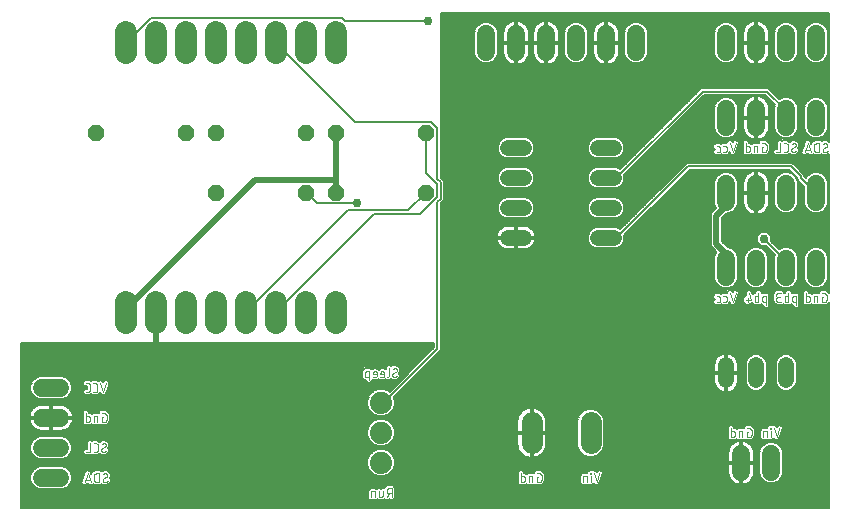
<source format=gbl>
G75*
%MOIN*%
%OFA0B0*%
%FSLAX25Y25*%
%IPPOS*%
%LPD*%
%AMOC8*
5,1,8,0,0,1.08239X$1,22.5*
%
%ADD10C,0.00300*%
%ADD11C,0.06000*%
%ADD12C,0.07050*%
%ADD13C,0.07200*%
%ADD14OC8,0.05200*%
%ADD15C,0.07400*%
%ADD16C,0.05200*%
%ADD17C,0.00600*%
%ADD18C,0.02000*%
%ADD19C,0.02978*%
D10*
X0027186Y0014550D02*
X0028153Y0017450D01*
X0029119Y0014550D01*
X0028878Y0015275D02*
X0027428Y0015275D01*
X0030323Y0015356D02*
X0030323Y0016644D01*
X0030325Y0016699D01*
X0030331Y0016754D01*
X0030340Y0016808D01*
X0030353Y0016861D01*
X0030370Y0016914D01*
X0030390Y0016965D01*
X0030413Y0017015D01*
X0030440Y0017063D01*
X0030471Y0017109D01*
X0030504Y0017153D01*
X0030540Y0017194D01*
X0030579Y0017233D01*
X0030620Y0017269D01*
X0030664Y0017302D01*
X0030710Y0017333D01*
X0030758Y0017360D01*
X0030808Y0017383D01*
X0030859Y0017403D01*
X0030912Y0017420D01*
X0030965Y0017433D01*
X0031019Y0017442D01*
X0031074Y0017448D01*
X0031129Y0017450D01*
X0031934Y0017450D01*
X0031934Y0014550D01*
X0031129Y0014550D01*
X0031074Y0014552D01*
X0031019Y0014558D01*
X0030965Y0014567D01*
X0030912Y0014580D01*
X0030859Y0014597D01*
X0030808Y0014617D01*
X0030758Y0014640D01*
X0030710Y0014667D01*
X0030664Y0014698D01*
X0030620Y0014731D01*
X0030579Y0014767D01*
X0030540Y0014806D01*
X0030504Y0014847D01*
X0030471Y0014891D01*
X0030440Y0014937D01*
X0030413Y0014985D01*
X0030390Y0015035D01*
X0030370Y0015086D01*
X0030353Y0015139D01*
X0030340Y0015192D01*
X0030331Y0015246D01*
X0030325Y0015301D01*
X0030323Y0015356D01*
X0033525Y0015758D02*
X0034411Y0016242D01*
X0034089Y0017450D02*
X0034024Y0017448D01*
X0033960Y0017443D01*
X0033895Y0017434D01*
X0033832Y0017422D01*
X0033769Y0017407D01*
X0033707Y0017388D01*
X0033646Y0017366D01*
X0033587Y0017341D01*
X0033528Y0017312D01*
X0033472Y0017280D01*
X0033417Y0017246D01*
X0033364Y0017208D01*
X0034412Y0016242D02*
X0034452Y0016268D01*
X0034491Y0016297D01*
X0034528Y0016329D01*
X0034562Y0016364D01*
X0034593Y0016401D01*
X0034622Y0016440D01*
X0034648Y0016481D01*
X0034670Y0016524D01*
X0034689Y0016569D01*
X0034705Y0016615D01*
X0034718Y0016661D01*
X0034727Y0016709D01*
X0034732Y0016757D01*
X0034734Y0016806D01*
X0034733Y0016806D02*
X0034731Y0016854D01*
X0034726Y0016902D01*
X0034717Y0016949D01*
X0034704Y0016996D01*
X0034688Y0017041D01*
X0034669Y0017085D01*
X0034647Y0017128D01*
X0034621Y0017169D01*
X0034592Y0017208D01*
X0034561Y0017244D01*
X0034527Y0017278D01*
X0034491Y0017309D01*
X0034452Y0017338D01*
X0034411Y0017364D01*
X0034368Y0017386D01*
X0034324Y0017405D01*
X0034279Y0017421D01*
X0034232Y0017434D01*
X0034185Y0017443D01*
X0034137Y0017448D01*
X0034089Y0017450D01*
X0034813Y0014953D02*
X0034762Y0014903D01*
X0034707Y0014856D01*
X0034651Y0014813D01*
X0034592Y0014772D01*
X0034531Y0014734D01*
X0034468Y0014700D01*
X0034403Y0014669D01*
X0034337Y0014641D01*
X0034270Y0014617D01*
X0034201Y0014597D01*
X0034131Y0014580D01*
X0034061Y0014567D01*
X0033990Y0014558D01*
X0033919Y0014552D01*
X0033847Y0014550D01*
X0033799Y0014552D01*
X0033751Y0014557D01*
X0033704Y0014566D01*
X0033657Y0014579D01*
X0033612Y0014595D01*
X0033568Y0014614D01*
X0033525Y0014636D01*
X0033484Y0014662D01*
X0033445Y0014690D01*
X0033409Y0014722D01*
X0033375Y0014756D01*
X0033344Y0014792D01*
X0033315Y0014831D01*
X0033289Y0014872D01*
X0033267Y0014915D01*
X0033248Y0014959D01*
X0033232Y0015004D01*
X0033219Y0015051D01*
X0033210Y0015098D01*
X0033205Y0015146D01*
X0033203Y0015194D01*
X0033205Y0015242D01*
X0033210Y0015291D01*
X0033219Y0015338D01*
X0033232Y0015385D01*
X0033247Y0015431D01*
X0033267Y0015476D01*
X0033289Y0015518D01*
X0033315Y0015560D01*
X0033343Y0015599D01*
X0033375Y0015636D01*
X0033409Y0015670D01*
X0033445Y0015702D01*
X0033484Y0015731D01*
X0033525Y0015757D01*
X0030868Y0024550D02*
X0030224Y0024550D01*
X0030868Y0024550D02*
X0030916Y0024552D01*
X0030964Y0024557D01*
X0031011Y0024566D01*
X0031058Y0024579D01*
X0031103Y0024595D01*
X0031147Y0024614D01*
X0031190Y0024636D01*
X0031231Y0024662D01*
X0031270Y0024691D01*
X0031306Y0024722D01*
X0031340Y0024756D01*
X0031371Y0024792D01*
X0031400Y0024831D01*
X0031426Y0024872D01*
X0031448Y0024915D01*
X0031467Y0024959D01*
X0031483Y0025004D01*
X0031496Y0025051D01*
X0031505Y0025098D01*
X0031510Y0025146D01*
X0031512Y0025194D01*
X0031513Y0025194D02*
X0031513Y0026806D01*
X0031512Y0026806D02*
X0031510Y0026854D01*
X0031505Y0026902D01*
X0031496Y0026949D01*
X0031483Y0026996D01*
X0031467Y0027041D01*
X0031448Y0027085D01*
X0031426Y0027128D01*
X0031400Y0027169D01*
X0031371Y0027208D01*
X0031340Y0027244D01*
X0031306Y0027278D01*
X0031270Y0027309D01*
X0031231Y0027338D01*
X0031190Y0027364D01*
X0031147Y0027386D01*
X0031103Y0027405D01*
X0031058Y0027421D01*
X0031011Y0027434D01*
X0030964Y0027443D01*
X0030916Y0027448D01*
X0030868Y0027450D01*
X0030224Y0027450D01*
X0029001Y0027450D02*
X0029001Y0024550D01*
X0027712Y0024550D01*
X0032999Y0025758D02*
X0033885Y0026242D01*
X0033563Y0027450D02*
X0033498Y0027448D01*
X0033434Y0027443D01*
X0033369Y0027434D01*
X0033306Y0027422D01*
X0033243Y0027407D01*
X0033181Y0027388D01*
X0033120Y0027366D01*
X0033061Y0027341D01*
X0033002Y0027312D01*
X0032946Y0027280D01*
X0032891Y0027246D01*
X0032838Y0027208D01*
X0033885Y0026242D02*
X0033925Y0026268D01*
X0033964Y0026297D01*
X0034001Y0026329D01*
X0034035Y0026364D01*
X0034066Y0026401D01*
X0034095Y0026440D01*
X0034121Y0026481D01*
X0034143Y0026524D01*
X0034162Y0026569D01*
X0034178Y0026615D01*
X0034191Y0026661D01*
X0034200Y0026709D01*
X0034205Y0026757D01*
X0034207Y0026806D01*
X0034205Y0026854D01*
X0034200Y0026902D01*
X0034191Y0026949D01*
X0034178Y0026996D01*
X0034162Y0027041D01*
X0034143Y0027085D01*
X0034121Y0027128D01*
X0034095Y0027169D01*
X0034066Y0027208D01*
X0034035Y0027244D01*
X0034001Y0027278D01*
X0033965Y0027309D01*
X0033926Y0027338D01*
X0033885Y0027364D01*
X0033842Y0027386D01*
X0033798Y0027405D01*
X0033753Y0027421D01*
X0033706Y0027434D01*
X0033659Y0027443D01*
X0033611Y0027448D01*
X0033563Y0027450D01*
X0034287Y0024953D02*
X0034236Y0024903D01*
X0034181Y0024856D01*
X0034125Y0024813D01*
X0034066Y0024772D01*
X0034005Y0024734D01*
X0033942Y0024700D01*
X0033877Y0024669D01*
X0033811Y0024641D01*
X0033744Y0024617D01*
X0033675Y0024597D01*
X0033605Y0024580D01*
X0033535Y0024567D01*
X0033464Y0024558D01*
X0033393Y0024552D01*
X0033321Y0024550D01*
X0033273Y0024552D01*
X0033225Y0024557D01*
X0033178Y0024566D01*
X0033131Y0024579D01*
X0033086Y0024595D01*
X0033042Y0024614D01*
X0032999Y0024636D01*
X0032958Y0024662D01*
X0032919Y0024690D01*
X0032883Y0024722D01*
X0032849Y0024756D01*
X0032818Y0024792D01*
X0032789Y0024831D01*
X0032763Y0024872D01*
X0032741Y0024915D01*
X0032722Y0024959D01*
X0032706Y0025004D01*
X0032693Y0025051D01*
X0032684Y0025098D01*
X0032679Y0025146D01*
X0032677Y0025194D01*
X0032679Y0025242D01*
X0032684Y0025291D01*
X0032693Y0025338D01*
X0032706Y0025385D01*
X0032721Y0025431D01*
X0032741Y0025476D01*
X0032763Y0025518D01*
X0032789Y0025560D01*
X0032817Y0025599D01*
X0032849Y0025636D01*
X0032883Y0025670D01*
X0032919Y0025702D01*
X0032958Y0025731D01*
X0032999Y0025757D01*
X0032842Y0034550D02*
X0033808Y0034550D01*
X0033856Y0034552D01*
X0033904Y0034557D01*
X0033951Y0034566D01*
X0033998Y0034579D01*
X0034043Y0034595D01*
X0034087Y0034614D01*
X0034130Y0034636D01*
X0034171Y0034662D01*
X0034210Y0034691D01*
X0034246Y0034722D01*
X0034280Y0034756D01*
X0034311Y0034792D01*
X0034340Y0034831D01*
X0034366Y0034872D01*
X0034388Y0034915D01*
X0034407Y0034959D01*
X0034423Y0035004D01*
X0034436Y0035051D01*
X0034445Y0035098D01*
X0034450Y0035146D01*
X0034452Y0035194D01*
X0034453Y0035194D02*
X0034453Y0036806D01*
X0034452Y0036806D02*
X0034450Y0036854D01*
X0034445Y0036902D01*
X0034436Y0036949D01*
X0034423Y0036996D01*
X0034407Y0037041D01*
X0034388Y0037085D01*
X0034366Y0037128D01*
X0034340Y0037169D01*
X0034311Y0037208D01*
X0034280Y0037244D01*
X0034246Y0037278D01*
X0034210Y0037309D01*
X0034171Y0037338D01*
X0034130Y0037364D01*
X0034087Y0037386D01*
X0034043Y0037405D01*
X0033998Y0037421D01*
X0033951Y0037434D01*
X0033904Y0037443D01*
X0033856Y0037448D01*
X0033808Y0037450D01*
X0032842Y0037450D01*
X0032842Y0036161D02*
X0032842Y0034550D01*
X0031412Y0034550D02*
X0031412Y0036483D01*
X0030606Y0036483D01*
X0030564Y0036481D01*
X0030522Y0036476D01*
X0030481Y0036467D01*
X0030441Y0036454D01*
X0030402Y0036438D01*
X0030365Y0036418D01*
X0030329Y0036396D01*
X0030296Y0036370D01*
X0030264Y0036342D01*
X0030236Y0036310D01*
X0030210Y0036277D01*
X0030188Y0036242D01*
X0030168Y0036204D01*
X0030152Y0036165D01*
X0030139Y0036125D01*
X0030130Y0036084D01*
X0030125Y0036042D01*
X0030123Y0036000D01*
X0030123Y0034550D01*
X0028836Y0035033D02*
X0028836Y0036000D01*
X0028834Y0036042D01*
X0028829Y0036084D01*
X0028820Y0036125D01*
X0028807Y0036165D01*
X0028791Y0036204D01*
X0028771Y0036242D01*
X0028749Y0036277D01*
X0028723Y0036310D01*
X0028695Y0036342D01*
X0028663Y0036370D01*
X0028630Y0036396D01*
X0028595Y0036418D01*
X0028557Y0036438D01*
X0028518Y0036454D01*
X0028478Y0036467D01*
X0028437Y0036476D01*
X0028395Y0036481D01*
X0028353Y0036483D01*
X0027547Y0036483D01*
X0027547Y0037450D02*
X0027547Y0034550D01*
X0028353Y0034550D01*
X0028395Y0034552D01*
X0028437Y0034557D01*
X0028478Y0034566D01*
X0028518Y0034579D01*
X0028557Y0034595D01*
X0028595Y0034615D01*
X0028630Y0034637D01*
X0028663Y0034663D01*
X0028695Y0034691D01*
X0028723Y0034723D01*
X0028749Y0034756D01*
X0028771Y0034792D01*
X0028791Y0034829D01*
X0028807Y0034868D01*
X0028820Y0034908D01*
X0028829Y0034949D01*
X0028834Y0034991D01*
X0028836Y0035033D01*
X0032842Y0036161D02*
X0033325Y0036161D01*
X0033394Y0044550D02*
X0032427Y0047450D01*
X0031328Y0046806D02*
X0031328Y0045194D01*
X0031326Y0045146D01*
X0031321Y0045098D01*
X0031312Y0045051D01*
X0031299Y0045004D01*
X0031283Y0044959D01*
X0031264Y0044915D01*
X0031242Y0044872D01*
X0031216Y0044831D01*
X0031187Y0044792D01*
X0031156Y0044756D01*
X0031122Y0044722D01*
X0031086Y0044691D01*
X0031047Y0044662D01*
X0031006Y0044636D01*
X0030963Y0044614D01*
X0030919Y0044595D01*
X0030874Y0044579D01*
X0030827Y0044566D01*
X0030780Y0044557D01*
X0030732Y0044552D01*
X0030684Y0044550D01*
X0030040Y0044550D01*
X0028928Y0045194D02*
X0028928Y0046806D01*
X0028926Y0046854D01*
X0028921Y0046902D01*
X0028912Y0046949D01*
X0028899Y0046996D01*
X0028883Y0047041D01*
X0028864Y0047085D01*
X0028842Y0047128D01*
X0028816Y0047169D01*
X0028787Y0047208D01*
X0028756Y0047244D01*
X0028722Y0047278D01*
X0028686Y0047309D01*
X0028647Y0047338D01*
X0028606Y0047364D01*
X0028563Y0047386D01*
X0028519Y0047405D01*
X0028474Y0047421D01*
X0028427Y0047434D01*
X0028380Y0047443D01*
X0028332Y0047448D01*
X0028284Y0047450D01*
X0027640Y0047450D01*
X0028928Y0045194D02*
X0028926Y0045146D01*
X0028921Y0045098D01*
X0028912Y0045051D01*
X0028899Y0045004D01*
X0028883Y0044959D01*
X0028864Y0044915D01*
X0028842Y0044872D01*
X0028816Y0044831D01*
X0028787Y0044792D01*
X0028756Y0044756D01*
X0028722Y0044722D01*
X0028686Y0044691D01*
X0028647Y0044662D01*
X0028606Y0044636D01*
X0028563Y0044614D01*
X0028519Y0044595D01*
X0028474Y0044579D01*
X0028427Y0044566D01*
X0028380Y0044557D01*
X0028332Y0044552D01*
X0028284Y0044550D01*
X0027640Y0044550D01*
X0030040Y0047450D02*
X0030684Y0047450D01*
X0030732Y0047448D01*
X0030780Y0047443D01*
X0030827Y0047434D01*
X0030874Y0047421D01*
X0030919Y0047405D01*
X0030963Y0047386D01*
X0031006Y0047364D01*
X0031047Y0047338D01*
X0031086Y0047309D01*
X0031122Y0047278D01*
X0031156Y0047244D01*
X0031187Y0047208D01*
X0031216Y0047169D01*
X0031242Y0047128D01*
X0031264Y0047085D01*
X0031283Y0047041D01*
X0031299Y0046996D01*
X0031312Y0046949D01*
X0031321Y0046902D01*
X0031326Y0046854D01*
X0031328Y0046806D01*
X0033394Y0044550D02*
X0034360Y0047450D01*
X0120659Y0050033D02*
X0120659Y0051000D01*
X0120661Y0051042D01*
X0120666Y0051084D01*
X0120675Y0051125D01*
X0120688Y0051165D01*
X0120704Y0051204D01*
X0120724Y0051242D01*
X0120746Y0051277D01*
X0120772Y0051310D01*
X0120800Y0051342D01*
X0120832Y0051370D01*
X0120865Y0051396D01*
X0120901Y0051418D01*
X0120938Y0051438D01*
X0120977Y0051454D01*
X0121017Y0051467D01*
X0121058Y0051476D01*
X0121100Y0051481D01*
X0121142Y0051483D01*
X0121948Y0051483D01*
X0121948Y0048583D01*
X0121948Y0049550D02*
X0121142Y0049550D01*
X0121100Y0049552D01*
X0121058Y0049557D01*
X0121017Y0049566D01*
X0120977Y0049579D01*
X0120938Y0049595D01*
X0120901Y0049615D01*
X0120865Y0049637D01*
X0120832Y0049663D01*
X0120800Y0049691D01*
X0120772Y0049723D01*
X0120746Y0049756D01*
X0120724Y0049792D01*
X0120704Y0049829D01*
X0120688Y0049868D01*
X0120675Y0049908D01*
X0120666Y0049949D01*
X0120661Y0049991D01*
X0120659Y0050033D01*
X0123267Y0049550D02*
X0124073Y0049550D01*
X0124115Y0049552D01*
X0124157Y0049557D01*
X0124198Y0049566D01*
X0124238Y0049579D01*
X0124277Y0049595D01*
X0124315Y0049615D01*
X0124350Y0049637D01*
X0124383Y0049663D01*
X0124415Y0049691D01*
X0124443Y0049723D01*
X0124469Y0049756D01*
X0124491Y0049792D01*
X0124511Y0049829D01*
X0124527Y0049868D01*
X0124540Y0049908D01*
X0124549Y0049949D01*
X0124554Y0049991D01*
X0124556Y0050033D01*
X0124556Y0050839D01*
X0124556Y0050517D02*
X0123267Y0050517D01*
X0123267Y0050839D01*
X0123268Y0050839D02*
X0123270Y0050888D01*
X0123276Y0050937D01*
X0123285Y0050986D01*
X0123298Y0051033D01*
X0123315Y0051080D01*
X0123335Y0051125D01*
X0123358Y0051168D01*
X0123385Y0051210D01*
X0123415Y0051249D01*
X0123448Y0051286D01*
X0123484Y0051320D01*
X0123522Y0051351D01*
X0123562Y0051380D01*
X0123604Y0051405D01*
X0123649Y0051427D01*
X0123694Y0051445D01*
X0123741Y0051460D01*
X0123789Y0051471D01*
X0123838Y0051479D01*
X0123887Y0051483D01*
X0123937Y0051483D01*
X0123986Y0051479D01*
X0124035Y0051471D01*
X0124083Y0051460D01*
X0124130Y0051445D01*
X0124175Y0051427D01*
X0124220Y0051405D01*
X0124262Y0051380D01*
X0124302Y0051351D01*
X0124340Y0051320D01*
X0124376Y0051286D01*
X0124409Y0051249D01*
X0124439Y0051210D01*
X0124466Y0051168D01*
X0124489Y0051125D01*
X0124509Y0051080D01*
X0124526Y0051033D01*
X0124539Y0050986D01*
X0124548Y0050937D01*
X0124554Y0050888D01*
X0124556Y0050839D01*
X0125763Y0050839D02*
X0125763Y0050517D01*
X0127052Y0050517D01*
X0127052Y0050839D02*
X0127052Y0050033D01*
X0127050Y0049991D01*
X0127045Y0049949D01*
X0127036Y0049908D01*
X0127023Y0049868D01*
X0127007Y0049829D01*
X0126987Y0049792D01*
X0126965Y0049756D01*
X0126939Y0049723D01*
X0126911Y0049691D01*
X0126879Y0049663D01*
X0126846Y0049637D01*
X0126811Y0049615D01*
X0126773Y0049595D01*
X0126734Y0049579D01*
X0126694Y0049566D01*
X0126653Y0049557D01*
X0126611Y0049552D01*
X0126569Y0049550D01*
X0125763Y0049550D01*
X0125763Y0050839D02*
X0125765Y0050888D01*
X0125771Y0050937D01*
X0125780Y0050986D01*
X0125793Y0051033D01*
X0125810Y0051080D01*
X0125830Y0051125D01*
X0125853Y0051168D01*
X0125880Y0051210D01*
X0125910Y0051249D01*
X0125943Y0051286D01*
X0125979Y0051320D01*
X0126017Y0051351D01*
X0126057Y0051380D01*
X0126099Y0051405D01*
X0126144Y0051427D01*
X0126189Y0051445D01*
X0126236Y0051460D01*
X0126284Y0051471D01*
X0126333Y0051479D01*
X0126382Y0051483D01*
X0126432Y0051483D01*
X0126481Y0051479D01*
X0126530Y0051471D01*
X0126578Y0051460D01*
X0126625Y0051445D01*
X0126670Y0051427D01*
X0126715Y0051405D01*
X0126757Y0051380D01*
X0126797Y0051351D01*
X0126835Y0051320D01*
X0126871Y0051286D01*
X0126904Y0051249D01*
X0126934Y0051210D01*
X0126961Y0051168D01*
X0126984Y0051125D01*
X0127004Y0051080D01*
X0127021Y0051033D01*
X0127034Y0050986D01*
X0127043Y0050937D01*
X0127049Y0050888D01*
X0127051Y0050839D01*
X0128072Y0049550D02*
X0128114Y0049552D01*
X0128156Y0049557D01*
X0128197Y0049566D01*
X0128237Y0049579D01*
X0128276Y0049595D01*
X0128314Y0049615D01*
X0128349Y0049637D01*
X0128382Y0049663D01*
X0128414Y0049691D01*
X0128442Y0049723D01*
X0128468Y0049756D01*
X0128490Y0049792D01*
X0128510Y0049829D01*
X0128526Y0049868D01*
X0128539Y0049908D01*
X0128548Y0049949D01*
X0128553Y0049991D01*
X0128555Y0050033D01*
X0128555Y0052450D01*
X0130939Y0051242D02*
X0130979Y0051268D01*
X0131018Y0051297D01*
X0131055Y0051329D01*
X0131089Y0051364D01*
X0131120Y0051401D01*
X0131149Y0051440D01*
X0131175Y0051481D01*
X0131197Y0051524D01*
X0131216Y0051569D01*
X0131232Y0051615D01*
X0131245Y0051661D01*
X0131254Y0051709D01*
X0131259Y0051757D01*
X0131261Y0051806D01*
X0131260Y0051806D02*
X0131258Y0051854D01*
X0131253Y0051902D01*
X0131244Y0051949D01*
X0131231Y0051996D01*
X0131215Y0052041D01*
X0131196Y0052085D01*
X0131174Y0052128D01*
X0131148Y0052169D01*
X0131119Y0052208D01*
X0131088Y0052244D01*
X0131054Y0052278D01*
X0131018Y0052309D01*
X0130979Y0052338D01*
X0130938Y0052364D01*
X0130895Y0052386D01*
X0130851Y0052405D01*
X0130806Y0052421D01*
X0130759Y0052434D01*
X0130712Y0052443D01*
X0130664Y0052448D01*
X0130616Y0052450D01*
X0130551Y0052448D01*
X0130487Y0052443D01*
X0130422Y0052434D01*
X0130359Y0052422D01*
X0130296Y0052407D01*
X0130234Y0052388D01*
X0130173Y0052366D01*
X0130114Y0052341D01*
X0130055Y0052312D01*
X0129999Y0052280D01*
X0129944Y0052246D01*
X0129891Y0052208D01*
X0131340Y0049953D02*
X0131289Y0049903D01*
X0131234Y0049856D01*
X0131178Y0049813D01*
X0131119Y0049772D01*
X0131058Y0049734D01*
X0130995Y0049700D01*
X0130930Y0049669D01*
X0130864Y0049641D01*
X0130797Y0049617D01*
X0130728Y0049597D01*
X0130658Y0049580D01*
X0130588Y0049567D01*
X0130517Y0049558D01*
X0130446Y0049552D01*
X0130374Y0049550D01*
X0130326Y0049552D01*
X0130278Y0049557D01*
X0130231Y0049566D01*
X0130184Y0049579D01*
X0130139Y0049595D01*
X0130095Y0049614D01*
X0130052Y0049636D01*
X0130011Y0049662D01*
X0129972Y0049690D01*
X0129936Y0049722D01*
X0129902Y0049756D01*
X0129871Y0049792D01*
X0129842Y0049831D01*
X0129816Y0049872D01*
X0129794Y0049915D01*
X0129775Y0049959D01*
X0129759Y0050004D01*
X0129746Y0050051D01*
X0129737Y0050098D01*
X0129732Y0050146D01*
X0129730Y0050194D01*
X0130052Y0050758D02*
X0130938Y0051242D01*
X0130052Y0050757D02*
X0130011Y0050731D01*
X0129972Y0050702D01*
X0129936Y0050670D01*
X0129902Y0050636D01*
X0129870Y0050599D01*
X0129842Y0050560D01*
X0129816Y0050518D01*
X0129794Y0050476D01*
X0129774Y0050431D01*
X0129759Y0050385D01*
X0129746Y0050338D01*
X0129737Y0050291D01*
X0129732Y0050242D01*
X0129730Y0050194D01*
X0172547Y0017450D02*
X0172547Y0014550D01*
X0173353Y0014550D01*
X0173395Y0014552D01*
X0173437Y0014557D01*
X0173478Y0014566D01*
X0173518Y0014579D01*
X0173557Y0014595D01*
X0173595Y0014615D01*
X0173630Y0014637D01*
X0173663Y0014663D01*
X0173695Y0014691D01*
X0173723Y0014723D01*
X0173749Y0014756D01*
X0173771Y0014792D01*
X0173791Y0014829D01*
X0173807Y0014868D01*
X0173820Y0014908D01*
X0173829Y0014949D01*
X0173834Y0014991D01*
X0173836Y0015033D01*
X0173836Y0016000D01*
X0173834Y0016042D01*
X0173829Y0016084D01*
X0173820Y0016125D01*
X0173807Y0016165D01*
X0173791Y0016204D01*
X0173771Y0016242D01*
X0173749Y0016277D01*
X0173723Y0016310D01*
X0173695Y0016342D01*
X0173663Y0016370D01*
X0173630Y0016396D01*
X0173595Y0016418D01*
X0173557Y0016438D01*
X0173518Y0016454D01*
X0173478Y0016467D01*
X0173437Y0016476D01*
X0173395Y0016481D01*
X0173353Y0016483D01*
X0172547Y0016483D01*
X0175123Y0016000D02*
X0175123Y0014550D01*
X0176412Y0014550D02*
X0176412Y0016483D01*
X0175606Y0016483D01*
X0175564Y0016481D01*
X0175522Y0016476D01*
X0175481Y0016467D01*
X0175441Y0016454D01*
X0175402Y0016438D01*
X0175365Y0016418D01*
X0175329Y0016396D01*
X0175296Y0016370D01*
X0175264Y0016342D01*
X0175236Y0016310D01*
X0175210Y0016277D01*
X0175188Y0016242D01*
X0175168Y0016204D01*
X0175152Y0016165D01*
X0175139Y0016125D01*
X0175130Y0016084D01*
X0175125Y0016042D01*
X0175123Y0016000D01*
X0177842Y0016161D02*
X0177842Y0014550D01*
X0178808Y0014550D01*
X0178856Y0014552D01*
X0178904Y0014557D01*
X0178951Y0014566D01*
X0178998Y0014579D01*
X0179043Y0014595D01*
X0179087Y0014614D01*
X0179130Y0014636D01*
X0179171Y0014662D01*
X0179210Y0014691D01*
X0179246Y0014722D01*
X0179280Y0014756D01*
X0179311Y0014792D01*
X0179340Y0014831D01*
X0179366Y0014872D01*
X0179388Y0014915D01*
X0179407Y0014959D01*
X0179423Y0015004D01*
X0179436Y0015051D01*
X0179445Y0015098D01*
X0179450Y0015146D01*
X0179452Y0015194D01*
X0179453Y0015194D02*
X0179453Y0016806D01*
X0179452Y0016806D02*
X0179450Y0016854D01*
X0179445Y0016902D01*
X0179436Y0016949D01*
X0179423Y0016996D01*
X0179407Y0017041D01*
X0179388Y0017085D01*
X0179366Y0017128D01*
X0179340Y0017169D01*
X0179311Y0017208D01*
X0179280Y0017244D01*
X0179246Y0017278D01*
X0179210Y0017309D01*
X0179171Y0017338D01*
X0179130Y0017364D01*
X0179087Y0017386D01*
X0179043Y0017405D01*
X0178998Y0017421D01*
X0178951Y0017434D01*
X0178904Y0017443D01*
X0178856Y0017448D01*
X0178808Y0017450D01*
X0177842Y0017450D01*
X0177842Y0016161D02*
X0178325Y0016161D01*
X0193226Y0016000D02*
X0193226Y0014550D01*
X0194515Y0014550D02*
X0194515Y0016483D01*
X0193710Y0016483D01*
X0193668Y0016481D01*
X0193626Y0016476D01*
X0193585Y0016467D01*
X0193545Y0016454D01*
X0193506Y0016438D01*
X0193469Y0016418D01*
X0193433Y0016396D01*
X0193400Y0016370D01*
X0193368Y0016342D01*
X0193340Y0016310D01*
X0193314Y0016277D01*
X0193292Y0016242D01*
X0193272Y0016204D01*
X0193256Y0016165D01*
X0193243Y0016125D01*
X0193234Y0016084D01*
X0193229Y0016042D01*
X0193227Y0016000D01*
X0195791Y0016483D02*
X0195791Y0014550D01*
X0197807Y0014550D02*
X0196840Y0017450D01*
X0195871Y0017450D02*
X0195710Y0017450D01*
X0195710Y0017289D01*
X0195871Y0017289D01*
X0195871Y0017450D01*
X0198774Y0017450D02*
X0197807Y0014550D01*
X0242547Y0029550D02*
X0243353Y0029550D01*
X0243395Y0029552D01*
X0243437Y0029557D01*
X0243478Y0029566D01*
X0243518Y0029579D01*
X0243557Y0029595D01*
X0243595Y0029615D01*
X0243630Y0029637D01*
X0243663Y0029663D01*
X0243695Y0029691D01*
X0243723Y0029723D01*
X0243749Y0029756D01*
X0243771Y0029792D01*
X0243791Y0029829D01*
X0243807Y0029868D01*
X0243820Y0029908D01*
X0243829Y0029949D01*
X0243834Y0029991D01*
X0243836Y0030033D01*
X0243836Y0031000D01*
X0243834Y0031042D01*
X0243829Y0031084D01*
X0243820Y0031125D01*
X0243807Y0031165D01*
X0243791Y0031204D01*
X0243771Y0031242D01*
X0243749Y0031277D01*
X0243723Y0031310D01*
X0243695Y0031342D01*
X0243663Y0031370D01*
X0243630Y0031396D01*
X0243595Y0031418D01*
X0243557Y0031438D01*
X0243518Y0031454D01*
X0243478Y0031467D01*
X0243437Y0031476D01*
X0243395Y0031481D01*
X0243353Y0031483D01*
X0242547Y0031483D01*
X0242547Y0032450D02*
X0242547Y0029550D01*
X0245123Y0029550D02*
X0245123Y0031000D01*
X0245125Y0031042D01*
X0245130Y0031084D01*
X0245139Y0031125D01*
X0245152Y0031165D01*
X0245168Y0031204D01*
X0245188Y0031242D01*
X0245210Y0031277D01*
X0245236Y0031310D01*
X0245264Y0031342D01*
X0245296Y0031370D01*
X0245329Y0031396D01*
X0245365Y0031418D01*
X0245402Y0031438D01*
X0245441Y0031454D01*
X0245481Y0031467D01*
X0245522Y0031476D01*
X0245564Y0031481D01*
X0245606Y0031483D01*
X0246412Y0031483D01*
X0246412Y0029550D01*
X0247842Y0029550D02*
X0248808Y0029550D01*
X0248856Y0029552D01*
X0248904Y0029557D01*
X0248951Y0029566D01*
X0248998Y0029579D01*
X0249043Y0029595D01*
X0249087Y0029614D01*
X0249130Y0029636D01*
X0249171Y0029662D01*
X0249210Y0029691D01*
X0249246Y0029722D01*
X0249280Y0029756D01*
X0249311Y0029792D01*
X0249340Y0029831D01*
X0249366Y0029872D01*
X0249388Y0029915D01*
X0249407Y0029959D01*
X0249423Y0030004D01*
X0249436Y0030051D01*
X0249445Y0030098D01*
X0249450Y0030146D01*
X0249452Y0030194D01*
X0249453Y0030194D02*
X0249453Y0031806D01*
X0249452Y0031806D02*
X0249450Y0031854D01*
X0249445Y0031902D01*
X0249436Y0031949D01*
X0249423Y0031996D01*
X0249407Y0032041D01*
X0249388Y0032085D01*
X0249366Y0032128D01*
X0249340Y0032169D01*
X0249311Y0032208D01*
X0249280Y0032244D01*
X0249246Y0032278D01*
X0249210Y0032309D01*
X0249171Y0032338D01*
X0249130Y0032364D01*
X0249087Y0032386D01*
X0249043Y0032405D01*
X0248998Y0032421D01*
X0248951Y0032434D01*
X0248904Y0032443D01*
X0248856Y0032448D01*
X0248808Y0032450D01*
X0247842Y0032450D01*
X0247842Y0031161D02*
X0247842Y0029550D01*
X0247842Y0031161D02*
X0248325Y0031161D01*
X0253226Y0031000D02*
X0253226Y0029550D01*
X0254515Y0029550D02*
X0254515Y0031483D01*
X0253710Y0031483D01*
X0253668Y0031481D01*
X0253626Y0031476D01*
X0253585Y0031467D01*
X0253545Y0031454D01*
X0253506Y0031438D01*
X0253469Y0031418D01*
X0253433Y0031396D01*
X0253400Y0031370D01*
X0253368Y0031342D01*
X0253340Y0031310D01*
X0253314Y0031277D01*
X0253292Y0031242D01*
X0253272Y0031204D01*
X0253256Y0031165D01*
X0253243Y0031125D01*
X0253234Y0031084D01*
X0253229Y0031042D01*
X0253227Y0031000D01*
X0255791Y0031483D02*
X0255791Y0029550D01*
X0257807Y0029550D02*
X0256840Y0032450D01*
X0255871Y0032450D02*
X0255710Y0032450D01*
X0255710Y0032289D01*
X0255871Y0032289D01*
X0255871Y0032450D01*
X0258774Y0032450D02*
X0257807Y0029550D01*
X0254357Y0073583D02*
X0254357Y0076483D01*
X0253551Y0076483D01*
X0253509Y0076481D01*
X0253467Y0076476D01*
X0253426Y0076467D01*
X0253386Y0076454D01*
X0253347Y0076438D01*
X0253310Y0076418D01*
X0253274Y0076396D01*
X0253241Y0076370D01*
X0253209Y0076342D01*
X0253181Y0076310D01*
X0253155Y0076277D01*
X0253133Y0076242D01*
X0253113Y0076204D01*
X0253097Y0076165D01*
X0253084Y0076125D01*
X0253075Y0076084D01*
X0253070Y0076042D01*
X0253068Y0076000D01*
X0253068Y0075033D01*
X0253070Y0074991D01*
X0253075Y0074949D01*
X0253084Y0074908D01*
X0253097Y0074868D01*
X0253113Y0074829D01*
X0253133Y0074792D01*
X0253155Y0074756D01*
X0253181Y0074723D01*
X0253209Y0074691D01*
X0253241Y0074663D01*
X0253274Y0074637D01*
X0253310Y0074615D01*
X0253347Y0074595D01*
X0253386Y0074579D01*
X0253426Y0074566D01*
X0253467Y0074557D01*
X0253509Y0074552D01*
X0253551Y0074550D01*
X0254357Y0074550D01*
X0251765Y0074550D02*
X0251765Y0077450D01*
X0251765Y0076483D02*
X0250959Y0076483D01*
X0250917Y0076481D01*
X0250875Y0076476D01*
X0250834Y0076467D01*
X0250794Y0076454D01*
X0250755Y0076438D01*
X0250718Y0076418D01*
X0250682Y0076396D01*
X0250649Y0076370D01*
X0250617Y0076342D01*
X0250589Y0076310D01*
X0250563Y0076277D01*
X0250541Y0076242D01*
X0250521Y0076204D01*
X0250505Y0076165D01*
X0250492Y0076125D01*
X0250483Y0076084D01*
X0250478Y0076042D01*
X0250476Y0076000D01*
X0250476Y0075033D01*
X0250478Y0074991D01*
X0250483Y0074949D01*
X0250492Y0074908D01*
X0250505Y0074868D01*
X0250521Y0074829D01*
X0250541Y0074792D01*
X0250563Y0074756D01*
X0250589Y0074723D01*
X0250617Y0074691D01*
X0250649Y0074663D01*
X0250682Y0074637D01*
X0250718Y0074615D01*
X0250755Y0074595D01*
X0250794Y0074579D01*
X0250834Y0074566D01*
X0250875Y0074557D01*
X0250917Y0074552D01*
X0250959Y0074550D01*
X0251765Y0074550D01*
X0249254Y0075194D02*
X0248610Y0077450D01*
X0248126Y0075839D02*
X0248126Y0074550D01*
X0247643Y0075194D02*
X0249254Y0075194D01*
X0244175Y0077450D02*
X0243208Y0074550D01*
X0242241Y0077450D01*
X0241161Y0076000D02*
X0241161Y0075033D01*
X0241159Y0074991D01*
X0241154Y0074949D01*
X0241145Y0074908D01*
X0241132Y0074868D01*
X0241116Y0074829D01*
X0241096Y0074792D01*
X0241074Y0074756D01*
X0241048Y0074723D01*
X0241020Y0074691D01*
X0240988Y0074663D01*
X0240955Y0074637D01*
X0240920Y0074615D01*
X0240882Y0074595D01*
X0240843Y0074579D01*
X0240803Y0074566D01*
X0240762Y0074557D01*
X0240720Y0074552D01*
X0240678Y0074550D01*
X0240033Y0074550D01*
X0238953Y0075033D02*
X0238953Y0076000D01*
X0238951Y0076042D01*
X0238946Y0076084D01*
X0238937Y0076125D01*
X0238924Y0076165D01*
X0238908Y0076204D01*
X0238888Y0076242D01*
X0238866Y0076277D01*
X0238840Y0076310D01*
X0238812Y0076342D01*
X0238780Y0076370D01*
X0238747Y0076396D01*
X0238712Y0076418D01*
X0238674Y0076438D01*
X0238635Y0076454D01*
X0238595Y0076467D01*
X0238554Y0076476D01*
X0238512Y0076481D01*
X0238470Y0076483D01*
X0237825Y0076483D01*
X0238953Y0075033D02*
X0238951Y0074991D01*
X0238946Y0074949D01*
X0238937Y0074908D01*
X0238924Y0074868D01*
X0238908Y0074829D01*
X0238888Y0074792D01*
X0238866Y0074756D01*
X0238840Y0074723D01*
X0238812Y0074691D01*
X0238780Y0074663D01*
X0238747Y0074637D01*
X0238712Y0074615D01*
X0238674Y0074595D01*
X0238635Y0074579D01*
X0238595Y0074566D01*
X0238554Y0074557D01*
X0238512Y0074552D01*
X0238470Y0074550D01*
X0237825Y0074550D01*
X0240033Y0076483D02*
X0240678Y0076483D01*
X0240720Y0076481D01*
X0240762Y0076476D01*
X0240803Y0076467D01*
X0240843Y0076454D01*
X0240882Y0076438D01*
X0240920Y0076418D01*
X0240955Y0076396D01*
X0240988Y0076370D01*
X0241020Y0076342D01*
X0241048Y0076310D01*
X0241074Y0076277D01*
X0241096Y0076242D01*
X0241116Y0076204D01*
X0241132Y0076165D01*
X0241145Y0076125D01*
X0241154Y0076084D01*
X0241159Y0076042D01*
X0241161Y0076000D01*
X0258288Y0076161D02*
X0258932Y0076161D01*
X0258288Y0076162D02*
X0258239Y0076164D01*
X0258190Y0076170D01*
X0258141Y0076179D01*
X0258094Y0076192D01*
X0258047Y0076209D01*
X0258002Y0076229D01*
X0257959Y0076252D01*
X0257917Y0076279D01*
X0257878Y0076309D01*
X0257841Y0076342D01*
X0257807Y0076378D01*
X0257776Y0076416D01*
X0257747Y0076456D01*
X0257722Y0076498D01*
X0257700Y0076543D01*
X0257682Y0076588D01*
X0257667Y0076635D01*
X0257656Y0076683D01*
X0257648Y0076732D01*
X0257644Y0076781D01*
X0257644Y0076831D01*
X0257648Y0076880D01*
X0257656Y0076929D01*
X0257667Y0076977D01*
X0257682Y0077024D01*
X0257700Y0077069D01*
X0257722Y0077114D01*
X0257747Y0077156D01*
X0257776Y0077196D01*
X0257807Y0077234D01*
X0257841Y0077270D01*
X0257878Y0077303D01*
X0257917Y0077333D01*
X0257959Y0077360D01*
X0258002Y0077383D01*
X0258047Y0077403D01*
X0258094Y0077420D01*
X0258141Y0077433D01*
X0258190Y0077442D01*
X0258239Y0077448D01*
X0258288Y0077450D01*
X0259254Y0077450D01*
X0260476Y0076000D02*
X0260476Y0075033D01*
X0260478Y0074991D01*
X0260483Y0074949D01*
X0260492Y0074908D01*
X0260505Y0074868D01*
X0260521Y0074829D01*
X0260541Y0074792D01*
X0260563Y0074756D01*
X0260589Y0074723D01*
X0260617Y0074691D01*
X0260649Y0074663D01*
X0260682Y0074637D01*
X0260718Y0074615D01*
X0260755Y0074595D01*
X0260794Y0074579D01*
X0260834Y0074566D01*
X0260875Y0074557D01*
X0260917Y0074552D01*
X0260959Y0074550D01*
X0261765Y0074550D01*
X0261765Y0077450D01*
X0261765Y0076483D02*
X0260959Y0076483D01*
X0260917Y0076481D01*
X0260875Y0076476D01*
X0260834Y0076467D01*
X0260794Y0076454D01*
X0260755Y0076438D01*
X0260718Y0076418D01*
X0260682Y0076396D01*
X0260649Y0076370D01*
X0260617Y0076342D01*
X0260589Y0076310D01*
X0260563Y0076277D01*
X0260541Y0076242D01*
X0260521Y0076204D01*
X0260505Y0076165D01*
X0260492Y0076125D01*
X0260483Y0076084D01*
X0260478Y0076042D01*
X0260476Y0076000D01*
X0259254Y0074550D02*
X0258449Y0074550D01*
X0258394Y0074552D01*
X0258339Y0074558D01*
X0258285Y0074567D01*
X0258232Y0074580D01*
X0258179Y0074597D01*
X0258128Y0074617D01*
X0258078Y0074640D01*
X0258030Y0074667D01*
X0257984Y0074698D01*
X0257940Y0074731D01*
X0257899Y0074767D01*
X0257860Y0074806D01*
X0257824Y0074847D01*
X0257791Y0074891D01*
X0257760Y0074937D01*
X0257733Y0074985D01*
X0257710Y0075035D01*
X0257690Y0075086D01*
X0257673Y0075139D01*
X0257660Y0075192D01*
X0257651Y0075246D01*
X0257645Y0075301D01*
X0257643Y0075356D01*
X0257645Y0075411D01*
X0257651Y0075466D01*
X0257660Y0075520D01*
X0257673Y0075573D01*
X0257690Y0075626D01*
X0257710Y0075677D01*
X0257733Y0075727D01*
X0257760Y0075775D01*
X0257791Y0075821D01*
X0257824Y0075865D01*
X0257860Y0075906D01*
X0257899Y0075945D01*
X0257940Y0075981D01*
X0257984Y0076014D01*
X0258030Y0076045D01*
X0258078Y0076072D01*
X0258128Y0076095D01*
X0258179Y0076115D01*
X0258232Y0076132D01*
X0258285Y0076145D01*
X0258339Y0076154D01*
X0258394Y0076160D01*
X0258449Y0076162D01*
X0263068Y0076000D02*
X0263068Y0075033D01*
X0263070Y0074991D01*
X0263075Y0074949D01*
X0263084Y0074908D01*
X0263097Y0074868D01*
X0263113Y0074829D01*
X0263133Y0074792D01*
X0263155Y0074756D01*
X0263181Y0074723D01*
X0263209Y0074691D01*
X0263241Y0074663D01*
X0263274Y0074637D01*
X0263310Y0074615D01*
X0263347Y0074595D01*
X0263386Y0074579D01*
X0263426Y0074566D01*
X0263467Y0074557D01*
X0263509Y0074552D01*
X0263551Y0074550D01*
X0264357Y0074550D01*
X0264357Y0073583D02*
X0264357Y0076483D01*
X0263551Y0076483D01*
X0263509Y0076481D01*
X0263467Y0076476D01*
X0263426Y0076467D01*
X0263386Y0076454D01*
X0263347Y0076438D01*
X0263310Y0076418D01*
X0263274Y0076396D01*
X0263241Y0076370D01*
X0263209Y0076342D01*
X0263181Y0076310D01*
X0263155Y0076277D01*
X0263133Y0076242D01*
X0263113Y0076204D01*
X0263097Y0076165D01*
X0263084Y0076125D01*
X0263075Y0076084D01*
X0263070Y0076042D01*
X0263068Y0076000D01*
X0267547Y0076483D02*
X0268353Y0076483D01*
X0268395Y0076481D01*
X0268437Y0076476D01*
X0268478Y0076467D01*
X0268518Y0076454D01*
X0268557Y0076438D01*
X0268595Y0076418D01*
X0268630Y0076396D01*
X0268663Y0076370D01*
X0268695Y0076342D01*
X0268723Y0076310D01*
X0268749Y0076277D01*
X0268771Y0076242D01*
X0268791Y0076204D01*
X0268807Y0076165D01*
X0268820Y0076125D01*
X0268829Y0076084D01*
X0268834Y0076042D01*
X0268836Y0076000D01*
X0268836Y0075033D01*
X0268834Y0074991D01*
X0268829Y0074949D01*
X0268820Y0074908D01*
X0268807Y0074868D01*
X0268791Y0074829D01*
X0268771Y0074792D01*
X0268749Y0074756D01*
X0268723Y0074723D01*
X0268695Y0074691D01*
X0268663Y0074663D01*
X0268630Y0074637D01*
X0268595Y0074615D01*
X0268557Y0074595D01*
X0268518Y0074579D01*
X0268478Y0074566D01*
X0268437Y0074557D01*
X0268395Y0074552D01*
X0268353Y0074550D01*
X0267547Y0074550D01*
X0267547Y0077450D01*
X0270123Y0076000D02*
X0270123Y0074550D01*
X0271412Y0074550D02*
X0271412Y0076483D01*
X0270606Y0076483D01*
X0270564Y0076481D01*
X0270522Y0076476D01*
X0270481Y0076467D01*
X0270441Y0076454D01*
X0270402Y0076438D01*
X0270365Y0076418D01*
X0270329Y0076396D01*
X0270296Y0076370D01*
X0270264Y0076342D01*
X0270236Y0076310D01*
X0270210Y0076277D01*
X0270188Y0076242D01*
X0270168Y0076204D01*
X0270152Y0076165D01*
X0270139Y0076125D01*
X0270130Y0076084D01*
X0270125Y0076042D01*
X0270123Y0076000D01*
X0272842Y0076161D02*
X0272842Y0074550D01*
X0273808Y0074550D01*
X0273856Y0074552D01*
X0273904Y0074557D01*
X0273951Y0074566D01*
X0273998Y0074579D01*
X0274043Y0074595D01*
X0274087Y0074614D01*
X0274130Y0074636D01*
X0274171Y0074662D01*
X0274210Y0074691D01*
X0274246Y0074722D01*
X0274280Y0074756D01*
X0274311Y0074792D01*
X0274340Y0074831D01*
X0274366Y0074872D01*
X0274388Y0074915D01*
X0274407Y0074959D01*
X0274423Y0075004D01*
X0274436Y0075051D01*
X0274445Y0075098D01*
X0274450Y0075146D01*
X0274452Y0075194D01*
X0274453Y0075194D02*
X0274453Y0076806D01*
X0274452Y0076806D02*
X0274450Y0076854D01*
X0274445Y0076902D01*
X0274436Y0076949D01*
X0274423Y0076996D01*
X0274407Y0077041D01*
X0274388Y0077085D01*
X0274366Y0077128D01*
X0274340Y0077169D01*
X0274311Y0077208D01*
X0274280Y0077244D01*
X0274246Y0077278D01*
X0274210Y0077309D01*
X0274171Y0077338D01*
X0274130Y0077364D01*
X0274087Y0077386D01*
X0274043Y0077405D01*
X0273998Y0077421D01*
X0273951Y0077434D01*
X0273904Y0077443D01*
X0273856Y0077448D01*
X0273808Y0077450D01*
X0272842Y0077450D01*
X0272842Y0076161D02*
X0273325Y0076161D01*
X0271934Y0124550D02*
X0271129Y0124550D01*
X0271934Y0124550D02*
X0271934Y0127450D01*
X0271129Y0127450D01*
X0271074Y0127448D01*
X0271019Y0127442D01*
X0270965Y0127433D01*
X0270912Y0127420D01*
X0270859Y0127403D01*
X0270808Y0127383D01*
X0270758Y0127360D01*
X0270710Y0127333D01*
X0270664Y0127302D01*
X0270620Y0127269D01*
X0270579Y0127233D01*
X0270540Y0127194D01*
X0270504Y0127153D01*
X0270471Y0127109D01*
X0270440Y0127063D01*
X0270413Y0127015D01*
X0270390Y0126965D01*
X0270370Y0126914D01*
X0270353Y0126861D01*
X0270340Y0126808D01*
X0270331Y0126754D01*
X0270325Y0126699D01*
X0270323Y0126644D01*
X0270323Y0125356D01*
X0270325Y0125301D01*
X0270331Y0125246D01*
X0270340Y0125192D01*
X0270353Y0125139D01*
X0270370Y0125086D01*
X0270390Y0125035D01*
X0270413Y0124985D01*
X0270440Y0124937D01*
X0270471Y0124891D01*
X0270504Y0124847D01*
X0270540Y0124806D01*
X0270579Y0124767D01*
X0270620Y0124731D01*
X0270664Y0124698D01*
X0270710Y0124667D01*
X0270758Y0124640D01*
X0270808Y0124617D01*
X0270859Y0124597D01*
X0270912Y0124580D01*
X0270965Y0124567D01*
X0271019Y0124558D01*
X0271074Y0124552D01*
X0271129Y0124550D01*
X0269119Y0124550D02*
X0268153Y0127450D01*
X0267186Y0124550D01*
X0267428Y0125275D02*
X0268878Y0125275D01*
X0273525Y0125758D02*
X0274411Y0126242D01*
X0274089Y0127450D02*
X0274024Y0127448D01*
X0273960Y0127443D01*
X0273895Y0127434D01*
X0273832Y0127422D01*
X0273769Y0127407D01*
X0273707Y0127388D01*
X0273646Y0127366D01*
X0273587Y0127341D01*
X0273528Y0127312D01*
X0273472Y0127280D01*
X0273417Y0127246D01*
X0273364Y0127208D01*
X0274412Y0126242D02*
X0274452Y0126268D01*
X0274491Y0126297D01*
X0274528Y0126329D01*
X0274562Y0126364D01*
X0274593Y0126401D01*
X0274622Y0126440D01*
X0274648Y0126481D01*
X0274670Y0126524D01*
X0274689Y0126569D01*
X0274705Y0126615D01*
X0274718Y0126661D01*
X0274727Y0126709D01*
X0274732Y0126757D01*
X0274734Y0126806D01*
X0274733Y0126806D02*
X0274731Y0126854D01*
X0274726Y0126902D01*
X0274717Y0126949D01*
X0274704Y0126996D01*
X0274688Y0127041D01*
X0274669Y0127085D01*
X0274647Y0127128D01*
X0274621Y0127169D01*
X0274592Y0127208D01*
X0274561Y0127244D01*
X0274527Y0127278D01*
X0274491Y0127309D01*
X0274452Y0127338D01*
X0274411Y0127364D01*
X0274368Y0127386D01*
X0274324Y0127405D01*
X0274279Y0127421D01*
X0274232Y0127434D01*
X0274185Y0127443D01*
X0274137Y0127448D01*
X0274089Y0127450D01*
X0274813Y0124953D02*
X0274762Y0124903D01*
X0274707Y0124856D01*
X0274651Y0124813D01*
X0274592Y0124772D01*
X0274531Y0124734D01*
X0274468Y0124700D01*
X0274403Y0124669D01*
X0274337Y0124641D01*
X0274270Y0124617D01*
X0274201Y0124597D01*
X0274131Y0124580D01*
X0274061Y0124567D01*
X0273990Y0124558D01*
X0273919Y0124552D01*
X0273847Y0124550D01*
X0273799Y0124552D01*
X0273751Y0124557D01*
X0273704Y0124566D01*
X0273657Y0124579D01*
X0273612Y0124595D01*
X0273568Y0124614D01*
X0273525Y0124636D01*
X0273484Y0124662D01*
X0273445Y0124690D01*
X0273409Y0124722D01*
X0273375Y0124756D01*
X0273344Y0124792D01*
X0273315Y0124831D01*
X0273289Y0124872D01*
X0273267Y0124915D01*
X0273248Y0124959D01*
X0273232Y0125004D01*
X0273219Y0125051D01*
X0273210Y0125098D01*
X0273205Y0125146D01*
X0273203Y0125194D01*
X0273205Y0125242D01*
X0273210Y0125291D01*
X0273219Y0125338D01*
X0273232Y0125385D01*
X0273247Y0125431D01*
X0273267Y0125476D01*
X0273289Y0125518D01*
X0273315Y0125560D01*
X0273343Y0125599D01*
X0273375Y0125636D01*
X0273409Y0125670D01*
X0273445Y0125702D01*
X0273484Y0125731D01*
X0273525Y0125757D01*
X0263885Y0126242D02*
X0262999Y0125758D01*
X0263321Y0124550D02*
X0263393Y0124552D01*
X0263464Y0124558D01*
X0263535Y0124567D01*
X0263605Y0124580D01*
X0263675Y0124597D01*
X0263744Y0124617D01*
X0263811Y0124641D01*
X0263877Y0124669D01*
X0263942Y0124700D01*
X0264005Y0124734D01*
X0264066Y0124772D01*
X0264125Y0124813D01*
X0264181Y0124856D01*
X0264236Y0124903D01*
X0264287Y0124953D01*
X0262999Y0125757D02*
X0262958Y0125731D01*
X0262919Y0125702D01*
X0262883Y0125670D01*
X0262849Y0125636D01*
X0262817Y0125599D01*
X0262789Y0125560D01*
X0262763Y0125518D01*
X0262741Y0125476D01*
X0262721Y0125431D01*
X0262706Y0125385D01*
X0262693Y0125338D01*
X0262684Y0125291D01*
X0262679Y0125242D01*
X0262677Y0125194D01*
X0262679Y0125146D01*
X0262684Y0125098D01*
X0262693Y0125051D01*
X0262706Y0125004D01*
X0262722Y0124959D01*
X0262741Y0124915D01*
X0262763Y0124872D01*
X0262789Y0124831D01*
X0262818Y0124792D01*
X0262849Y0124756D01*
X0262883Y0124722D01*
X0262919Y0124690D01*
X0262958Y0124662D01*
X0262999Y0124636D01*
X0263042Y0124614D01*
X0263086Y0124595D01*
X0263131Y0124579D01*
X0263178Y0124566D01*
X0263225Y0124557D01*
X0263273Y0124552D01*
X0263321Y0124550D01*
X0262838Y0127208D02*
X0262891Y0127246D01*
X0262946Y0127280D01*
X0263002Y0127312D01*
X0263061Y0127341D01*
X0263120Y0127366D01*
X0263181Y0127388D01*
X0263243Y0127407D01*
X0263306Y0127422D01*
X0263369Y0127434D01*
X0263434Y0127443D01*
X0263498Y0127448D01*
X0263563Y0127450D01*
X0263611Y0127448D01*
X0263659Y0127443D01*
X0263706Y0127434D01*
X0263753Y0127421D01*
X0263798Y0127405D01*
X0263842Y0127386D01*
X0263885Y0127364D01*
X0263926Y0127338D01*
X0263965Y0127309D01*
X0264001Y0127278D01*
X0264035Y0127244D01*
X0264066Y0127208D01*
X0264095Y0127169D01*
X0264121Y0127128D01*
X0264143Y0127085D01*
X0264162Y0127041D01*
X0264178Y0126996D01*
X0264191Y0126949D01*
X0264200Y0126902D01*
X0264205Y0126854D01*
X0264207Y0126806D01*
X0264205Y0126757D01*
X0264200Y0126709D01*
X0264191Y0126661D01*
X0264178Y0126615D01*
X0264162Y0126569D01*
X0264143Y0126524D01*
X0264121Y0126481D01*
X0264095Y0126440D01*
X0264066Y0126401D01*
X0264035Y0126364D01*
X0264001Y0126329D01*
X0263964Y0126297D01*
X0263925Y0126268D01*
X0263885Y0126242D01*
X0261513Y0126806D02*
X0261513Y0125194D01*
X0261512Y0125194D02*
X0261510Y0125146D01*
X0261505Y0125098D01*
X0261496Y0125051D01*
X0261483Y0125004D01*
X0261467Y0124959D01*
X0261448Y0124915D01*
X0261426Y0124872D01*
X0261400Y0124831D01*
X0261371Y0124792D01*
X0261340Y0124756D01*
X0261306Y0124722D01*
X0261270Y0124691D01*
X0261231Y0124662D01*
X0261190Y0124636D01*
X0261147Y0124614D01*
X0261103Y0124595D01*
X0261058Y0124579D01*
X0261011Y0124566D01*
X0260964Y0124557D01*
X0260916Y0124552D01*
X0260868Y0124550D01*
X0260224Y0124550D01*
X0259001Y0124550D02*
X0257712Y0124550D01*
X0259001Y0124550D02*
X0259001Y0127450D01*
X0260224Y0127450D02*
X0260868Y0127450D01*
X0260916Y0127448D01*
X0260964Y0127443D01*
X0261011Y0127434D01*
X0261058Y0127421D01*
X0261103Y0127405D01*
X0261147Y0127386D01*
X0261190Y0127364D01*
X0261231Y0127338D01*
X0261270Y0127309D01*
X0261306Y0127278D01*
X0261340Y0127244D01*
X0261371Y0127208D01*
X0261400Y0127169D01*
X0261426Y0127128D01*
X0261448Y0127085D01*
X0261467Y0127041D01*
X0261483Y0126996D01*
X0261496Y0126949D01*
X0261505Y0126902D01*
X0261510Y0126854D01*
X0261512Y0126806D01*
X0254453Y0126806D02*
X0254453Y0125194D01*
X0254452Y0125194D02*
X0254450Y0125146D01*
X0254445Y0125098D01*
X0254436Y0125051D01*
X0254423Y0125004D01*
X0254407Y0124959D01*
X0254388Y0124915D01*
X0254366Y0124872D01*
X0254340Y0124831D01*
X0254311Y0124792D01*
X0254280Y0124756D01*
X0254246Y0124722D01*
X0254210Y0124691D01*
X0254171Y0124662D01*
X0254130Y0124636D01*
X0254087Y0124614D01*
X0254043Y0124595D01*
X0253998Y0124579D01*
X0253951Y0124566D01*
X0253904Y0124557D01*
X0253856Y0124552D01*
X0253808Y0124550D01*
X0252842Y0124550D01*
X0252842Y0126161D01*
X0253325Y0126161D01*
X0254452Y0126806D02*
X0254450Y0126854D01*
X0254445Y0126902D01*
X0254436Y0126949D01*
X0254423Y0126996D01*
X0254407Y0127041D01*
X0254388Y0127085D01*
X0254366Y0127128D01*
X0254340Y0127169D01*
X0254311Y0127208D01*
X0254280Y0127244D01*
X0254246Y0127278D01*
X0254210Y0127309D01*
X0254171Y0127338D01*
X0254130Y0127364D01*
X0254087Y0127386D01*
X0254043Y0127405D01*
X0253998Y0127421D01*
X0253951Y0127434D01*
X0253904Y0127443D01*
X0253856Y0127448D01*
X0253808Y0127450D01*
X0252842Y0127450D01*
X0251412Y0126483D02*
X0250606Y0126483D01*
X0250564Y0126481D01*
X0250522Y0126476D01*
X0250481Y0126467D01*
X0250441Y0126454D01*
X0250402Y0126438D01*
X0250365Y0126418D01*
X0250329Y0126396D01*
X0250296Y0126370D01*
X0250264Y0126342D01*
X0250236Y0126310D01*
X0250210Y0126277D01*
X0250188Y0126242D01*
X0250168Y0126204D01*
X0250152Y0126165D01*
X0250139Y0126125D01*
X0250130Y0126084D01*
X0250125Y0126042D01*
X0250123Y0126000D01*
X0250123Y0124550D01*
X0251412Y0124550D02*
X0251412Y0126483D01*
X0248836Y0126000D02*
X0248836Y0125033D01*
X0248834Y0124991D01*
X0248829Y0124949D01*
X0248820Y0124908D01*
X0248807Y0124868D01*
X0248791Y0124829D01*
X0248771Y0124792D01*
X0248749Y0124756D01*
X0248723Y0124723D01*
X0248695Y0124691D01*
X0248663Y0124663D01*
X0248630Y0124637D01*
X0248595Y0124615D01*
X0248557Y0124595D01*
X0248518Y0124579D01*
X0248478Y0124566D01*
X0248437Y0124557D01*
X0248395Y0124552D01*
X0248353Y0124550D01*
X0247547Y0124550D01*
X0247547Y0127450D01*
X0247547Y0126483D02*
X0248353Y0126483D01*
X0248395Y0126481D01*
X0248437Y0126476D01*
X0248478Y0126467D01*
X0248518Y0126454D01*
X0248557Y0126438D01*
X0248595Y0126418D01*
X0248630Y0126396D01*
X0248663Y0126370D01*
X0248695Y0126342D01*
X0248723Y0126310D01*
X0248749Y0126277D01*
X0248771Y0126242D01*
X0248791Y0126204D01*
X0248807Y0126165D01*
X0248820Y0126125D01*
X0248829Y0126084D01*
X0248834Y0126042D01*
X0248836Y0126000D01*
X0244175Y0127450D02*
X0243208Y0124550D01*
X0242241Y0127450D01*
X0241161Y0126000D02*
X0241161Y0125033D01*
X0241159Y0124991D01*
X0241154Y0124949D01*
X0241145Y0124908D01*
X0241132Y0124868D01*
X0241116Y0124829D01*
X0241096Y0124792D01*
X0241074Y0124756D01*
X0241048Y0124723D01*
X0241020Y0124691D01*
X0240988Y0124663D01*
X0240955Y0124637D01*
X0240920Y0124615D01*
X0240882Y0124595D01*
X0240843Y0124579D01*
X0240803Y0124566D01*
X0240762Y0124557D01*
X0240720Y0124552D01*
X0240678Y0124550D01*
X0240033Y0124550D01*
X0238953Y0125033D02*
X0238953Y0126000D01*
X0238951Y0126042D01*
X0238946Y0126084D01*
X0238937Y0126125D01*
X0238924Y0126165D01*
X0238908Y0126204D01*
X0238888Y0126242D01*
X0238866Y0126277D01*
X0238840Y0126310D01*
X0238812Y0126342D01*
X0238780Y0126370D01*
X0238747Y0126396D01*
X0238712Y0126418D01*
X0238674Y0126438D01*
X0238635Y0126454D01*
X0238595Y0126467D01*
X0238554Y0126476D01*
X0238512Y0126481D01*
X0238470Y0126483D01*
X0237825Y0126483D01*
X0238953Y0125033D02*
X0238951Y0124991D01*
X0238946Y0124949D01*
X0238937Y0124908D01*
X0238924Y0124868D01*
X0238908Y0124829D01*
X0238888Y0124792D01*
X0238866Y0124756D01*
X0238840Y0124723D01*
X0238812Y0124691D01*
X0238780Y0124663D01*
X0238747Y0124637D01*
X0238712Y0124615D01*
X0238674Y0124595D01*
X0238635Y0124579D01*
X0238595Y0124566D01*
X0238554Y0124557D01*
X0238512Y0124552D01*
X0238470Y0124550D01*
X0237825Y0124550D01*
X0240033Y0126483D02*
X0240678Y0126483D01*
X0240720Y0126481D01*
X0240762Y0126476D01*
X0240803Y0126467D01*
X0240843Y0126454D01*
X0240882Y0126438D01*
X0240920Y0126418D01*
X0240955Y0126396D01*
X0240988Y0126370D01*
X0241020Y0126342D01*
X0241048Y0126310D01*
X0241074Y0126277D01*
X0241096Y0126242D01*
X0241116Y0126204D01*
X0241132Y0126165D01*
X0241145Y0126125D01*
X0241154Y0126084D01*
X0241159Y0126042D01*
X0241161Y0126000D01*
X0129451Y0012450D02*
X0128645Y0012450D01*
X0128590Y0012448D01*
X0128535Y0012442D01*
X0128481Y0012433D01*
X0128428Y0012420D01*
X0128375Y0012403D01*
X0128324Y0012383D01*
X0128274Y0012360D01*
X0128226Y0012333D01*
X0128180Y0012302D01*
X0128136Y0012269D01*
X0128095Y0012233D01*
X0128056Y0012194D01*
X0128020Y0012153D01*
X0127987Y0012109D01*
X0127956Y0012063D01*
X0127929Y0012015D01*
X0127906Y0011965D01*
X0127886Y0011914D01*
X0127869Y0011861D01*
X0127856Y0011808D01*
X0127847Y0011754D01*
X0127841Y0011699D01*
X0127839Y0011644D01*
X0127841Y0011589D01*
X0127847Y0011534D01*
X0127856Y0011480D01*
X0127869Y0011427D01*
X0127886Y0011374D01*
X0127906Y0011323D01*
X0127929Y0011273D01*
X0127956Y0011225D01*
X0127987Y0011179D01*
X0128020Y0011135D01*
X0128056Y0011094D01*
X0128095Y0011055D01*
X0128136Y0011019D01*
X0128180Y0010986D01*
X0128226Y0010955D01*
X0128274Y0010928D01*
X0128324Y0010905D01*
X0128375Y0010885D01*
X0128428Y0010868D01*
X0128481Y0010855D01*
X0128535Y0010846D01*
X0128590Y0010840D01*
X0128645Y0010838D01*
X0128645Y0010839D02*
X0129451Y0010839D01*
X0128484Y0010839D02*
X0127840Y0009550D01*
X0126526Y0010033D02*
X0126526Y0011483D01*
X0125237Y0011483D02*
X0125237Y0009550D01*
X0126043Y0009550D01*
X0126085Y0009552D01*
X0126127Y0009557D01*
X0126168Y0009566D01*
X0126208Y0009579D01*
X0126247Y0009595D01*
X0126285Y0009615D01*
X0126320Y0009637D01*
X0126353Y0009663D01*
X0126385Y0009691D01*
X0126413Y0009723D01*
X0126439Y0009756D01*
X0126461Y0009792D01*
X0126481Y0009829D01*
X0126497Y0009868D01*
X0126510Y0009908D01*
X0126519Y0009949D01*
X0126524Y0009991D01*
X0126526Y0010033D01*
X0123838Y0009550D02*
X0123838Y0011483D01*
X0123032Y0011483D01*
X0122990Y0011481D01*
X0122948Y0011476D01*
X0122907Y0011467D01*
X0122867Y0011454D01*
X0122828Y0011438D01*
X0122791Y0011418D01*
X0122755Y0011396D01*
X0122722Y0011370D01*
X0122690Y0011342D01*
X0122662Y0011310D01*
X0122636Y0011277D01*
X0122614Y0011242D01*
X0122594Y0011204D01*
X0122578Y0011165D01*
X0122565Y0011125D01*
X0122556Y0011084D01*
X0122551Y0011042D01*
X0122549Y0011000D01*
X0122549Y0009550D01*
X0129451Y0009550D02*
X0129451Y0012450D01*
D11*
X0019000Y0016000D02*
X0013000Y0016000D01*
X0013000Y0026000D02*
X0019000Y0026000D01*
X0019000Y0036000D02*
X0013000Y0036000D01*
X0013000Y0046000D02*
X0019000Y0046000D01*
X0161000Y0158000D02*
X0161000Y0164000D01*
X0171000Y0164000D02*
X0171000Y0158000D01*
X0181000Y0158000D02*
X0181000Y0164000D01*
X0191000Y0164000D02*
X0191000Y0158000D01*
X0201000Y0158000D02*
X0201000Y0164000D01*
X0211000Y0164000D02*
X0211000Y0158000D01*
X0241000Y0158000D02*
X0241000Y0164000D01*
X0251000Y0164000D02*
X0251000Y0158000D01*
X0261000Y0158000D02*
X0261000Y0164000D01*
X0271000Y0164000D02*
X0271000Y0158000D01*
X0271000Y0139000D02*
X0271000Y0133000D01*
X0261000Y0133000D02*
X0261000Y0139000D01*
X0251000Y0139000D02*
X0251000Y0133000D01*
X0241000Y0133000D02*
X0241000Y0139000D01*
X0241000Y0114000D02*
X0241000Y0108000D01*
X0251000Y0108000D02*
X0251000Y0114000D01*
X0261000Y0114000D02*
X0261000Y0108000D01*
X0271000Y0108000D02*
X0271000Y0114000D01*
X0271000Y0089000D02*
X0271000Y0083000D01*
X0261000Y0083000D02*
X0261000Y0089000D01*
X0251000Y0089000D02*
X0251000Y0083000D01*
X0241000Y0083000D02*
X0241000Y0089000D01*
X0246000Y0024000D02*
X0246000Y0018000D01*
X0256000Y0018000D02*
X0256000Y0024000D01*
D12*
X0195843Y0027475D02*
X0195843Y0034525D01*
X0176157Y0034525D02*
X0176157Y0027475D01*
D13*
X0111000Y0067400D02*
X0111000Y0074600D01*
X0101000Y0074600D02*
X0101000Y0067400D01*
X0091000Y0067400D02*
X0091000Y0074600D01*
X0081000Y0074600D02*
X0081000Y0067400D01*
X0071000Y0067400D02*
X0071000Y0074600D01*
X0061000Y0074600D02*
X0061000Y0067400D01*
X0051000Y0067400D02*
X0051000Y0074600D01*
X0041000Y0074600D02*
X0041000Y0067400D01*
X0041000Y0157400D02*
X0041000Y0164600D01*
X0051000Y0164600D02*
X0051000Y0157400D01*
X0061000Y0157400D02*
X0061000Y0164600D01*
X0071000Y0164600D02*
X0071000Y0157400D01*
X0081000Y0157400D02*
X0081000Y0164600D01*
X0091000Y0164600D02*
X0091000Y0157400D01*
X0101000Y0157400D02*
X0101000Y0164600D01*
X0111000Y0164600D02*
X0111000Y0157400D01*
D14*
X0111000Y0131000D03*
X0101000Y0131000D03*
X0071000Y0131000D03*
X0061000Y0131000D03*
X0031000Y0131000D03*
X0071000Y0111000D03*
X0101000Y0111000D03*
X0111000Y0111000D03*
X0141000Y0111000D03*
X0141000Y0131000D03*
D15*
X0126000Y0041000D03*
X0126000Y0031000D03*
X0126000Y0021000D03*
D16*
X0241000Y0048400D02*
X0241000Y0053600D01*
X0251000Y0053600D02*
X0251000Y0048400D01*
X0261000Y0048400D02*
X0261000Y0053600D01*
X0203600Y0096000D02*
X0198400Y0096000D01*
X0198400Y0106000D02*
X0203600Y0106000D01*
X0203600Y0116000D02*
X0198400Y0116000D01*
X0198400Y0126000D02*
X0203600Y0126000D01*
X0173600Y0126000D02*
X0168400Y0126000D01*
X0168400Y0116000D02*
X0173600Y0116000D01*
X0173600Y0106000D02*
X0168400Y0106000D01*
X0168400Y0096000D02*
X0173600Y0096000D01*
D17*
X0006000Y0061000D02*
X0006000Y0006000D01*
X0275401Y0006000D01*
X0275401Y0074564D01*
X0275049Y0073954D01*
X0275049Y0073954D01*
X0275049Y0073954D01*
X0274263Y0073500D01*
X0272407Y0073500D01*
X0272127Y0073780D01*
X0271847Y0073500D01*
X0270977Y0073500D01*
X0270767Y0073710D01*
X0270558Y0073500D01*
X0269688Y0073500D01*
X0269350Y0073838D01*
X0268820Y0073533D01*
X0268788Y0073500D01*
X0267112Y0073500D01*
X0266497Y0074115D01*
X0266497Y0077885D01*
X0267112Y0078500D01*
X0267982Y0078500D01*
X0268597Y0077885D01*
X0268597Y0077533D01*
X0268788Y0077533D01*
X0268820Y0077500D01*
X0269475Y0077122D01*
X0269475Y0077122D01*
X0269506Y0077068D01*
X0269971Y0077533D01*
X0271792Y0077533D01*
X0271792Y0077885D01*
X0272407Y0078500D01*
X0274243Y0078500D01*
X0274243Y0078500D01*
X0274263Y0078500D01*
X0275049Y0078046D01*
X0275049Y0078046D01*
X0275401Y0077436D01*
X0275401Y0124053D01*
X0275220Y0123871D01*
X0275220Y0123871D01*
X0274330Y0123500D01*
X0274330Y0123500D01*
X0273847Y0123500D01*
X0273413Y0123500D01*
X0273393Y0123500D01*
X0272744Y0123875D01*
X0272369Y0123500D01*
X0271563Y0123500D01*
X0271563Y0123500D01*
X0270631Y0123500D01*
X0269962Y0123887D01*
X0269864Y0123691D01*
X0269039Y0123416D01*
X0268261Y0123805D01*
X0268153Y0124130D01*
X0268044Y0123805D01*
X0267266Y0123416D01*
X0266441Y0123691D01*
X0266052Y0124469D01*
X0266378Y0125445D01*
X0266378Y0125710D01*
X0266510Y0125842D01*
X0267046Y0127450D01*
X0267019Y0127531D01*
X0267180Y0127853D01*
X0267294Y0128195D01*
X0267370Y0128233D01*
X0267408Y0128309D01*
X0267750Y0128423D01*
X0268072Y0128584D01*
X0268153Y0128557D01*
X0268233Y0128584D01*
X0268555Y0128423D01*
X0268897Y0128309D01*
X0268935Y0128233D01*
X0269011Y0128195D01*
X0269125Y0127853D01*
X0269286Y0127531D01*
X0269259Y0127450D01*
X0269330Y0127240D01*
X0269770Y0128003D01*
X0269770Y0128003D01*
X0269770Y0128003D01*
X0270631Y0128500D01*
X0272369Y0128500D01*
X0272784Y0128085D01*
X0273336Y0128500D01*
X0274543Y0128500D01*
X0275330Y0128046D01*
X0275330Y0128046D01*
X0275330Y0128046D01*
X0275401Y0127922D01*
X0275401Y0171000D01*
X0146000Y0171000D01*
X0146000Y0115997D01*
X0147100Y0114897D01*
X0147100Y0108503D01*
X0146000Y0107403D01*
X0146000Y0061000D01*
X0145900Y0061000D01*
X0145900Y0058403D01*
X0130252Y0042755D01*
X0130600Y0041915D01*
X0130600Y0040085D01*
X0129900Y0038394D01*
X0128606Y0037100D01*
X0126915Y0036400D01*
X0125085Y0036400D01*
X0123394Y0037100D01*
X0122100Y0038394D01*
X0121400Y0040085D01*
X0121400Y0041915D01*
X0122100Y0043606D01*
X0123394Y0044900D01*
X0125085Y0045600D01*
X0126915Y0045600D01*
X0128606Y0044900D01*
X0128804Y0044701D01*
X0143500Y0059397D01*
X0143500Y0061000D01*
X0006000Y0061000D01*
X0006000Y0060851D02*
X0143500Y0060851D01*
X0143500Y0060253D02*
X0006000Y0060253D01*
X0006000Y0059654D02*
X0143500Y0059654D01*
X0143159Y0059056D02*
X0006000Y0059056D01*
X0006000Y0058457D02*
X0142560Y0058457D01*
X0141962Y0057859D02*
X0006000Y0057859D01*
X0006000Y0057260D02*
X0141363Y0057260D01*
X0140765Y0056662D02*
X0006000Y0056662D01*
X0006000Y0056063D02*
X0140166Y0056063D01*
X0139567Y0055465D02*
X0006000Y0055465D01*
X0006000Y0054866D02*
X0138969Y0054866D01*
X0138370Y0054268D02*
X0006000Y0054268D01*
X0006000Y0053669D02*
X0137772Y0053669D01*
X0137173Y0053070D02*
X0131814Y0053070D01*
X0131856Y0053046D02*
X0131070Y0053500D01*
X0129863Y0053500D01*
X0129364Y0053126D01*
X0128990Y0053500D01*
X0128120Y0053500D01*
X0127505Y0052885D01*
X0127505Y0052211D01*
X0127455Y0052280D01*
X0127455Y0052280D01*
X0127455Y0052280D01*
X0126407Y0052621D01*
X0125360Y0052280D01*
X0125159Y0052004D01*
X0124959Y0052280D01*
X0124959Y0052280D01*
X0123912Y0052621D01*
X0123911Y0052621D01*
X0122864Y0052280D01*
X0122768Y0052148D01*
X0122383Y0052533D01*
X0120507Y0052533D01*
X0119609Y0051635D01*
X0119609Y0051000D01*
X0119609Y0050565D01*
X0119609Y0049598D01*
X0119642Y0049566D01*
X0120020Y0048911D01*
X0120674Y0048533D01*
X0120707Y0048500D01*
X0120898Y0048500D01*
X0120898Y0048148D01*
X0121513Y0047533D01*
X0122383Y0047533D01*
X0122998Y0048148D01*
X0122998Y0048500D01*
X0124508Y0048500D01*
X0124540Y0048533D01*
X0125019Y0048809D01*
X0125328Y0048500D01*
X0127004Y0048500D01*
X0127036Y0048533D01*
X0127396Y0048741D01*
X0127637Y0048500D01*
X0128072Y0048500D01*
X0128707Y0048500D01*
X0128707Y0048500D01*
X0129151Y0048944D01*
X0129920Y0048500D01*
X0129939Y0048500D01*
X0130374Y0048500D01*
X0130857Y0048500D01*
X0131747Y0048871D01*
X0132087Y0049213D01*
X0132393Y0049522D01*
X0132389Y0050392D01*
X0131988Y0050789D01*
X0132310Y0051353D01*
X0132310Y0052260D01*
X0131856Y0053046D01*
X0131856Y0053046D01*
X0131856Y0053046D01*
X0132188Y0052472D02*
X0136575Y0052472D01*
X0135976Y0051873D02*
X0132310Y0051873D01*
X0132266Y0051275D02*
X0135378Y0051275D01*
X0134779Y0050676D02*
X0132102Y0050676D01*
X0132391Y0050078D02*
X0134181Y0050078D01*
X0133582Y0049479D02*
X0132350Y0049479D01*
X0132087Y0049213D02*
X0132087Y0049213D01*
X0131757Y0048881D02*
X0132984Y0048881D01*
X0132385Y0048282D02*
X0122998Y0048282D01*
X0122533Y0047684D02*
X0131787Y0047684D01*
X0131188Y0047085D02*
X0035346Y0047085D01*
X0035494Y0047531D02*
X0035105Y0048309D01*
X0034280Y0048584D01*
X0033502Y0048195D01*
X0033394Y0047870D01*
X0033286Y0048195D01*
X0032508Y0048584D01*
X0031682Y0048309D01*
X0031635Y0048213D01*
X0031138Y0048500D01*
X0031119Y0048500D01*
X0031119Y0048500D01*
X0029605Y0048500D01*
X0029287Y0048183D01*
X0028738Y0048500D01*
X0028719Y0048500D01*
X0028719Y0048500D01*
X0027205Y0048500D01*
X0026590Y0047885D01*
X0026590Y0047015D01*
X0027205Y0046400D01*
X0027849Y0046400D01*
X0027849Y0046400D01*
X0027878Y0046400D01*
X0027878Y0045600D01*
X0027205Y0045600D01*
X0026590Y0044985D01*
X0026590Y0044115D01*
X0027205Y0043500D01*
X0028738Y0043500D01*
X0029287Y0043817D01*
X0029605Y0043500D01*
X0031138Y0043500D01*
X0031924Y0043954D01*
X0031924Y0043954D01*
X0032280Y0044570D01*
X0032287Y0044550D01*
X0032260Y0044469D01*
X0032421Y0044147D01*
X0032535Y0043805D01*
X0032611Y0043767D01*
X0032649Y0043691D01*
X0032991Y0043577D01*
X0033313Y0043416D01*
X0033394Y0043443D01*
X0033474Y0043416D01*
X0033797Y0043577D01*
X0034138Y0043691D01*
X0034176Y0043767D01*
X0034252Y0043805D01*
X0034366Y0044147D01*
X0034527Y0044469D01*
X0034501Y0044550D01*
X0035494Y0047531D01*
X0035417Y0047684D02*
X0121362Y0047684D01*
X0120898Y0048282D02*
X0035118Y0048282D01*
X0033677Y0048282D02*
X0033110Y0048282D01*
X0031669Y0048282D02*
X0031515Y0048282D01*
X0029387Y0048282D02*
X0029115Y0048282D01*
X0026987Y0048282D02*
X0022233Y0048282D01*
X0022306Y0048209D02*
X0021209Y0049306D01*
X0019776Y0049900D01*
X0012224Y0049900D01*
X0010791Y0049306D01*
X0009694Y0048209D01*
X0009100Y0046776D01*
X0009100Y0045224D01*
X0009694Y0043791D01*
X0010791Y0042694D01*
X0012224Y0042100D01*
X0019776Y0042100D01*
X0021209Y0042694D01*
X0022306Y0043791D01*
X0022900Y0045224D01*
X0022900Y0046776D01*
X0022306Y0048209D01*
X0022524Y0047684D02*
X0026590Y0047684D01*
X0026590Y0047085D02*
X0022772Y0047085D01*
X0022900Y0046487D02*
X0027118Y0046487D01*
X0027878Y0045888D02*
X0022900Y0045888D01*
X0022900Y0045290D02*
X0026894Y0045290D01*
X0026590Y0044691D02*
X0022679Y0044691D01*
X0022431Y0044093D02*
X0026612Y0044093D01*
X0022010Y0043494D02*
X0033157Y0043494D01*
X0033630Y0043494D02*
X0122054Y0043494D01*
X0121806Y0042896D02*
X0021411Y0042896D01*
X0020252Y0042297D02*
X0121558Y0042297D01*
X0121400Y0041699D02*
X0006000Y0041699D01*
X0006000Y0042297D02*
X0011748Y0042297D01*
X0010589Y0042896D02*
X0006000Y0042896D01*
X0006000Y0043494D02*
X0009990Y0043494D01*
X0009569Y0044093D02*
X0006000Y0044093D01*
X0006000Y0044691D02*
X0009321Y0044691D01*
X0009100Y0045290D02*
X0006000Y0045290D01*
X0006000Y0045888D02*
X0009100Y0045888D01*
X0009100Y0046487D02*
X0006000Y0046487D01*
X0006000Y0047085D02*
X0009228Y0047085D01*
X0009476Y0047684D02*
X0006000Y0047684D01*
X0006000Y0048282D02*
X0009767Y0048282D01*
X0010365Y0048881D02*
X0006000Y0048881D01*
X0006000Y0049479D02*
X0011209Y0049479D01*
X0006000Y0050078D02*
X0119609Y0050078D01*
X0119609Y0050565D02*
X0119609Y0050565D01*
X0119609Y0050676D02*
X0006000Y0050676D01*
X0006000Y0051275D02*
X0119609Y0051275D01*
X0119609Y0051635D02*
X0119609Y0051635D01*
X0119847Y0051873D02*
X0006000Y0051873D01*
X0006000Y0052472D02*
X0120446Y0052472D01*
X0122444Y0052472D02*
X0123454Y0052472D01*
X0122864Y0052280D02*
X0122864Y0052280D01*
X0124369Y0052472D02*
X0125950Y0052472D01*
X0126407Y0052621D02*
X0126407Y0052621D01*
X0126865Y0052472D02*
X0127505Y0052472D01*
X0127691Y0053070D02*
X0006000Y0053070D01*
X0020791Y0049479D02*
X0119692Y0049479D01*
X0120020Y0048911D02*
X0120020Y0048911D01*
X0120020Y0048911D01*
X0120072Y0048881D02*
X0021635Y0048881D01*
X0031924Y0043954D02*
X0031924Y0043954D01*
X0032005Y0044093D02*
X0032439Y0044093D01*
X0034348Y0044093D02*
X0122587Y0044093D01*
X0123186Y0044691D02*
X0034548Y0044691D01*
X0034747Y0045290D02*
X0124336Y0045290D01*
X0127664Y0045290D02*
X0129393Y0045290D01*
X0129991Y0045888D02*
X0034947Y0045888D01*
X0035146Y0046487D02*
X0130590Y0046487D01*
X0130857Y0048500D02*
X0130857Y0048500D01*
X0131747Y0048871D02*
X0131747Y0048871D01*
X0129261Y0048881D02*
X0129088Y0048881D01*
X0125360Y0052280D02*
X0125360Y0052280D01*
X0133984Y0046487D02*
X0237588Y0046487D01*
X0237544Y0046553D02*
X0237971Y0045914D01*
X0238514Y0045371D01*
X0239153Y0044944D01*
X0239862Y0044650D01*
X0240616Y0044500D01*
X0240700Y0044500D01*
X0240700Y0050700D01*
X0241300Y0050700D01*
X0241300Y0051300D01*
X0244900Y0051300D01*
X0244900Y0053984D01*
X0244750Y0054738D01*
X0244456Y0055447D01*
X0244029Y0056086D01*
X0243486Y0056629D01*
X0242847Y0057056D01*
X0242138Y0057350D01*
X0241384Y0057500D01*
X0241300Y0057500D01*
X0241300Y0051300D01*
X0240700Y0051300D01*
X0240700Y0057500D01*
X0240616Y0057500D01*
X0239862Y0057350D01*
X0239153Y0057056D01*
X0238514Y0056629D01*
X0237971Y0056086D01*
X0237544Y0055447D01*
X0237250Y0054738D01*
X0237100Y0053984D01*
X0237100Y0051300D01*
X0240700Y0051300D01*
X0240700Y0050700D01*
X0237100Y0050700D01*
X0237100Y0048016D01*
X0237250Y0047262D01*
X0237544Y0046553D01*
X0237323Y0047085D02*
X0134582Y0047085D01*
X0135181Y0047684D02*
X0237166Y0047684D01*
X0237100Y0048282D02*
X0135779Y0048282D01*
X0136378Y0048881D02*
X0237100Y0048881D01*
X0237100Y0049479D02*
X0136976Y0049479D01*
X0137575Y0050078D02*
X0237100Y0050078D01*
X0237100Y0050676D02*
X0138173Y0050676D01*
X0138772Y0051275D02*
X0240700Y0051275D01*
X0240700Y0051873D02*
X0241300Y0051873D01*
X0241300Y0051275D02*
X0247500Y0051275D01*
X0247500Y0051873D02*
X0244900Y0051873D01*
X0244900Y0052472D02*
X0247500Y0052472D01*
X0247500Y0053070D02*
X0244900Y0053070D01*
X0244900Y0053669D02*
X0247500Y0053669D01*
X0247500Y0054268D02*
X0244844Y0054268D01*
X0244697Y0054866D02*
X0247736Y0054866D01*
X0247500Y0054296D02*
X0248033Y0055583D01*
X0249017Y0056567D01*
X0250304Y0057100D01*
X0251696Y0057100D01*
X0252983Y0056567D01*
X0253967Y0055583D01*
X0254500Y0054296D01*
X0254500Y0047704D01*
X0253967Y0046417D01*
X0252983Y0045433D01*
X0251696Y0044900D01*
X0250304Y0044900D01*
X0249017Y0045433D01*
X0248033Y0046417D01*
X0247500Y0047704D01*
X0247500Y0054296D01*
X0247984Y0055465D02*
X0244445Y0055465D01*
X0244045Y0056063D02*
X0248513Y0056063D01*
X0249245Y0056662D02*
X0243438Y0056662D01*
X0242355Y0057260D02*
X0275401Y0057260D01*
X0275401Y0056662D02*
X0262755Y0056662D01*
X0262983Y0056567D02*
X0261696Y0057100D01*
X0260304Y0057100D01*
X0259017Y0056567D01*
X0258033Y0055583D01*
X0257500Y0054296D01*
X0257500Y0047704D01*
X0258033Y0046417D01*
X0259017Y0045433D01*
X0260304Y0044900D01*
X0261696Y0044900D01*
X0262983Y0045433D01*
X0263967Y0046417D01*
X0264500Y0047704D01*
X0264500Y0054296D01*
X0263967Y0055583D01*
X0262983Y0056567D01*
X0263487Y0056063D02*
X0275401Y0056063D01*
X0275401Y0055465D02*
X0264016Y0055465D01*
X0264264Y0054866D02*
X0275401Y0054866D01*
X0275401Y0054268D02*
X0264500Y0054268D01*
X0264500Y0053669D02*
X0275401Y0053669D01*
X0275401Y0053070D02*
X0264500Y0053070D01*
X0264500Y0052472D02*
X0275401Y0052472D01*
X0275401Y0051873D02*
X0264500Y0051873D01*
X0264500Y0051275D02*
X0275401Y0051275D01*
X0275401Y0050676D02*
X0264500Y0050676D01*
X0264500Y0050078D02*
X0275401Y0050078D01*
X0275401Y0049479D02*
X0264500Y0049479D01*
X0264500Y0048881D02*
X0275401Y0048881D01*
X0275401Y0048282D02*
X0264500Y0048282D01*
X0264492Y0047684D02*
X0275401Y0047684D01*
X0275401Y0047085D02*
X0264244Y0047085D01*
X0263996Y0046487D02*
X0275401Y0046487D01*
X0275401Y0045888D02*
X0263438Y0045888D01*
X0262637Y0045290D02*
X0275401Y0045290D01*
X0275401Y0044691D02*
X0242238Y0044691D01*
X0242138Y0044650D02*
X0242847Y0044944D01*
X0243486Y0045371D01*
X0244029Y0045914D01*
X0244456Y0046553D01*
X0244750Y0047262D01*
X0244900Y0048016D01*
X0244900Y0050700D01*
X0241300Y0050700D01*
X0241300Y0044500D01*
X0241384Y0044500D01*
X0242138Y0044650D01*
X0241300Y0044691D02*
X0240700Y0044691D01*
X0240700Y0045290D02*
X0241300Y0045290D01*
X0241300Y0045888D02*
X0240700Y0045888D01*
X0240700Y0046487D02*
X0241300Y0046487D01*
X0241300Y0047085D02*
X0240700Y0047085D01*
X0240700Y0047684D02*
X0241300Y0047684D01*
X0241300Y0048282D02*
X0240700Y0048282D01*
X0240700Y0048881D02*
X0241300Y0048881D01*
X0241300Y0049479D02*
X0240700Y0049479D01*
X0240700Y0050078D02*
X0241300Y0050078D01*
X0241300Y0050676D02*
X0240700Y0050676D01*
X0240700Y0052472D02*
X0241300Y0052472D01*
X0241300Y0053070D02*
X0240700Y0053070D01*
X0240700Y0053669D02*
X0241300Y0053669D01*
X0241300Y0054268D02*
X0240700Y0054268D01*
X0240700Y0054866D02*
X0241300Y0054866D01*
X0241300Y0055465D02*
X0240700Y0055465D01*
X0240700Y0056063D02*
X0241300Y0056063D01*
X0241300Y0056662D02*
X0240700Y0056662D01*
X0240700Y0057260D02*
X0241300Y0057260D01*
X0239645Y0057260D02*
X0144757Y0057260D01*
X0144159Y0056662D02*
X0238562Y0056662D01*
X0237955Y0056063D02*
X0143560Y0056063D01*
X0142962Y0055465D02*
X0237555Y0055465D01*
X0237303Y0054866D02*
X0142363Y0054866D01*
X0141765Y0054268D02*
X0237156Y0054268D01*
X0237100Y0053669D02*
X0141166Y0053669D01*
X0140568Y0053070D02*
X0237100Y0053070D01*
X0237100Y0052472D02*
X0139969Y0052472D01*
X0139370Y0051873D02*
X0237100Y0051873D01*
X0244900Y0050676D02*
X0247500Y0050676D01*
X0247500Y0050078D02*
X0244900Y0050078D01*
X0244900Y0049479D02*
X0247500Y0049479D01*
X0247500Y0048881D02*
X0244900Y0048881D01*
X0244900Y0048282D02*
X0247500Y0048282D01*
X0247508Y0047684D02*
X0244834Y0047684D01*
X0244677Y0047085D02*
X0247756Y0047085D01*
X0248004Y0046487D02*
X0244412Y0046487D01*
X0244004Y0045888D02*
X0248562Y0045888D01*
X0249363Y0045290D02*
X0243365Y0045290D01*
X0239762Y0044691D02*
X0132188Y0044691D01*
X0131590Y0044093D02*
X0275401Y0044093D01*
X0275401Y0043494D02*
X0130991Y0043494D01*
X0130393Y0042896D02*
X0275401Y0042896D01*
X0275401Y0042297D02*
X0130442Y0042297D01*
X0130600Y0041699D02*
X0275401Y0041699D01*
X0275401Y0041100D02*
X0130600Y0041100D01*
X0130600Y0040502D02*
X0275401Y0040502D01*
X0275401Y0039903D02*
X0130525Y0039903D01*
X0130277Y0039305D02*
X0175492Y0039305D01*
X0175778Y0039350D02*
X0175028Y0039231D01*
X0174305Y0038996D01*
X0173629Y0038652D01*
X0173014Y0038205D01*
X0172477Y0037668D01*
X0172031Y0037054D01*
X0171686Y0036377D01*
X0171451Y0035655D01*
X0171332Y0034905D01*
X0171332Y0031300D01*
X0175857Y0031300D01*
X0175857Y0030700D01*
X0171332Y0030700D01*
X0171332Y0027095D01*
X0171451Y0026345D01*
X0171686Y0025623D01*
X0172031Y0024946D01*
X0172477Y0024332D01*
X0173014Y0023795D01*
X0173629Y0023348D01*
X0174305Y0023003D01*
X0175028Y0022769D01*
X0175778Y0022650D01*
X0175857Y0022650D01*
X0175857Y0030700D01*
X0176457Y0030700D01*
X0176457Y0022650D01*
X0176537Y0022650D01*
X0177287Y0022769D01*
X0178010Y0023003D01*
X0178686Y0023348D01*
X0179301Y0023795D01*
X0179838Y0024332D01*
X0180284Y0024946D01*
X0180629Y0025623D01*
X0180864Y0026345D01*
X0180982Y0027095D01*
X0180982Y0030700D01*
X0176458Y0030700D01*
X0176458Y0031300D01*
X0180982Y0031300D01*
X0180982Y0034905D01*
X0180864Y0035655D01*
X0180629Y0036377D01*
X0180284Y0037054D01*
X0179838Y0037668D01*
X0179301Y0038205D01*
X0178686Y0038652D01*
X0178010Y0038996D01*
X0177287Y0039231D01*
X0176537Y0039350D01*
X0176457Y0039350D01*
X0176457Y0031300D01*
X0175857Y0031300D01*
X0175857Y0039350D01*
X0175778Y0039350D01*
X0175857Y0039305D02*
X0176457Y0039305D01*
X0176823Y0039305D02*
X0275401Y0039305D01*
X0275401Y0038706D02*
X0197311Y0038706D01*
X0196723Y0038950D02*
X0194962Y0038950D01*
X0193336Y0038276D01*
X0192091Y0037032D01*
X0191418Y0035405D01*
X0191418Y0026595D01*
X0192091Y0024968D01*
X0193336Y0023724D01*
X0194962Y0023050D01*
X0196723Y0023050D01*
X0198349Y0023724D01*
X0199594Y0024968D01*
X0200268Y0026595D01*
X0200268Y0035405D01*
X0199594Y0037032D01*
X0198349Y0038276D01*
X0196723Y0038950D01*
X0198518Y0038108D02*
X0275401Y0038108D01*
X0275401Y0037509D02*
X0199116Y0037509D01*
X0199644Y0036911D02*
X0275401Y0036911D01*
X0275401Y0036312D02*
X0199892Y0036312D01*
X0200140Y0035714D02*
X0275401Y0035714D01*
X0275401Y0035115D02*
X0200268Y0035115D01*
X0200268Y0034517D02*
X0275401Y0034517D01*
X0275401Y0033918D02*
X0200268Y0033918D01*
X0200268Y0033320D02*
X0241932Y0033320D01*
X0242112Y0033500D02*
X0241497Y0032885D01*
X0241497Y0029115D01*
X0242112Y0028500D01*
X0243788Y0028500D01*
X0243820Y0028533D01*
X0244350Y0028838D01*
X0244688Y0028500D01*
X0245558Y0028500D01*
X0245767Y0028710D01*
X0245977Y0028500D01*
X0246847Y0028500D01*
X0247127Y0028780D01*
X0247407Y0028500D01*
X0249263Y0028500D01*
X0250049Y0028954D01*
X0250503Y0029740D01*
X0250503Y0032260D01*
X0250049Y0033046D01*
X0250049Y0033046D01*
X0250049Y0033046D01*
X0249263Y0033500D01*
X0249243Y0033500D01*
X0247407Y0033500D01*
X0246792Y0032885D01*
X0246792Y0032533D01*
X0244971Y0032533D01*
X0244506Y0032068D01*
X0244475Y0032122D01*
X0244475Y0032122D01*
X0243820Y0032500D01*
X0243788Y0032533D01*
X0243597Y0032533D01*
X0243597Y0032885D01*
X0242982Y0033500D01*
X0242112Y0033500D01*
X0241497Y0032721D02*
X0200268Y0032721D01*
X0200268Y0032123D02*
X0241497Y0032123D01*
X0241497Y0031524D02*
X0200268Y0031524D01*
X0200268Y0030926D02*
X0241497Y0030926D01*
X0241497Y0030327D02*
X0200268Y0030327D01*
X0200268Y0029729D02*
X0241497Y0029729D01*
X0241497Y0029130D02*
X0200268Y0029130D01*
X0200268Y0028532D02*
X0242081Y0028532D01*
X0243199Y0027280D02*
X0242720Y0026801D01*
X0242322Y0026254D01*
X0242015Y0025651D01*
X0241806Y0025007D01*
X0241700Y0024338D01*
X0241700Y0021300D01*
X0245700Y0021300D01*
X0245700Y0028300D01*
X0245662Y0028300D01*
X0244993Y0028194D01*
X0244349Y0027985D01*
X0243746Y0027678D01*
X0243199Y0027280D01*
X0243274Y0027334D02*
X0200268Y0027334D01*
X0200268Y0026736D02*
X0242673Y0026736D01*
X0242263Y0026137D02*
X0200078Y0026137D01*
X0199830Y0025539D02*
X0241979Y0025539D01*
X0241795Y0024940D02*
X0199566Y0024940D01*
X0198967Y0024342D02*
X0241701Y0024342D01*
X0241700Y0023743D02*
X0198369Y0023743D01*
X0196952Y0023145D02*
X0241700Y0023145D01*
X0241700Y0022546D02*
X0130338Y0022546D01*
X0130586Y0021948D02*
X0241700Y0021948D01*
X0241700Y0021349D02*
X0130600Y0021349D01*
X0130600Y0021915D02*
X0129900Y0023606D01*
X0128606Y0024900D01*
X0126915Y0025600D01*
X0125085Y0025600D01*
X0123394Y0024900D01*
X0122100Y0023606D01*
X0121400Y0021915D01*
X0121400Y0020085D01*
X0122100Y0018394D01*
X0123394Y0017100D01*
X0125085Y0016400D01*
X0126915Y0016400D01*
X0128606Y0017100D01*
X0129900Y0018394D01*
X0130600Y0020085D01*
X0130600Y0021915D01*
X0130600Y0020751D02*
X0245700Y0020751D01*
X0245700Y0020700D02*
X0241700Y0020700D01*
X0241700Y0017662D01*
X0241806Y0016993D01*
X0242015Y0016349D01*
X0242322Y0015746D01*
X0242720Y0015199D01*
X0243199Y0014720D01*
X0243746Y0014322D01*
X0244349Y0014015D01*
X0244993Y0013806D01*
X0245662Y0013700D01*
X0245700Y0013700D01*
X0245700Y0020700D01*
X0245700Y0021300D01*
X0246300Y0021300D01*
X0246300Y0028300D01*
X0246338Y0028300D01*
X0247007Y0028194D01*
X0247651Y0027985D01*
X0248254Y0027678D01*
X0248801Y0027280D01*
X0249280Y0026801D01*
X0249678Y0026254D01*
X0249985Y0025651D01*
X0250194Y0025007D01*
X0250300Y0024338D01*
X0250300Y0021300D01*
X0246300Y0021300D01*
X0246300Y0020700D01*
X0250300Y0020700D01*
X0250300Y0017662D01*
X0250194Y0016993D01*
X0249985Y0016349D01*
X0249678Y0015746D01*
X0249280Y0015199D01*
X0248801Y0014720D01*
X0248254Y0014322D01*
X0247651Y0014015D01*
X0247007Y0013806D01*
X0246338Y0013700D01*
X0246300Y0013700D01*
X0246300Y0020700D01*
X0245700Y0020700D01*
X0245700Y0020152D02*
X0246300Y0020152D01*
X0246300Y0019554D02*
X0245700Y0019554D01*
X0245700Y0018955D02*
X0246300Y0018955D01*
X0246300Y0018357D02*
X0245700Y0018357D01*
X0245700Y0017758D02*
X0246300Y0017758D01*
X0246300Y0017160D02*
X0245700Y0017160D01*
X0245700Y0016561D02*
X0246300Y0016561D01*
X0246300Y0015963D02*
X0245700Y0015963D01*
X0245700Y0015364D02*
X0246300Y0015364D01*
X0246300Y0014766D02*
X0245700Y0014766D01*
X0245700Y0014167D02*
X0246300Y0014167D01*
X0247949Y0014167D02*
X0255062Y0014167D01*
X0255224Y0014100D02*
X0256776Y0014100D01*
X0258209Y0014694D01*
X0259306Y0015791D01*
X0259900Y0017224D01*
X0259900Y0024776D01*
X0259306Y0026209D01*
X0258209Y0027306D01*
X0256776Y0027900D01*
X0255224Y0027900D01*
X0253791Y0027306D01*
X0252694Y0026209D01*
X0252100Y0024776D01*
X0252100Y0017224D01*
X0252694Y0015791D01*
X0253791Y0014694D01*
X0255224Y0014100D01*
X0253719Y0014766D02*
X0248847Y0014766D01*
X0249400Y0015364D02*
X0253120Y0015364D01*
X0252623Y0015963D02*
X0249788Y0015963D01*
X0250054Y0016561D02*
X0252375Y0016561D01*
X0252127Y0017160D02*
X0250221Y0017160D01*
X0250300Y0017758D02*
X0252100Y0017758D01*
X0252100Y0018357D02*
X0250300Y0018357D01*
X0250300Y0018955D02*
X0252100Y0018955D01*
X0252100Y0019554D02*
X0250300Y0019554D01*
X0250300Y0020152D02*
X0252100Y0020152D01*
X0252100Y0020751D02*
X0246300Y0020751D01*
X0246300Y0021349D02*
X0245700Y0021349D01*
X0245700Y0021948D02*
X0246300Y0021948D01*
X0246300Y0022546D02*
X0245700Y0022546D01*
X0245700Y0023145D02*
X0246300Y0023145D01*
X0246300Y0023743D02*
X0245700Y0023743D01*
X0245700Y0024342D02*
X0246300Y0024342D01*
X0246300Y0024940D02*
X0245700Y0024940D01*
X0245700Y0025539D02*
X0246300Y0025539D01*
X0246300Y0026137D02*
X0245700Y0026137D01*
X0245700Y0026736D02*
X0246300Y0026736D01*
X0246300Y0027334D02*
X0245700Y0027334D01*
X0245700Y0027933D02*
X0246300Y0027933D01*
X0245945Y0028532D02*
X0245589Y0028532D01*
X0244656Y0028532D02*
X0243819Y0028532D01*
X0244247Y0027933D02*
X0200268Y0027933D01*
X0194733Y0023145D02*
X0178287Y0023145D01*
X0179230Y0023743D02*
X0193316Y0023743D01*
X0192718Y0024342D02*
X0179845Y0024342D01*
X0180280Y0024940D02*
X0192119Y0024940D01*
X0191855Y0025539D02*
X0180586Y0025539D01*
X0180796Y0026137D02*
X0191607Y0026137D01*
X0191418Y0026736D02*
X0180926Y0026736D01*
X0180982Y0027334D02*
X0191418Y0027334D01*
X0191418Y0027933D02*
X0180982Y0027933D01*
X0180982Y0028532D02*
X0191418Y0028532D01*
X0191418Y0029130D02*
X0180982Y0029130D01*
X0180982Y0029729D02*
X0191418Y0029729D01*
X0191418Y0030327D02*
X0180982Y0030327D01*
X0180982Y0031524D02*
X0191418Y0031524D01*
X0191418Y0030926D02*
X0176458Y0030926D01*
X0176457Y0031524D02*
X0175857Y0031524D01*
X0175857Y0030926D02*
X0130600Y0030926D01*
X0130600Y0031524D02*
X0171332Y0031524D01*
X0171332Y0032123D02*
X0130514Y0032123D01*
X0130600Y0031915D02*
X0129900Y0033606D01*
X0128606Y0034900D01*
X0126915Y0035600D01*
X0125085Y0035600D01*
X0123394Y0034900D01*
X0122100Y0033606D01*
X0121400Y0031915D01*
X0121400Y0030085D01*
X0122100Y0028394D01*
X0123394Y0027100D01*
X0125085Y0026400D01*
X0126915Y0026400D01*
X0128606Y0027100D01*
X0129900Y0028394D01*
X0130600Y0030085D01*
X0130600Y0031915D01*
X0130266Y0032721D02*
X0171332Y0032721D01*
X0171332Y0033320D02*
X0130018Y0033320D01*
X0129587Y0033918D02*
X0171332Y0033918D01*
X0171332Y0034517D02*
X0128989Y0034517D01*
X0128086Y0035115D02*
X0171366Y0035115D01*
X0171470Y0035714D02*
X0035503Y0035714D01*
X0035503Y0036312D02*
X0171665Y0036312D01*
X0171958Y0036911D02*
X0128148Y0036911D01*
X0129015Y0037509D02*
X0172362Y0037509D01*
X0172917Y0038108D02*
X0129613Y0038108D01*
X0130029Y0038706D02*
X0173736Y0038706D01*
X0175857Y0038706D02*
X0176457Y0038706D01*
X0176457Y0038108D02*
X0175857Y0038108D01*
X0175857Y0037509D02*
X0176457Y0037509D01*
X0176457Y0036911D02*
X0175857Y0036911D01*
X0175857Y0036312D02*
X0176457Y0036312D01*
X0176457Y0035714D02*
X0175857Y0035714D01*
X0175857Y0035115D02*
X0176457Y0035115D01*
X0176457Y0034517D02*
X0175857Y0034517D01*
X0175857Y0033918D02*
X0176457Y0033918D01*
X0176457Y0033320D02*
X0175857Y0033320D01*
X0175857Y0032721D02*
X0176457Y0032721D01*
X0176457Y0032123D02*
X0175857Y0032123D01*
X0175857Y0030327D02*
X0176457Y0030327D01*
X0176457Y0029729D02*
X0175857Y0029729D01*
X0175857Y0029130D02*
X0176457Y0029130D01*
X0176457Y0028532D02*
X0175857Y0028532D01*
X0175857Y0027933D02*
X0176457Y0027933D01*
X0176457Y0027334D02*
X0175857Y0027334D01*
X0175857Y0026736D02*
X0176457Y0026736D01*
X0176457Y0026137D02*
X0175857Y0026137D01*
X0175857Y0025539D02*
X0176457Y0025539D01*
X0176457Y0024940D02*
X0175857Y0024940D01*
X0175857Y0024342D02*
X0176457Y0024342D01*
X0176457Y0023743D02*
X0175857Y0023743D01*
X0175857Y0023145D02*
X0176457Y0023145D01*
X0174028Y0023145D02*
X0130091Y0023145D01*
X0129762Y0023743D02*
X0173085Y0023743D01*
X0172470Y0024342D02*
X0129163Y0024342D01*
X0128507Y0024940D02*
X0172035Y0024940D01*
X0171729Y0025539D02*
X0127062Y0025539D01*
X0127726Y0026736D02*
X0171389Y0026736D01*
X0171332Y0027334D02*
X0128840Y0027334D01*
X0129438Y0027933D02*
X0171332Y0027933D01*
X0171332Y0028532D02*
X0129957Y0028532D01*
X0130204Y0029130D02*
X0171332Y0029130D01*
X0171332Y0029729D02*
X0130452Y0029729D01*
X0130600Y0030327D02*
X0171332Y0030327D01*
X0171519Y0026137D02*
X0035134Y0026137D01*
X0035257Y0026353D02*
X0035257Y0027260D01*
X0034803Y0028046D01*
X0034803Y0028046D01*
X0034803Y0028046D01*
X0034017Y0028500D01*
X0032810Y0028500D01*
X0032208Y0028048D01*
X0032138Y0027996D01*
X0032109Y0028046D01*
X0032109Y0028046D01*
X0032109Y0028046D01*
X0031322Y0028500D01*
X0031303Y0028500D01*
X0029789Y0028500D01*
X0029613Y0028324D01*
X0029436Y0028500D01*
X0028566Y0028500D01*
X0027951Y0027885D01*
X0027951Y0025600D01*
X0027278Y0025600D01*
X0026662Y0024985D01*
X0026662Y0024115D01*
X0027278Y0023500D01*
X0029436Y0023500D01*
X0029613Y0023676D01*
X0029789Y0023500D01*
X0031322Y0023500D01*
X0032095Y0023946D01*
X0032867Y0023500D01*
X0032886Y0023500D01*
X0033321Y0023500D01*
X0033803Y0023500D01*
X0033803Y0023500D01*
X0034693Y0023871D01*
X0034693Y0023871D01*
X0035033Y0024213D01*
X0035339Y0024522D01*
X0035336Y0025392D01*
X0034935Y0025789D01*
X0035257Y0026353D01*
X0035257Y0026736D02*
X0124274Y0026736D01*
X0123160Y0027334D02*
X0035214Y0027334D01*
X0034868Y0027933D02*
X0122562Y0027933D01*
X0122043Y0028532D02*
X0021984Y0028532D01*
X0022306Y0028209D02*
X0021209Y0029306D01*
X0019776Y0029900D01*
X0012224Y0029900D01*
X0010791Y0029306D01*
X0009694Y0028209D01*
X0009100Y0026776D01*
X0009100Y0025224D01*
X0009694Y0023791D01*
X0010791Y0022694D01*
X0012224Y0022100D01*
X0019776Y0022100D01*
X0021209Y0022694D01*
X0022306Y0023791D01*
X0022900Y0025224D01*
X0022900Y0026776D01*
X0022306Y0028209D01*
X0022421Y0027933D02*
X0027999Y0027933D01*
X0027951Y0027334D02*
X0022669Y0027334D01*
X0022900Y0026736D02*
X0027951Y0026736D01*
X0027951Y0026137D02*
X0022900Y0026137D01*
X0022900Y0025539D02*
X0027217Y0025539D01*
X0026662Y0024940D02*
X0022782Y0024940D01*
X0022535Y0024342D02*
X0026662Y0024342D01*
X0027034Y0023743D02*
X0022259Y0023743D01*
X0021660Y0023145D02*
X0121909Y0023145D01*
X0121662Y0022546D02*
X0020853Y0022546D01*
X0019776Y0019900D02*
X0021209Y0019306D01*
X0022306Y0018209D01*
X0022900Y0016776D01*
X0022900Y0015224D01*
X0022306Y0013791D01*
X0021209Y0012694D01*
X0019776Y0012100D01*
X0012224Y0012100D01*
X0010791Y0012694D01*
X0009694Y0013791D01*
X0009100Y0015224D01*
X0009100Y0016776D01*
X0009694Y0018209D01*
X0010791Y0019306D01*
X0012224Y0019900D01*
X0019776Y0019900D01*
X0020611Y0019554D02*
X0121620Y0019554D01*
X0121400Y0020152D02*
X0006000Y0020152D01*
X0006000Y0019554D02*
X0011389Y0019554D01*
X0010440Y0018955D02*
X0006000Y0018955D01*
X0006000Y0018357D02*
X0009841Y0018357D01*
X0009507Y0017758D02*
X0006000Y0017758D01*
X0006000Y0017160D02*
X0009259Y0017160D01*
X0009100Y0016561D02*
X0006000Y0016561D01*
X0006000Y0015963D02*
X0009100Y0015963D01*
X0009100Y0015364D02*
X0006000Y0015364D01*
X0006000Y0014766D02*
X0009290Y0014766D01*
X0009538Y0014167D02*
X0006000Y0014167D01*
X0006000Y0013569D02*
X0009916Y0013569D01*
X0010514Y0012970D02*
X0006000Y0012970D01*
X0006000Y0012372D02*
X0011568Y0012372D01*
X0006000Y0011773D02*
X0121637Y0011773D01*
X0121499Y0011635D02*
X0121499Y0011635D01*
X0121499Y0011000D01*
X0121499Y0010565D01*
X0121499Y0009115D01*
X0122114Y0008500D01*
X0122984Y0008500D01*
X0123194Y0008710D01*
X0123403Y0008500D01*
X0124273Y0008500D01*
X0124538Y0008765D01*
X0124802Y0008500D01*
X0125608Y0008500D01*
X0126043Y0008500D01*
X0126678Y0008500D01*
X0126982Y0008805D01*
X0127759Y0008416D01*
X0128584Y0008691D01*
X0128664Y0008852D01*
X0129016Y0008500D01*
X0129886Y0008500D01*
X0130501Y0009115D01*
X0130501Y0012885D01*
X0129886Y0013500D01*
X0128042Y0013500D01*
X0127067Y0012791D01*
X0126978Y0012516D01*
X0126961Y0012533D01*
X0126091Y0012533D01*
X0125881Y0012324D01*
X0125672Y0012533D01*
X0124802Y0012533D01*
X0124538Y0012269D01*
X0124273Y0012533D01*
X0122397Y0012533D01*
X0121499Y0011635D01*
X0121499Y0011175D02*
X0006000Y0011175D01*
X0006000Y0010576D02*
X0121499Y0010576D01*
X0121499Y0010565D02*
X0121499Y0010565D01*
X0121499Y0009978D02*
X0006000Y0009978D01*
X0006000Y0009379D02*
X0121499Y0009379D01*
X0121834Y0008781D02*
X0006000Y0008781D01*
X0006000Y0008182D02*
X0275401Y0008182D01*
X0275401Y0007584D02*
X0006000Y0007584D01*
X0006000Y0006985D02*
X0275401Y0006985D01*
X0275401Y0006387D02*
X0006000Y0006387D01*
X0020432Y0012372D02*
X0122236Y0012372D01*
X0124434Y0012372D02*
X0124641Y0012372D01*
X0125834Y0012372D02*
X0125929Y0012372D01*
X0127067Y0012791D02*
X0127067Y0012791D01*
X0127067Y0012791D01*
X0127313Y0012970D02*
X0021486Y0012970D01*
X0022084Y0013569D02*
X0026809Y0013569D01*
X0026441Y0013691D02*
X0027266Y0013416D01*
X0028044Y0013805D01*
X0028153Y0014130D01*
X0028261Y0013805D01*
X0029039Y0013416D01*
X0029864Y0013691D01*
X0029962Y0013887D01*
X0030631Y0013500D01*
X0031563Y0013500D01*
X0031563Y0013500D01*
X0032369Y0013500D01*
X0032744Y0013875D01*
X0033393Y0013500D01*
X0033413Y0013500D01*
X0033847Y0013500D01*
X0034330Y0013500D01*
X0035220Y0013871D01*
X0035220Y0013871D01*
X0035560Y0014213D01*
X0035866Y0014522D01*
X0035862Y0015392D01*
X0035462Y0015789D01*
X0035784Y0016353D01*
X0035784Y0017260D01*
X0035330Y0018046D01*
X0035330Y0018046D01*
X0035330Y0018046D01*
X0034543Y0018500D01*
X0033336Y0018500D01*
X0032784Y0018085D01*
X0032369Y0018500D01*
X0030631Y0018500D01*
X0029770Y0018003D01*
X0029770Y0018003D01*
X0029770Y0018003D01*
X0029330Y0017240D01*
X0029259Y0017450D01*
X0029286Y0017531D01*
X0029125Y0017853D01*
X0029011Y0018195D01*
X0028935Y0018233D01*
X0028897Y0018309D01*
X0028555Y0018423D01*
X0028233Y0018584D01*
X0028153Y0018557D01*
X0028072Y0018584D01*
X0027750Y0018423D01*
X0027408Y0018309D01*
X0027370Y0018233D01*
X0027294Y0018195D01*
X0027180Y0017853D01*
X0027019Y0017531D01*
X0027046Y0017450D01*
X0026510Y0015842D01*
X0026378Y0015710D01*
X0026378Y0015445D01*
X0026052Y0014469D01*
X0026441Y0013691D01*
X0026203Y0014167D02*
X0022462Y0014167D01*
X0022710Y0014766D02*
X0026151Y0014766D01*
X0026351Y0015364D02*
X0022900Y0015364D01*
X0022900Y0015963D02*
X0026550Y0015963D01*
X0026750Y0016561D02*
X0022900Y0016561D01*
X0022741Y0017160D02*
X0026949Y0017160D01*
X0027133Y0017758D02*
X0022493Y0017758D01*
X0022159Y0018357D02*
X0027553Y0018357D01*
X0028752Y0018357D02*
X0030383Y0018357D01*
X0029629Y0017758D02*
X0029172Y0017758D01*
X0032512Y0018357D02*
X0033145Y0018357D01*
X0033336Y0018500D02*
X0033336Y0018500D01*
X0034791Y0018357D02*
X0122138Y0018357D01*
X0121868Y0018955D02*
X0021560Y0018955D01*
X0027571Y0013569D02*
X0028734Y0013569D01*
X0029496Y0013569D02*
X0030512Y0013569D01*
X0032438Y0013569D02*
X0033274Y0013569D01*
X0034330Y0013500D02*
X0034330Y0013500D01*
X0034495Y0013569D02*
X0172043Y0013569D01*
X0172112Y0013500D02*
X0173788Y0013500D01*
X0173820Y0013533D01*
X0174350Y0013838D01*
X0174688Y0013500D01*
X0175558Y0013500D01*
X0175767Y0013710D01*
X0175977Y0013500D01*
X0176847Y0013500D01*
X0177127Y0013780D01*
X0177407Y0013500D01*
X0179262Y0013500D01*
X0180049Y0013954D01*
X0180503Y0014740D01*
X0180503Y0017260D01*
X0180049Y0018046D01*
X0180049Y0018046D01*
X0180049Y0018046D01*
X0179263Y0018500D01*
X0179243Y0018500D01*
X0177407Y0018500D01*
X0176792Y0017885D01*
X0176792Y0017533D01*
X0174971Y0017533D01*
X0174506Y0017068D01*
X0174475Y0017122D01*
X0174475Y0017122D01*
X0173820Y0017500D01*
X0173788Y0017533D01*
X0173597Y0017533D01*
X0173597Y0017885D01*
X0172982Y0018500D01*
X0172112Y0018500D01*
X0171497Y0017885D01*
X0171497Y0014115D01*
X0172112Y0013500D01*
X0171497Y0014167D02*
X0035514Y0014167D01*
X0035865Y0014766D02*
X0171497Y0014766D01*
X0171497Y0015364D02*
X0035862Y0015364D01*
X0035561Y0015963D02*
X0171497Y0015963D01*
X0171497Y0016561D02*
X0127304Y0016561D01*
X0128665Y0017160D02*
X0171497Y0017160D01*
X0171497Y0017758D02*
X0129264Y0017758D01*
X0129862Y0018357D02*
X0171969Y0018357D01*
X0173125Y0018357D02*
X0177264Y0018357D01*
X0176792Y0017758D02*
X0173597Y0017758D01*
X0174410Y0017160D02*
X0174598Y0017160D01*
X0174475Y0017122D02*
X0174475Y0017122D01*
X0174619Y0013569D02*
X0173883Y0013569D01*
X0175627Y0013569D02*
X0175908Y0013569D01*
X0176915Y0013569D02*
X0177338Y0013569D01*
X0179382Y0013569D02*
X0192723Y0013569D01*
X0192792Y0013500D02*
X0193661Y0013500D01*
X0193871Y0013710D01*
X0194080Y0013500D01*
X0194950Y0013500D01*
X0195153Y0013703D01*
X0195356Y0013500D01*
X0196226Y0013500D01*
X0196841Y0014115D01*
X0196841Y0014128D01*
X0196948Y0013805D01*
X0197024Y0013767D01*
X0197062Y0013691D01*
X0197404Y0013577D01*
X0197726Y0013416D01*
X0197807Y0013443D01*
X0197887Y0013416D01*
X0198210Y0013577D01*
X0198552Y0013691D01*
X0198589Y0013767D01*
X0198665Y0013805D01*
X0198779Y0014147D01*
X0198941Y0014469D01*
X0198914Y0014550D01*
X0199907Y0017531D01*
X0199518Y0018309D01*
X0198693Y0018584D01*
X0197915Y0018195D01*
X0197807Y0017870D01*
X0197699Y0018195D01*
X0196921Y0018584D01*
X0196397Y0018409D01*
X0196306Y0018500D01*
X0195275Y0018500D01*
X0194660Y0017885D01*
X0194660Y0017533D01*
X0193075Y0017533D01*
X0192176Y0016635D01*
X0192176Y0016000D01*
X0192176Y0015565D01*
X0192176Y0015565D01*
X0192176Y0014115D01*
X0192792Y0013500D01*
X0192176Y0014167D02*
X0180172Y0014167D01*
X0180049Y0013954D02*
X0180049Y0013954D01*
X0180503Y0014766D02*
X0192176Y0014766D01*
X0192176Y0015364D02*
X0180503Y0015364D01*
X0180503Y0015963D02*
X0192176Y0015963D01*
X0192176Y0016561D02*
X0180503Y0016561D01*
X0180503Y0017160D02*
X0192701Y0017160D01*
X0192176Y0016635D02*
X0192176Y0016635D01*
X0194660Y0017758D02*
X0180215Y0017758D01*
X0179510Y0018357D02*
X0195132Y0018357D01*
X0197374Y0018357D02*
X0198239Y0018357D01*
X0199373Y0018357D02*
X0241700Y0018357D01*
X0241700Y0018955D02*
X0130132Y0018955D01*
X0130380Y0019554D02*
X0241700Y0019554D01*
X0241700Y0020152D02*
X0130600Y0020152D01*
X0124696Y0016561D02*
X0035784Y0016561D01*
X0035784Y0017160D02*
X0123335Y0017160D01*
X0122736Y0017758D02*
X0035496Y0017758D01*
X0034387Y0023743D02*
X0122238Y0023743D01*
X0122837Y0024342D02*
X0035161Y0024342D01*
X0035033Y0024213D02*
X0035033Y0024213D01*
X0035338Y0024940D02*
X0123493Y0024940D01*
X0124938Y0025539D02*
X0035188Y0025539D01*
X0032445Y0023743D02*
X0031744Y0023743D01*
X0031303Y0028500D02*
X0031303Y0028500D01*
X0030977Y0033500D02*
X0031847Y0033500D01*
X0032127Y0033780D01*
X0032407Y0033500D01*
X0034263Y0033500D01*
X0035049Y0033954D01*
X0035503Y0034740D01*
X0035503Y0037260D01*
X0035049Y0038046D01*
X0035049Y0038046D01*
X0035049Y0038046D01*
X0034263Y0038500D01*
X0034243Y0038500D01*
X0032407Y0038500D01*
X0031792Y0037885D01*
X0031792Y0037533D01*
X0029971Y0037533D01*
X0029506Y0037068D01*
X0029475Y0037122D01*
X0028820Y0037500D01*
X0028788Y0037533D01*
X0028597Y0037533D01*
X0028597Y0037885D01*
X0027982Y0038500D01*
X0027112Y0038500D01*
X0026497Y0037885D01*
X0026497Y0034115D01*
X0027112Y0033500D01*
X0028788Y0033500D01*
X0028820Y0033533D01*
X0029350Y0033838D01*
X0029688Y0033500D01*
X0030558Y0033500D01*
X0030767Y0033710D01*
X0030977Y0033500D01*
X0026694Y0033918D02*
X0022765Y0033918D01*
X0022678Y0033746D02*
X0022985Y0034349D01*
X0023194Y0034993D01*
X0023300Y0035662D01*
X0023300Y0035700D01*
X0016300Y0035700D01*
X0016300Y0036300D01*
X0015700Y0036300D01*
X0015700Y0040300D01*
X0012662Y0040300D01*
X0011993Y0040194D01*
X0011349Y0039985D01*
X0010746Y0039678D01*
X0010199Y0039280D01*
X0009720Y0038801D01*
X0009322Y0038254D01*
X0009015Y0037651D01*
X0008806Y0037007D01*
X0008700Y0036338D01*
X0008700Y0036300D01*
X0015700Y0036300D01*
X0015700Y0035700D01*
X0016300Y0035700D01*
X0016300Y0031700D01*
X0019338Y0031700D01*
X0020007Y0031806D01*
X0020651Y0032015D01*
X0021254Y0032322D01*
X0021801Y0032720D01*
X0022280Y0033199D01*
X0022678Y0033746D01*
X0022368Y0033320D02*
X0121982Y0033320D01*
X0121734Y0032721D02*
X0021802Y0032721D01*
X0020862Y0032123D02*
X0121486Y0032123D01*
X0121400Y0031524D02*
X0006000Y0031524D01*
X0006000Y0030926D02*
X0121400Y0030926D01*
X0121400Y0030327D02*
X0006000Y0030327D01*
X0006000Y0029729D02*
X0011810Y0029729D01*
X0010615Y0029130D02*
X0006000Y0029130D01*
X0006000Y0028532D02*
X0010016Y0028532D01*
X0009579Y0027933D02*
X0006000Y0027933D01*
X0006000Y0027334D02*
X0009331Y0027334D01*
X0009100Y0026736D02*
X0006000Y0026736D01*
X0006000Y0026137D02*
X0009100Y0026137D01*
X0009100Y0025539D02*
X0006000Y0025539D01*
X0006000Y0024940D02*
X0009218Y0024940D01*
X0009465Y0024342D02*
X0006000Y0024342D01*
X0006000Y0023743D02*
X0009741Y0023743D01*
X0010340Y0023145D02*
X0006000Y0023145D01*
X0006000Y0022546D02*
X0011147Y0022546D01*
X0006000Y0021948D02*
X0121414Y0021948D01*
X0121400Y0021349D02*
X0006000Y0021349D01*
X0006000Y0020751D02*
X0121400Y0020751D01*
X0130416Y0012970D02*
X0275401Y0012970D01*
X0275401Y0012372D02*
X0130501Y0012372D01*
X0130501Y0011773D02*
X0275401Y0011773D01*
X0275401Y0011175D02*
X0130501Y0011175D01*
X0130501Y0010576D02*
X0275401Y0010576D01*
X0275401Y0009978D02*
X0130501Y0009978D01*
X0130501Y0009379D02*
X0275401Y0009379D01*
X0275401Y0008781D02*
X0130166Y0008781D01*
X0128735Y0008781D02*
X0128629Y0008781D01*
X0127031Y0008781D02*
X0126958Y0008781D01*
X0126678Y0008500D02*
X0126678Y0008500D01*
X0125608Y0008500D02*
X0125608Y0008500D01*
X0121796Y0029130D02*
X0021385Y0029130D01*
X0020190Y0029729D02*
X0121548Y0029729D01*
X0122413Y0033918D02*
X0034987Y0033918D01*
X0035049Y0033954D02*
X0035049Y0033954D01*
X0035049Y0033954D01*
X0035374Y0034517D02*
X0123011Y0034517D01*
X0123914Y0035115D02*
X0035503Y0035115D01*
X0035503Y0036911D02*
X0123852Y0036911D01*
X0122985Y0037509D02*
X0035359Y0037509D01*
X0034942Y0038108D02*
X0122387Y0038108D01*
X0121971Y0038706D02*
X0022349Y0038706D01*
X0022280Y0038801D02*
X0021801Y0039280D01*
X0021254Y0039678D01*
X0020651Y0039985D01*
X0020007Y0040194D01*
X0019338Y0040300D01*
X0016300Y0040300D01*
X0016300Y0036300D01*
X0023300Y0036300D01*
X0023300Y0036338D01*
X0023194Y0037007D01*
X0022985Y0037651D01*
X0022678Y0038254D01*
X0022280Y0038801D01*
X0021767Y0039305D02*
X0121723Y0039305D01*
X0121475Y0039903D02*
X0020811Y0039903D01*
X0022752Y0038108D02*
X0026720Y0038108D01*
X0026497Y0037509D02*
X0023031Y0037509D01*
X0023209Y0036911D02*
X0026497Y0036911D01*
X0026497Y0036312D02*
X0023300Y0036312D01*
X0023213Y0035115D02*
X0026497Y0035115D01*
X0026497Y0034517D02*
X0023039Y0034517D01*
X0026497Y0035714D02*
X0016300Y0035714D01*
X0016300Y0036312D02*
X0015700Y0036312D01*
X0015700Y0035714D02*
X0006000Y0035714D01*
X0006000Y0036312D02*
X0008700Y0036312D01*
X0008791Y0036911D02*
X0006000Y0036911D01*
X0006000Y0037509D02*
X0008969Y0037509D01*
X0009248Y0038108D02*
X0006000Y0038108D01*
X0006000Y0038706D02*
X0009651Y0038706D01*
X0010233Y0039305D02*
X0006000Y0039305D01*
X0006000Y0039903D02*
X0011189Y0039903D01*
X0006000Y0040502D02*
X0121400Y0040502D01*
X0121400Y0041100D02*
X0006000Y0041100D01*
X0008700Y0035700D02*
X0008700Y0035662D01*
X0008806Y0034993D01*
X0009015Y0034349D01*
X0009322Y0033746D01*
X0009720Y0033199D01*
X0010199Y0032720D01*
X0010746Y0032322D01*
X0011349Y0032015D01*
X0011993Y0031806D01*
X0012662Y0031700D01*
X0015700Y0031700D01*
X0015700Y0035700D01*
X0008700Y0035700D01*
X0008787Y0035115D02*
X0006000Y0035115D01*
X0006000Y0034517D02*
X0008961Y0034517D01*
X0009235Y0033918D02*
X0006000Y0033918D01*
X0006000Y0033320D02*
X0009632Y0033320D01*
X0010198Y0032721D02*
X0006000Y0032721D01*
X0006000Y0032123D02*
X0011138Y0032123D01*
X0015700Y0032123D02*
X0016300Y0032123D01*
X0016300Y0032721D02*
X0015700Y0032721D01*
X0015700Y0033320D02*
X0016300Y0033320D01*
X0016300Y0033918D02*
X0015700Y0033918D01*
X0015700Y0034517D02*
X0016300Y0034517D01*
X0016300Y0035115D02*
X0015700Y0035115D01*
X0015700Y0036911D02*
X0016300Y0036911D01*
X0016300Y0037509D02*
X0015700Y0037509D01*
X0015700Y0038108D02*
X0016300Y0038108D01*
X0016300Y0038706D02*
X0015700Y0038706D01*
X0015700Y0039305D02*
X0016300Y0039305D01*
X0016300Y0039903D02*
X0015700Y0039903D01*
X0028374Y0038108D02*
X0032015Y0038108D01*
X0029947Y0037509D02*
X0028812Y0037509D01*
X0029475Y0037122D02*
X0029475Y0037122D01*
X0034243Y0038500D02*
X0034243Y0038500D01*
X0081000Y0071000D02*
X0081100Y0071200D01*
X0115000Y0105100D01*
X0135100Y0105100D01*
X0141000Y0111000D01*
X0144700Y0109600D02*
X0144700Y0113800D01*
X0141100Y0117400D01*
X0141100Y0130900D01*
X0141000Y0131000D01*
X0142600Y0134500D02*
X0144700Y0132400D01*
X0144700Y0115600D01*
X0145900Y0114400D01*
X0145900Y0109000D01*
X0144700Y0107800D01*
X0144700Y0058900D01*
X0127000Y0041200D01*
X0126100Y0041200D01*
X0126000Y0041000D01*
X0132787Y0045290D02*
X0238635Y0045290D01*
X0237996Y0045888D02*
X0133385Y0045888D01*
X0145356Y0057859D02*
X0275401Y0057859D01*
X0275401Y0058457D02*
X0145900Y0058457D01*
X0145900Y0059056D02*
X0275401Y0059056D01*
X0275401Y0059654D02*
X0145900Y0059654D01*
X0145900Y0060253D02*
X0275401Y0060253D01*
X0275401Y0060851D02*
X0145900Y0060851D01*
X0146000Y0061450D02*
X0275401Y0061450D01*
X0275401Y0062048D02*
X0146000Y0062048D01*
X0146000Y0062647D02*
X0275401Y0062647D01*
X0275401Y0063245D02*
X0146000Y0063245D01*
X0146000Y0063844D02*
X0275401Y0063844D01*
X0275401Y0064442D02*
X0146000Y0064442D01*
X0146000Y0065041D02*
X0275401Y0065041D01*
X0275401Y0065639D02*
X0146000Y0065639D01*
X0146000Y0066238D02*
X0275401Y0066238D01*
X0275401Y0066836D02*
X0146000Y0066836D01*
X0146000Y0067435D02*
X0275401Y0067435D01*
X0275401Y0068033D02*
X0146000Y0068033D01*
X0146000Y0068632D02*
X0275401Y0068632D01*
X0275401Y0069230D02*
X0146000Y0069230D01*
X0146000Y0069829D02*
X0275401Y0069829D01*
X0275401Y0070427D02*
X0146000Y0070427D01*
X0146000Y0071026D02*
X0275401Y0071026D01*
X0275401Y0071624D02*
X0146000Y0071624D01*
X0146000Y0072223D02*
X0275401Y0072223D01*
X0275401Y0072821D02*
X0265080Y0072821D01*
X0264792Y0072533D02*
X0265407Y0073148D01*
X0265407Y0076918D01*
X0264792Y0077533D01*
X0262916Y0077533D01*
X0262815Y0077432D01*
X0262815Y0077885D01*
X0262200Y0078500D01*
X0261330Y0078500D01*
X0260715Y0077885D01*
X0260715Y0077533D01*
X0260524Y0077533D01*
X0260492Y0077500D01*
X0260304Y0077392D01*
X0260304Y0077885D01*
X0259689Y0078500D01*
X0257737Y0078500D01*
X0256846Y0077853D01*
X0256506Y0076806D01*
X0256737Y0076093D01*
X0256498Y0075356D01*
X0256498Y0075356D01*
X0256870Y0074209D01*
X0256870Y0074209D01*
X0257846Y0073500D01*
X0259689Y0073500D01*
X0260004Y0073815D01*
X0260492Y0073533D01*
X0260524Y0073500D01*
X0262200Y0073500D01*
X0262544Y0073844D01*
X0263084Y0073533D01*
X0263116Y0073500D01*
X0263307Y0073500D01*
X0263307Y0073148D01*
X0263922Y0072533D01*
X0264792Y0072533D01*
X0265407Y0073420D02*
X0275401Y0073420D01*
X0275401Y0074018D02*
X0275086Y0074018D01*
X0275301Y0077609D02*
X0275401Y0077609D01*
X0275401Y0078208D02*
X0274768Y0078208D01*
X0275401Y0078806D02*
X0146000Y0078806D01*
X0146000Y0078208D02*
X0241447Y0078208D01*
X0241497Y0078309D02*
X0241109Y0077533D01*
X0239598Y0077533D01*
X0239336Y0077271D01*
X0238937Y0077500D01*
X0238905Y0077533D01*
X0237390Y0077533D01*
X0236775Y0076918D01*
X0236775Y0076048D01*
X0237307Y0075517D01*
X0236775Y0074985D01*
X0236775Y0074115D01*
X0237390Y0073500D01*
X0238905Y0073500D01*
X0238937Y0073533D01*
X0239336Y0073763D01*
X0239598Y0073500D01*
X0241113Y0073500D01*
X0241145Y0073533D01*
X0241800Y0073911D01*
X0242097Y0074425D01*
X0242236Y0074147D01*
X0242350Y0073805D01*
X0242426Y0073767D01*
X0242463Y0073691D01*
X0242805Y0073577D01*
X0243128Y0073416D01*
X0243208Y0073443D01*
X0243289Y0073416D01*
X0243611Y0073577D01*
X0243953Y0073691D01*
X0243991Y0073767D01*
X0244067Y0073805D01*
X0244181Y0074147D01*
X0244342Y0074469D01*
X0244315Y0074550D01*
X0245308Y0077531D01*
X0244919Y0078309D01*
X0244094Y0078584D01*
X0243316Y0078195D01*
X0243208Y0077870D01*
X0243100Y0078195D01*
X0242322Y0078584D01*
X0241497Y0078309D01*
X0241147Y0077609D02*
X0146000Y0077609D01*
X0146000Y0077011D02*
X0236868Y0077011D01*
X0236775Y0076412D02*
X0146000Y0076412D01*
X0146000Y0075814D02*
X0237010Y0075814D01*
X0237006Y0075215D02*
X0146000Y0075215D01*
X0146000Y0074617D02*
X0236775Y0074617D01*
X0236872Y0074018D02*
X0146000Y0074018D01*
X0146000Y0073420D02*
X0243121Y0073420D01*
X0243138Y0073420D02*
X0243278Y0073420D01*
X0243296Y0073420D02*
X0253307Y0073420D01*
X0253307Y0073500D02*
X0253307Y0073148D01*
X0253922Y0072533D01*
X0254792Y0072533D01*
X0255407Y0073148D01*
X0255407Y0076918D01*
X0254792Y0077533D01*
X0252916Y0077533D01*
X0252815Y0077432D01*
X0252815Y0077885D01*
X0252200Y0078500D01*
X0251330Y0078500D01*
X0250715Y0077885D01*
X0250715Y0077533D01*
X0250524Y0077533D01*
X0250492Y0077500D01*
X0249837Y0077122D01*
X0249809Y0077074D01*
X0249500Y0078157D01*
X0248739Y0078579D01*
X0247903Y0078340D01*
X0247481Y0077580D01*
X0247681Y0076878D01*
X0247076Y0076274D01*
X0247076Y0076113D01*
X0246593Y0075629D01*
X0246593Y0074760D01*
X0247076Y0074276D01*
X0247076Y0074115D01*
X0247691Y0073500D01*
X0248561Y0073500D01*
X0249128Y0074066D01*
X0249401Y0074144D01*
X0249689Y0074144D01*
X0249697Y0074153D01*
X0249837Y0073911D01*
X0250492Y0073533D01*
X0250524Y0073500D01*
X0252200Y0073500D01*
X0252544Y0073844D01*
X0253084Y0073533D01*
X0253116Y0073500D01*
X0253307Y0073500D01*
X0253634Y0072821D02*
X0146000Y0072821D01*
X0146000Y0079405D02*
X0239488Y0079405D01*
X0238791Y0079694D02*
X0240224Y0079100D01*
X0241776Y0079100D01*
X0243209Y0079694D01*
X0244306Y0080791D01*
X0244900Y0082224D01*
X0244900Y0089776D01*
X0244306Y0091209D01*
X0243209Y0092306D01*
X0241776Y0092900D01*
X0241487Y0092900D01*
X0239600Y0094787D01*
X0239600Y0102513D01*
X0241187Y0104100D01*
X0241776Y0104100D01*
X0243209Y0104694D01*
X0244306Y0105791D01*
X0244900Y0107224D01*
X0244900Y0114776D01*
X0244306Y0116209D01*
X0243209Y0117306D01*
X0241776Y0117900D01*
X0240224Y0117900D01*
X0238791Y0117306D01*
X0237694Y0116209D01*
X0237100Y0114776D01*
X0237100Y0107224D01*
X0237638Y0105925D01*
X0236913Y0105200D01*
X0235800Y0104087D01*
X0235800Y0093213D01*
X0236913Y0092100D01*
X0237749Y0091264D01*
X0237694Y0091209D01*
X0237100Y0089776D01*
X0237100Y0082224D01*
X0237694Y0080791D01*
X0238791Y0079694D01*
X0238481Y0080003D02*
X0146000Y0080003D01*
X0146000Y0080602D02*
X0237883Y0080602D01*
X0237524Y0081201D02*
X0146000Y0081201D01*
X0146000Y0081799D02*
X0237276Y0081799D01*
X0237100Y0082398D02*
X0146000Y0082398D01*
X0146000Y0082996D02*
X0237100Y0082996D01*
X0237100Y0083595D02*
X0146000Y0083595D01*
X0146000Y0084193D02*
X0237100Y0084193D01*
X0237100Y0084792D02*
X0146000Y0084792D01*
X0146000Y0085390D02*
X0237100Y0085390D01*
X0237100Y0085989D02*
X0146000Y0085989D01*
X0146000Y0086587D02*
X0237100Y0086587D01*
X0237100Y0087186D02*
X0146000Y0087186D01*
X0146000Y0087784D02*
X0237100Y0087784D01*
X0237100Y0088383D02*
X0146000Y0088383D01*
X0146000Y0088981D02*
X0237100Y0088981D01*
X0237100Y0089580D02*
X0146000Y0089580D01*
X0146000Y0090178D02*
X0237267Y0090178D01*
X0237515Y0090777D02*
X0146000Y0090777D01*
X0146000Y0091375D02*
X0237638Y0091375D01*
X0237039Y0091974D02*
X0146000Y0091974D01*
X0146000Y0092572D02*
X0166510Y0092572D01*
X0166553Y0092544D02*
X0167262Y0092250D01*
X0168016Y0092100D01*
X0170700Y0092100D01*
X0170700Y0095700D01*
X0171300Y0095700D01*
X0171300Y0096300D01*
X0170700Y0096300D01*
X0170700Y0099900D01*
X0168016Y0099900D01*
X0167262Y0099750D01*
X0166553Y0099456D01*
X0165914Y0099029D01*
X0165371Y0098486D01*
X0164944Y0097847D01*
X0164650Y0097138D01*
X0164500Y0096384D01*
X0164500Y0096300D01*
X0170700Y0096300D01*
X0170700Y0095700D01*
X0164500Y0095700D01*
X0164500Y0095616D01*
X0164650Y0094862D01*
X0164944Y0094153D01*
X0165371Y0093514D01*
X0165914Y0092971D01*
X0166553Y0092544D01*
X0165714Y0093171D02*
X0146000Y0093171D01*
X0146000Y0093769D02*
X0165200Y0093769D01*
X0164855Y0094368D02*
X0146000Y0094368D01*
X0146000Y0094966D02*
X0164629Y0094966D01*
X0164510Y0095565D02*
X0146000Y0095565D01*
X0146000Y0096163D02*
X0170700Y0096163D01*
X0170700Y0095565D02*
X0171300Y0095565D01*
X0171300Y0095700D02*
X0171300Y0092100D01*
X0173984Y0092100D01*
X0174738Y0092250D01*
X0175447Y0092544D01*
X0176086Y0092971D01*
X0176629Y0093514D01*
X0177056Y0094153D01*
X0177350Y0094862D01*
X0177500Y0095616D01*
X0177500Y0095700D01*
X0171300Y0095700D01*
X0171300Y0096163D02*
X0194900Y0096163D01*
X0194900Y0096696D02*
X0194900Y0095304D01*
X0195433Y0094017D01*
X0196417Y0093033D01*
X0197704Y0092500D01*
X0204296Y0092500D01*
X0205583Y0093033D01*
X0206567Y0094017D01*
X0207100Y0095304D01*
X0207100Y0096696D01*
X0207069Y0096772D01*
X0228897Y0118600D01*
X0262103Y0118600D01*
X0264700Y0116003D01*
X0264700Y0115403D01*
X0265403Y0114700D01*
X0267100Y0113003D01*
X0267100Y0107224D01*
X0267694Y0105791D01*
X0268791Y0104694D01*
X0270224Y0104100D01*
X0271776Y0104100D01*
X0273209Y0104694D01*
X0274306Y0105791D01*
X0274900Y0107224D01*
X0274900Y0114776D01*
X0274306Y0116209D01*
X0273209Y0117306D01*
X0271776Y0117900D01*
X0270224Y0117900D01*
X0268791Y0117306D01*
X0267694Y0116209D01*
X0267575Y0115922D01*
X0267100Y0116397D01*
X0267100Y0116997D01*
X0263800Y0120297D01*
X0263097Y0121000D01*
X0227903Y0121000D01*
X0205726Y0098823D01*
X0205583Y0098967D01*
X0204296Y0099500D01*
X0197704Y0099500D01*
X0196417Y0098967D01*
X0195433Y0097983D01*
X0194900Y0096696D01*
X0194927Y0096762D02*
X0177425Y0096762D01*
X0177350Y0097138D02*
X0177056Y0097847D01*
X0176629Y0098486D01*
X0176086Y0099029D01*
X0175447Y0099456D01*
X0174738Y0099750D01*
X0173984Y0099900D01*
X0171300Y0099900D01*
X0171300Y0096300D01*
X0177500Y0096300D01*
X0177500Y0096384D01*
X0177350Y0097138D01*
X0177258Y0097360D02*
X0195175Y0097360D01*
X0195423Y0097959D02*
X0176982Y0097959D01*
X0176558Y0098557D02*
X0196008Y0098557D01*
X0196873Y0099156D02*
X0175897Y0099156D01*
X0174716Y0099754D02*
X0206657Y0099754D01*
X0206059Y0099156D02*
X0205127Y0099156D01*
X0207256Y0100353D02*
X0146000Y0100353D01*
X0146000Y0100951D02*
X0207854Y0100951D01*
X0208453Y0101550D02*
X0146000Y0101550D01*
X0146000Y0102148D02*
X0209051Y0102148D01*
X0209650Y0102747D02*
X0204892Y0102747D01*
X0204296Y0102500D02*
X0205583Y0103033D01*
X0206567Y0104017D01*
X0207100Y0105304D01*
X0207100Y0106696D01*
X0206567Y0107983D01*
X0205583Y0108967D01*
X0204296Y0109500D01*
X0197704Y0109500D01*
X0196417Y0108967D01*
X0195433Y0107983D01*
X0194900Y0106696D01*
X0194900Y0105304D01*
X0195433Y0104017D01*
X0196417Y0103033D01*
X0197704Y0102500D01*
X0204296Y0102500D01*
X0205895Y0103345D02*
X0210248Y0103345D01*
X0210847Y0103944D02*
X0206494Y0103944D01*
X0206785Y0104542D02*
X0211445Y0104542D01*
X0212044Y0105141D02*
X0207033Y0105141D01*
X0207100Y0105739D02*
X0212642Y0105739D01*
X0213241Y0106338D02*
X0207100Y0106338D01*
X0207000Y0106937D02*
X0213839Y0106937D01*
X0214438Y0107535D02*
X0206753Y0107535D01*
X0206416Y0108134D02*
X0215036Y0108134D01*
X0215635Y0108732D02*
X0205818Y0108732D01*
X0204705Y0109331D02*
X0216234Y0109331D01*
X0216832Y0109929D02*
X0147100Y0109929D01*
X0147100Y0109331D02*
X0167295Y0109331D01*
X0167704Y0109500D02*
X0166417Y0108967D01*
X0165433Y0107983D01*
X0164900Y0106696D01*
X0164900Y0105304D01*
X0165433Y0104017D01*
X0166417Y0103033D01*
X0167704Y0102500D01*
X0174296Y0102500D01*
X0175583Y0103033D01*
X0176567Y0104017D01*
X0177100Y0105304D01*
X0177100Y0106696D01*
X0176567Y0107983D01*
X0175583Y0108967D01*
X0174296Y0109500D01*
X0167704Y0109500D01*
X0166182Y0108732D02*
X0147100Y0108732D01*
X0146731Y0108134D02*
X0165584Y0108134D01*
X0165247Y0107535D02*
X0146132Y0107535D01*
X0146000Y0106937D02*
X0165000Y0106937D01*
X0164900Y0106338D02*
X0146000Y0106338D01*
X0146000Y0105739D02*
X0164900Y0105739D01*
X0164967Y0105141D02*
X0146000Y0105141D01*
X0146000Y0104542D02*
X0165215Y0104542D01*
X0165506Y0103944D02*
X0146000Y0103944D01*
X0146000Y0103345D02*
X0166105Y0103345D01*
X0167108Y0102747D02*
X0146000Y0102747D01*
X0146000Y0099754D02*
X0167284Y0099754D01*
X0166103Y0099156D02*
X0146000Y0099156D01*
X0146000Y0098557D02*
X0165442Y0098557D01*
X0165018Y0097959D02*
X0146000Y0097959D01*
X0146000Y0097360D02*
X0164742Y0097360D01*
X0164575Y0096762D02*
X0146000Y0096762D01*
X0139000Y0103900D02*
X0144700Y0109600D01*
X0147100Y0110528D02*
X0217431Y0110528D01*
X0218029Y0111126D02*
X0147100Y0111126D01*
X0147100Y0111725D02*
X0218628Y0111725D01*
X0219226Y0112323D02*
X0147100Y0112323D01*
X0147100Y0112922D02*
X0166686Y0112922D01*
X0166417Y0113033D02*
X0167704Y0112500D01*
X0174296Y0112500D01*
X0175583Y0113033D01*
X0176567Y0114017D01*
X0177100Y0115304D01*
X0177100Y0116696D01*
X0176567Y0117983D01*
X0175583Y0118967D01*
X0174296Y0119500D01*
X0167704Y0119500D01*
X0166417Y0118967D01*
X0165433Y0117983D01*
X0164900Y0116696D01*
X0164900Y0115304D01*
X0165433Y0114017D01*
X0166417Y0113033D01*
X0165930Y0113520D02*
X0147100Y0113520D01*
X0147100Y0114119D02*
X0165391Y0114119D01*
X0165143Y0114717D02*
X0147100Y0114717D01*
X0146681Y0115316D02*
X0164900Y0115316D01*
X0164900Y0115914D02*
X0146083Y0115914D01*
X0146000Y0116513D02*
X0164900Y0116513D01*
X0165072Y0117111D02*
X0146000Y0117111D01*
X0146000Y0117710D02*
X0165320Y0117710D01*
X0165758Y0118308D02*
X0146000Y0118308D01*
X0146000Y0118907D02*
X0166357Y0118907D01*
X0167704Y0122500D02*
X0166417Y0123033D01*
X0165433Y0124017D01*
X0164900Y0125304D01*
X0164900Y0126696D01*
X0165433Y0127983D01*
X0166417Y0128967D01*
X0167704Y0129500D01*
X0174296Y0129500D01*
X0175583Y0128967D01*
X0176567Y0127983D01*
X0177100Y0126696D01*
X0177100Y0125304D01*
X0176567Y0124017D01*
X0175583Y0123033D01*
X0174296Y0122500D01*
X0167704Y0122500D01*
X0166354Y0123096D02*
X0146000Y0123096D01*
X0146000Y0122498D02*
X0209301Y0122498D01*
X0209899Y0123096D02*
X0205646Y0123096D01*
X0205583Y0123033D02*
X0206567Y0124017D01*
X0207100Y0125304D01*
X0207100Y0126696D01*
X0206567Y0127983D01*
X0205583Y0128967D01*
X0204296Y0129500D01*
X0197704Y0129500D01*
X0196417Y0128967D01*
X0195433Y0127983D01*
X0194900Y0126696D01*
X0194900Y0125304D01*
X0195433Y0124017D01*
X0196417Y0123033D01*
X0197704Y0122500D01*
X0204296Y0122500D01*
X0205583Y0123033D01*
X0206245Y0123695D02*
X0210498Y0123695D01*
X0211096Y0124293D02*
X0206681Y0124293D01*
X0206929Y0124892D02*
X0211695Y0124892D01*
X0212293Y0125490D02*
X0207100Y0125490D01*
X0207100Y0126089D02*
X0212892Y0126089D01*
X0213490Y0126687D02*
X0207100Y0126687D01*
X0206856Y0127286D02*
X0214089Y0127286D01*
X0214687Y0127884D02*
X0206608Y0127884D01*
X0206067Y0128483D02*
X0215286Y0128483D01*
X0215884Y0129081D02*
X0205307Y0129081D01*
X0196693Y0129081D02*
X0175307Y0129081D01*
X0176067Y0128483D02*
X0195933Y0128483D01*
X0195392Y0127884D02*
X0176608Y0127884D01*
X0176856Y0127286D02*
X0195144Y0127286D01*
X0194900Y0126687D02*
X0177100Y0126687D01*
X0177100Y0126089D02*
X0194900Y0126089D01*
X0194900Y0125490D02*
X0177100Y0125490D01*
X0176929Y0124892D02*
X0195071Y0124892D01*
X0195319Y0124293D02*
X0176681Y0124293D01*
X0176245Y0123695D02*
X0195755Y0123695D01*
X0196354Y0123096D02*
X0175646Y0123096D01*
X0175643Y0118907D02*
X0196357Y0118907D01*
X0196417Y0118967D02*
X0195433Y0117983D01*
X0194900Y0116696D01*
X0194900Y0115304D01*
X0195433Y0114017D01*
X0196417Y0113033D01*
X0197704Y0112500D01*
X0204296Y0112500D01*
X0205583Y0113033D01*
X0206567Y0114017D01*
X0207100Y0115304D01*
X0207100Y0116696D01*
X0207039Y0116842D01*
X0233697Y0143500D01*
X0254003Y0143500D01*
X0257284Y0140219D01*
X0257100Y0139776D01*
X0257100Y0132224D01*
X0257694Y0130791D01*
X0258791Y0129694D01*
X0260224Y0129100D01*
X0261776Y0129100D01*
X0263209Y0129694D01*
X0264306Y0130791D01*
X0264900Y0132224D01*
X0264900Y0139776D01*
X0264306Y0141209D01*
X0263209Y0142306D01*
X0261776Y0142900D01*
X0260224Y0142900D01*
X0258791Y0142306D01*
X0258691Y0142206D01*
X0255700Y0145197D01*
X0254997Y0145900D01*
X0232703Y0145900D01*
X0205676Y0118873D01*
X0205583Y0118967D01*
X0204296Y0119500D01*
X0197704Y0119500D01*
X0196417Y0118967D01*
X0195758Y0118308D02*
X0176242Y0118308D01*
X0176680Y0117710D02*
X0195320Y0117710D01*
X0195072Y0117111D02*
X0176928Y0117111D01*
X0177100Y0116513D02*
X0194900Y0116513D01*
X0194900Y0115914D02*
X0177100Y0115914D01*
X0177100Y0115316D02*
X0194900Y0115316D01*
X0195143Y0114717D02*
X0176857Y0114717D01*
X0176609Y0114119D02*
X0195391Y0114119D01*
X0195930Y0113520D02*
X0176070Y0113520D01*
X0175314Y0112922D02*
X0196686Y0112922D01*
X0197295Y0109331D02*
X0174705Y0109331D01*
X0175818Y0108732D02*
X0196182Y0108732D01*
X0195584Y0108134D02*
X0176416Y0108134D01*
X0176753Y0107535D02*
X0195247Y0107535D01*
X0195000Y0106937D02*
X0177000Y0106937D01*
X0177100Y0106338D02*
X0194900Y0106338D01*
X0194900Y0105739D02*
X0177100Y0105739D01*
X0177033Y0105141D02*
X0194967Y0105141D01*
X0195215Y0104542D02*
X0176785Y0104542D01*
X0176494Y0103944D02*
X0195506Y0103944D01*
X0196105Y0103345D02*
X0175895Y0103345D01*
X0174892Y0102747D02*
X0197108Y0102747D01*
X0194900Y0095565D02*
X0177490Y0095565D01*
X0177371Y0094966D02*
X0195040Y0094966D01*
X0195288Y0094368D02*
X0177145Y0094368D01*
X0176800Y0093769D02*
X0195681Y0093769D01*
X0196280Y0093171D02*
X0176286Y0093171D01*
X0175490Y0092572D02*
X0197529Y0092572D01*
X0201000Y0096000D02*
X0201100Y0096100D01*
X0204700Y0096100D01*
X0228400Y0119800D01*
X0262600Y0119800D01*
X0265900Y0116500D01*
X0265900Y0115900D01*
X0268000Y0113800D01*
X0268300Y0113800D01*
X0271000Y0111100D01*
X0271000Y0111000D01*
X0267100Y0111126D02*
X0264900Y0111126D01*
X0264900Y0110528D02*
X0267100Y0110528D01*
X0267100Y0109929D02*
X0264900Y0109929D01*
X0264900Y0109331D02*
X0267100Y0109331D01*
X0267100Y0108732D02*
X0264900Y0108732D01*
X0264900Y0108134D02*
X0267100Y0108134D01*
X0267100Y0107535D02*
X0264900Y0107535D01*
X0264900Y0107224D02*
X0264900Y0114776D01*
X0264306Y0116209D01*
X0263209Y0117306D01*
X0261776Y0117900D01*
X0260224Y0117900D01*
X0258791Y0117306D01*
X0257694Y0116209D01*
X0257100Y0114776D01*
X0257100Y0107224D01*
X0257694Y0105791D01*
X0258791Y0104694D01*
X0260224Y0104100D01*
X0261776Y0104100D01*
X0263209Y0104694D01*
X0264306Y0105791D01*
X0264900Y0107224D01*
X0264781Y0106937D02*
X0267219Y0106937D01*
X0267467Y0106338D02*
X0264533Y0106338D01*
X0264255Y0105739D02*
X0267745Y0105739D01*
X0268344Y0105141D02*
X0263656Y0105141D01*
X0262844Y0104542D02*
X0269156Y0104542D01*
X0272844Y0104542D02*
X0275401Y0104542D01*
X0275401Y0103944D02*
X0252432Y0103944D01*
X0252651Y0104015D02*
X0253254Y0104322D01*
X0253801Y0104720D01*
X0254280Y0105199D01*
X0254678Y0105746D01*
X0254985Y0106349D01*
X0255194Y0106993D01*
X0255300Y0107662D01*
X0255300Y0110700D01*
X0251300Y0110700D01*
X0251300Y0111300D01*
X0255300Y0111300D01*
X0255300Y0114338D01*
X0255194Y0115007D01*
X0254985Y0115651D01*
X0254678Y0116254D01*
X0254280Y0116801D01*
X0253801Y0117280D01*
X0253254Y0117678D01*
X0252651Y0117985D01*
X0252007Y0118194D01*
X0251338Y0118300D01*
X0251300Y0118300D01*
X0251300Y0111300D01*
X0250700Y0111300D01*
X0250700Y0118300D01*
X0250662Y0118300D01*
X0249993Y0118194D01*
X0249349Y0117985D01*
X0248746Y0117678D01*
X0248199Y0117280D01*
X0247720Y0116801D01*
X0247322Y0116254D01*
X0247015Y0115651D01*
X0246806Y0115007D01*
X0246700Y0114338D01*
X0246700Y0111300D01*
X0250700Y0111300D01*
X0250700Y0110700D01*
X0251300Y0110700D01*
X0251300Y0103700D01*
X0251338Y0103700D01*
X0252007Y0103806D01*
X0252651Y0104015D01*
X0253557Y0104542D02*
X0259156Y0104542D01*
X0258344Y0105141D02*
X0254222Y0105141D01*
X0254673Y0105739D02*
X0257745Y0105739D01*
X0257467Y0106338D02*
X0254979Y0106338D01*
X0255176Y0106937D02*
X0257219Y0106937D01*
X0257100Y0107535D02*
X0255280Y0107535D01*
X0255300Y0108134D02*
X0257100Y0108134D01*
X0257100Y0108732D02*
X0255300Y0108732D01*
X0255300Y0109331D02*
X0257100Y0109331D01*
X0257100Y0109929D02*
X0255300Y0109929D01*
X0255300Y0110528D02*
X0257100Y0110528D01*
X0257100Y0111126D02*
X0251300Y0111126D01*
X0251300Y0110528D02*
X0250700Y0110528D01*
X0250700Y0110700D02*
X0250700Y0103700D01*
X0250662Y0103700D01*
X0249993Y0103806D01*
X0249349Y0104015D01*
X0248746Y0104322D01*
X0248199Y0104720D01*
X0247720Y0105199D01*
X0247322Y0105746D01*
X0247015Y0106349D01*
X0246806Y0106993D01*
X0246700Y0107662D01*
X0246700Y0110700D01*
X0250700Y0110700D01*
X0250700Y0111126D02*
X0244900Y0111126D01*
X0244900Y0110528D02*
X0246700Y0110528D01*
X0246700Y0109929D02*
X0244900Y0109929D01*
X0244900Y0109331D02*
X0246700Y0109331D01*
X0246700Y0108732D02*
X0244900Y0108732D01*
X0244900Y0108134D02*
X0246700Y0108134D01*
X0246720Y0107535D02*
X0244900Y0107535D01*
X0244781Y0106937D02*
X0246824Y0106937D01*
X0247021Y0106338D02*
X0244533Y0106338D01*
X0244255Y0105739D02*
X0247327Y0105739D01*
X0247778Y0105141D02*
X0243656Y0105141D01*
X0242844Y0104542D02*
X0248443Y0104542D01*
X0249568Y0103944D02*
X0241031Y0103944D01*
X0240432Y0103345D02*
X0275401Y0103345D01*
X0275401Y0102747D02*
X0239834Y0102747D01*
X0239600Y0102148D02*
X0275401Y0102148D01*
X0275401Y0101550D02*
X0239600Y0101550D01*
X0239600Y0100951D02*
X0275401Y0100951D01*
X0275401Y0100353D02*
X0239600Y0100353D01*
X0239600Y0099754D02*
X0275401Y0099754D01*
X0275401Y0099156D02*
X0239600Y0099156D01*
X0239600Y0098557D02*
X0275401Y0098557D01*
X0275401Y0097959D02*
X0239600Y0097959D01*
X0239600Y0097360D02*
X0252082Y0097360D01*
X0252610Y0097889D02*
X0251211Y0096490D01*
X0251211Y0094510D01*
X0252610Y0093111D01*
X0254292Y0093111D01*
X0257254Y0090149D01*
X0257100Y0089776D01*
X0257100Y0082224D01*
X0257694Y0080791D01*
X0258791Y0079694D01*
X0260224Y0079100D01*
X0261776Y0079100D01*
X0263209Y0079694D01*
X0264306Y0080791D01*
X0264900Y0082224D01*
X0264900Y0089776D01*
X0264306Y0091209D01*
X0263209Y0092306D01*
X0261776Y0092900D01*
X0260224Y0092900D01*
X0258791Y0092306D01*
X0258641Y0092156D01*
X0255989Y0094808D01*
X0255989Y0096490D01*
X0254590Y0097889D01*
X0252610Y0097889D01*
X0251483Y0096762D02*
X0239600Y0096762D01*
X0239600Y0096163D02*
X0251211Y0096163D01*
X0251211Y0095565D02*
X0239600Y0095565D01*
X0239600Y0094966D02*
X0251211Y0094966D01*
X0251354Y0094368D02*
X0240019Y0094368D01*
X0240618Y0093769D02*
X0251952Y0093769D01*
X0252551Y0093171D02*
X0241216Y0093171D01*
X0242567Y0092572D02*
X0249433Y0092572D01*
X0248791Y0092306D02*
X0247694Y0091209D01*
X0247100Y0089776D01*
X0247100Y0082224D01*
X0247694Y0080791D01*
X0248791Y0079694D01*
X0250224Y0079100D01*
X0251776Y0079100D01*
X0253209Y0079694D01*
X0254306Y0080791D01*
X0254900Y0082224D01*
X0254900Y0089776D01*
X0254306Y0091209D01*
X0253209Y0092306D01*
X0251776Y0092900D01*
X0250224Y0092900D01*
X0248791Y0092306D01*
X0248458Y0091974D02*
X0243542Y0091974D01*
X0244140Y0091375D02*
X0247860Y0091375D01*
X0247515Y0090777D02*
X0244485Y0090777D01*
X0244733Y0090178D02*
X0247267Y0090178D01*
X0247100Y0089580D02*
X0244900Y0089580D01*
X0244900Y0088981D02*
X0247100Y0088981D01*
X0247100Y0088383D02*
X0244900Y0088383D01*
X0244900Y0087784D02*
X0247100Y0087784D01*
X0247100Y0087186D02*
X0244900Y0087186D01*
X0244900Y0086587D02*
X0247100Y0086587D01*
X0247100Y0085989D02*
X0244900Y0085989D01*
X0244900Y0085390D02*
X0247100Y0085390D01*
X0247100Y0084792D02*
X0244900Y0084792D01*
X0244900Y0084193D02*
X0247100Y0084193D01*
X0247100Y0083595D02*
X0244900Y0083595D01*
X0244900Y0082996D02*
X0247100Y0082996D01*
X0247100Y0082398D02*
X0244900Y0082398D01*
X0244724Y0081799D02*
X0247276Y0081799D01*
X0247524Y0081201D02*
X0244476Y0081201D01*
X0244117Y0080602D02*
X0247883Y0080602D01*
X0248481Y0080003D02*
X0243519Y0080003D01*
X0242512Y0079405D02*
X0249488Y0079405D01*
X0249407Y0078208D02*
X0251038Y0078208D01*
X0250715Y0077609D02*
X0249656Y0077609D01*
X0249837Y0077122D02*
X0249837Y0077122D01*
X0249837Y0077122D01*
X0247643Y0077011D02*
X0245135Y0077011D01*
X0245269Y0077609D02*
X0247497Y0077609D01*
X0247830Y0078208D02*
X0244970Y0078208D01*
X0243343Y0078208D02*
X0243073Y0078208D01*
X0244936Y0076412D02*
X0247215Y0076412D01*
X0246778Y0075814D02*
X0244736Y0075814D01*
X0244537Y0075215D02*
X0246593Y0075215D01*
X0246736Y0074617D02*
X0244337Y0074617D01*
X0244138Y0074018D02*
X0247173Y0074018D01*
X0249080Y0074018D02*
X0249775Y0074018D01*
X0249837Y0073911D02*
X0249837Y0073911D01*
X0249837Y0073911D01*
X0252815Y0077609D02*
X0256767Y0077609D01*
X0256573Y0077011D02*
X0255314Y0077011D01*
X0255407Y0076412D02*
X0256634Y0076412D01*
X0256647Y0075814D02*
X0255407Y0075814D01*
X0255407Y0075215D02*
X0256543Y0075215D01*
X0256738Y0074617D02*
X0255407Y0074617D01*
X0255407Y0074018D02*
X0257132Y0074018D01*
X0255407Y0073420D02*
X0263307Y0073420D01*
X0263634Y0072821D02*
X0255080Y0072821D01*
X0260304Y0077609D02*
X0260715Y0077609D01*
X0261038Y0078208D02*
X0259981Y0078208D01*
X0259488Y0079405D02*
X0252512Y0079405D01*
X0253519Y0080003D02*
X0258481Y0080003D01*
X0257883Y0080602D02*
X0254117Y0080602D01*
X0254476Y0081201D02*
X0257524Y0081201D01*
X0257276Y0081799D02*
X0254724Y0081799D01*
X0254900Y0082398D02*
X0257100Y0082398D01*
X0257100Y0082996D02*
X0254900Y0082996D01*
X0254900Y0083595D02*
X0257100Y0083595D01*
X0257100Y0084193D02*
X0254900Y0084193D01*
X0254900Y0084792D02*
X0257100Y0084792D01*
X0257100Y0085390D02*
X0254900Y0085390D01*
X0254900Y0085989D02*
X0257100Y0085989D01*
X0257100Y0086587D02*
X0254900Y0086587D01*
X0254900Y0087186D02*
X0257100Y0087186D01*
X0257100Y0087784D02*
X0254900Y0087784D01*
X0254900Y0088383D02*
X0257100Y0088383D01*
X0257100Y0088981D02*
X0254900Y0088981D01*
X0254900Y0089580D02*
X0257100Y0089580D01*
X0257225Y0090178D02*
X0254733Y0090178D01*
X0254485Y0090777D02*
X0256626Y0090777D01*
X0256028Y0091375D02*
X0254140Y0091375D01*
X0253542Y0091974D02*
X0255429Y0091974D01*
X0254831Y0092572D02*
X0252567Y0092572D01*
X0253600Y0095500D02*
X0260800Y0088300D01*
X0260800Y0086200D01*
X0261000Y0086000D01*
X0264900Y0085989D02*
X0267100Y0085989D01*
X0267100Y0086587D02*
X0264900Y0086587D01*
X0264900Y0087186D02*
X0267100Y0087186D01*
X0267100Y0087784D02*
X0264900Y0087784D01*
X0264900Y0088383D02*
X0267100Y0088383D01*
X0267100Y0088981D02*
X0264900Y0088981D01*
X0264900Y0089580D02*
X0267100Y0089580D01*
X0267100Y0089776D02*
X0267694Y0091209D01*
X0268791Y0092306D01*
X0270224Y0092900D01*
X0271776Y0092900D01*
X0273209Y0092306D01*
X0274306Y0091209D01*
X0274900Y0089776D01*
X0274900Y0082224D01*
X0274306Y0080791D01*
X0273209Y0079694D01*
X0271776Y0079100D01*
X0270224Y0079100D01*
X0268791Y0079694D01*
X0267694Y0080791D01*
X0267100Y0082224D01*
X0267100Y0089776D01*
X0267267Y0090178D02*
X0264733Y0090178D01*
X0264485Y0090777D02*
X0267515Y0090777D01*
X0267860Y0091375D02*
X0264140Y0091375D01*
X0263542Y0091974D02*
X0268458Y0091974D01*
X0269433Y0092572D02*
X0262567Y0092572D01*
X0259433Y0092572D02*
X0258225Y0092572D01*
X0257626Y0093171D02*
X0275401Y0093171D01*
X0275401Y0093769D02*
X0257028Y0093769D01*
X0256429Y0094368D02*
X0275401Y0094368D01*
X0275401Y0094966D02*
X0255989Y0094966D01*
X0255989Y0095565D02*
X0275401Y0095565D01*
X0275401Y0096163D02*
X0255989Y0096163D01*
X0255717Y0096762D02*
X0275401Y0096762D01*
X0275401Y0097360D02*
X0255118Y0097360D01*
X0251300Y0103944D02*
X0250700Y0103944D01*
X0250700Y0104542D02*
X0251300Y0104542D01*
X0251300Y0105141D02*
X0250700Y0105141D01*
X0250700Y0105739D02*
X0251300Y0105739D01*
X0251300Y0106338D02*
X0250700Y0106338D01*
X0250700Y0106937D02*
X0251300Y0106937D01*
X0251300Y0107535D02*
X0250700Y0107535D01*
X0250700Y0108134D02*
X0251300Y0108134D01*
X0251300Y0108732D02*
X0250700Y0108732D01*
X0250700Y0109331D02*
X0251300Y0109331D01*
X0251300Y0109929D02*
X0250700Y0109929D01*
X0250700Y0111725D02*
X0251300Y0111725D01*
X0251300Y0112323D02*
X0250700Y0112323D01*
X0250700Y0112922D02*
X0251300Y0112922D01*
X0251300Y0113520D02*
X0250700Y0113520D01*
X0250700Y0114119D02*
X0251300Y0114119D01*
X0251300Y0114717D02*
X0250700Y0114717D01*
X0250700Y0115316D02*
X0251300Y0115316D01*
X0251300Y0115914D02*
X0250700Y0115914D01*
X0250700Y0116513D02*
X0251300Y0116513D01*
X0251300Y0117111D02*
X0250700Y0117111D01*
X0250700Y0117710D02*
X0251300Y0117710D01*
X0253191Y0117710D02*
X0259765Y0117710D01*
X0258596Y0117111D02*
X0253970Y0117111D01*
X0254490Y0116513D02*
X0257997Y0116513D01*
X0257572Y0115914D02*
X0254851Y0115914D01*
X0255094Y0115316D02*
X0257324Y0115316D01*
X0257100Y0114717D02*
X0255240Y0114717D01*
X0255300Y0114119D02*
X0257100Y0114119D01*
X0257100Y0113520D02*
X0255300Y0113520D01*
X0255300Y0112922D02*
X0257100Y0112922D01*
X0257100Y0112323D02*
X0255300Y0112323D01*
X0255300Y0111725D02*
X0257100Y0111725D01*
X0264900Y0111725D02*
X0267100Y0111725D01*
X0267100Y0112323D02*
X0264900Y0112323D01*
X0264900Y0112922D02*
X0267100Y0112922D01*
X0266583Y0113520D02*
X0264900Y0113520D01*
X0264900Y0114119D02*
X0265984Y0114119D01*
X0265386Y0114717D02*
X0264900Y0114717D01*
X0264787Y0115316D02*
X0264676Y0115316D01*
X0264700Y0115914D02*
X0264428Y0115914D01*
X0264190Y0116513D02*
X0264003Y0116513D01*
X0263592Y0117111D02*
X0263404Y0117111D01*
X0262993Y0117710D02*
X0262235Y0117710D01*
X0262395Y0118308D02*
X0228605Y0118308D01*
X0228007Y0117710D02*
X0239765Y0117710D01*
X0238596Y0117111D02*
X0227408Y0117111D01*
X0226810Y0116513D02*
X0237997Y0116513D01*
X0237572Y0115914D02*
X0226211Y0115914D01*
X0225613Y0115316D02*
X0237324Y0115316D01*
X0237100Y0114717D02*
X0225014Y0114717D01*
X0224416Y0114119D02*
X0237100Y0114119D01*
X0237100Y0113520D02*
X0223817Y0113520D01*
X0223219Y0112922D02*
X0237100Y0112922D01*
X0237100Y0112323D02*
X0222620Y0112323D01*
X0222022Y0111725D02*
X0237100Y0111725D01*
X0237100Y0111126D02*
X0221423Y0111126D01*
X0220825Y0110528D02*
X0237100Y0110528D01*
X0237100Y0109929D02*
X0220226Y0109929D01*
X0219628Y0109331D02*
X0237100Y0109331D01*
X0237100Y0108732D02*
X0219029Y0108732D01*
X0218431Y0108134D02*
X0237100Y0108134D01*
X0237100Y0107535D02*
X0217832Y0107535D01*
X0217234Y0106937D02*
X0237219Y0106937D01*
X0237467Y0106338D02*
X0216635Y0106338D01*
X0216037Y0105739D02*
X0237452Y0105739D01*
X0236913Y0105200D02*
X0236913Y0105200D01*
X0236854Y0105141D02*
X0215438Y0105141D01*
X0214839Y0104542D02*
X0236255Y0104542D01*
X0235800Y0103944D02*
X0214241Y0103944D01*
X0213642Y0103345D02*
X0235800Y0103345D01*
X0235800Y0102747D02*
X0213044Y0102747D01*
X0212445Y0102148D02*
X0235800Y0102148D01*
X0235800Y0101550D02*
X0211847Y0101550D01*
X0211248Y0100951D02*
X0235800Y0100951D01*
X0235800Y0100353D02*
X0210650Y0100353D01*
X0210051Y0099754D02*
X0235800Y0099754D01*
X0235800Y0099156D02*
X0209453Y0099156D01*
X0208854Y0098557D02*
X0235800Y0098557D01*
X0235800Y0097959D02*
X0208256Y0097959D01*
X0207657Y0097360D02*
X0235800Y0097360D01*
X0235800Y0096762D02*
X0207073Y0096762D01*
X0207100Y0096163D02*
X0235800Y0096163D01*
X0235800Y0095565D02*
X0207100Y0095565D01*
X0206960Y0094966D02*
X0235800Y0094966D01*
X0235800Y0094368D02*
X0206712Y0094368D01*
X0206319Y0093769D02*
X0235800Y0093769D01*
X0235842Y0093171D02*
X0205720Y0093171D01*
X0204471Y0092572D02*
X0236441Y0092572D01*
X0252492Y0078208D02*
X0257335Y0078208D01*
X0262492Y0078208D02*
X0266820Y0078208D01*
X0266497Y0077609D02*
X0262815Y0077609D01*
X0262512Y0079405D02*
X0269488Y0079405D01*
X0268481Y0080003D02*
X0263519Y0080003D01*
X0264117Y0080602D02*
X0267883Y0080602D01*
X0267524Y0081201D02*
X0264476Y0081201D01*
X0264724Y0081799D02*
X0267276Y0081799D01*
X0267100Y0082398D02*
X0264900Y0082398D01*
X0264900Y0082996D02*
X0267100Y0082996D01*
X0267100Y0083595D02*
X0264900Y0083595D01*
X0264900Y0084193D02*
X0267100Y0084193D01*
X0267100Y0084792D02*
X0264900Y0084792D01*
X0264900Y0085390D02*
X0267100Y0085390D01*
X0274900Y0085390D02*
X0275401Y0085390D01*
X0275401Y0084792D02*
X0274900Y0084792D01*
X0274900Y0084193D02*
X0275401Y0084193D01*
X0275401Y0083595D02*
X0274900Y0083595D01*
X0274900Y0082996D02*
X0275401Y0082996D01*
X0275401Y0082398D02*
X0274900Y0082398D01*
X0274724Y0081799D02*
X0275401Y0081799D01*
X0275401Y0081201D02*
X0274476Y0081201D01*
X0274117Y0080602D02*
X0275401Y0080602D01*
X0275401Y0080003D02*
X0273519Y0080003D01*
X0272512Y0079405D02*
X0275401Y0079405D01*
X0272115Y0078208D02*
X0268274Y0078208D01*
X0268597Y0077609D02*
X0271792Y0077609D01*
X0269475Y0077122D02*
X0269475Y0077122D01*
X0266497Y0077011D02*
X0265314Y0077011D01*
X0265407Y0076412D02*
X0266497Y0076412D01*
X0266497Y0075814D02*
X0265407Y0075814D01*
X0265407Y0075215D02*
X0266497Y0075215D01*
X0266497Y0074617D02*
X0265407Y0074617D01*
X0265407Y0074018D02*
X0266594Y0074018D01*
X0274900Y0085989D02*
X0275401Y0085989D01*
X0275401Y0086587D02*
X0274900Y0086587D01*
X0274900Y0087186D02*
X0275401Y0087186D01*
X0275401Y0087784D02*
X0274900Y0087784D01*
X0274900Y0088383D02*
X0275401Y0088383D01*
X0275401Y0088981D02*
X0274900Y0088981D01*
X0274900Y0089580D02*
X0275401Y0089580D01*
X0275401Y0090178D02*
X0274733Y0090178D01*
X0274485Y0090777D02*
X0275401Y0090777D01*
X0275401Y0091375D02*
X0274140Y0091375D01*
X0273542Y0091974D02*
X0275401Y0091974D01*
X0275401Y0092572D02*
X0272567Y0092572D01*
X0273656Y0105141D02*
X0275401Y0105141D01*
X0275401Y0105739D02*
X0274255Y0105739D01*
X0274533Y0106338D02*
X0275401Y0106338D01*
X0275401Y0106937D02*
X0274781Y0106937D01*
X0274900Y0107535D02*
X0275401Y0107535D01*
X0275401Y0108134D02*
X0274900Y0108134D01*
X0274900Y0108732D02*
X0275401Y0108732D01*
X0275401Y0109331D02*
X0274900Y0109331D01*
X0274900Y0109929D02*
X0275401Y0109929D01*
X0275401Y0110528D02*
X0274900Y0110528D01*
X0274900Y0111126D02*
X0275401Y0111126D01*
X0275401Y0111725D02*
X0274900Y0111725D01*
X0274900Y0112323D02*
X0275401Y0112323D01*
X0275401Y0112922D02*
X0274900Y0112922D01*
X0274900Y0113520D02*
X0275401Y0113520D01*
X0275401Y0114119D02*
X0274900Y0114119D01*
X0274900Y0114717D02*
X0275401Y0114717D01*
X0275401Y0115316D02*
X0274676Y0115316D01*
X0274428Y0115914D02*
X0275401Y0115914D01*
X0275401Y0116513D02*
X0274003Y0116513D01*
X0273404Y0117111D02*
X0275401Y0117111D01*
X0275401Y0117710D02*
X0272235Y0117710D01*
X0269765Y0117710D02*
X0266387Y0117710D01*
X0265789Y0118308D02*
X0275401Y0118308D01*
X0275401Y0118907D02*
X0265190Y0118907D01*
X0264592Y0119505D02*
X0275401Y0119505D01*
X0275401Y0120104D02*
X0263993Y0120104D01*
X0263395Y0120702D02*
X0275401Y0120702D01*
X0275401Y0121301D02*
X0211498Y0121301D01*
X0212096Y0121899D02*
X0275401Y0121899D01*
X0275401Y0122498D02*
X0212695Y0122498D01*
X0213293Y0123096D02*
X0275401Y0123096D01*
X0275401Y0123695D02*
X0274797Y0123695D01*
X0273056Y0123695D02*
X0272564Y0123695D01*
X0270294Y0123695D02*
X0269866Y0123695D01*
X0268482Y0123695D02*
X0267823Y0123695D01*
X0266440Y0123695D02*
X0264271Y0123695D01*
X0264693Y0123871D02*
X0264693Y0123871D01*
X0263803Y0123500D01*
X0263803Y0123500D01*
X0263321Y0123500D01*
X0262886Y0123500D01*
X0262886Y0123500D01*
X0262867Y0123500D01*
X0262867Y0123500D01*
X0262095Y0123946D01*
X0261322Y0123500D01*
X0261322Y0123500D01*
X0259789Y0123500D01*
X0259613Y0123676D01*
X0259436Y0123500D01*
X0257278Y0123500D01*
X0256662Y0124115D01*
X0256662Y0124985D01*
X0257278Y0125600D01*
X0257951Y0125600D01*
X0257951Y0127885D01*
X0258566Y0128500D01*
X0259436Y0128500D01*
X0259613Y0128324D01*
X0259789Y0128500D01*
X0261303Y0128500D01*
X0261303Y0128500D01*
X0261322Y0128500D01*
X0262109Y0128046D01*
X0262109Y0128046D01*
X0262109Y0128046D01*
X0262138Y0127996D01*
X0262208Y0128048D01*
X0262810Y0128500D01*
X0264017Y0128500D01*
X0264803Y0128046D01*
X0264803Y0128046D01*
X0264803Y0128046D01*
X0265257Y0127260D01*
X0265257Y0126353D01*
X0264935Y0125789D01*
X0265336Y0125392D01*
X0265339Y0124522D01*
X0265033Y0124213D01*
X0265033Y0124213D01*
X0264693Y0123871D01*
X0265112Y0124293D02*
X0266140Y0124293D01*
X0266193Y0124892D02*
X0265338Y0124892D01*
X0265237Y0125490D02*
X0266378Y0125490D01*
X0266592Y0126089D02*
X0265106Y0126089D01*
X0265257Y0126687D02*
X0266792Y0126687D01*
X0266991Y0127286D02*
X0265242Y0127286D01*
X0264896Y0127884D02*
X0267191Y0127884D01*
X0267871Y0128483D02*
X0264046Y0128483D01*
X0262787Y0128483D02*
X0261352Y0128483D01*
X0259772Y0128483D02*
X0259453Y0128483D01*
X0258549Y0128483D02*
X0254292Y0128483D01*
X0254263Y0128500D02*
X0254243Y0128500D01*
X0252407Y0128500D01*
X0251792Y0127885D01*
X0251792Y0127533D01*
X0249971Y0127533D01*
X0249506Y0127068D01*
X0249475Y0127122D01*
X0249475Y0127122D01*
X0248820Y0127500D01*
X0248788Y0127533D01*
X0248597Y0127533D01*
X0248597Y0127885D01*
X0247982Y0128500D01*
X0247112Y0128500D01*
X0246497Y0127885D01*
X0246497Y0124115D01*
X0247112Y0123500D01*
X0248788Y0123500D01*
X0248820Y0123533D01*
X0249350Y0123838D01*
X0249688Y0123500D01*
X0250558Y0123500D01*
X0250767Y0123710D01*
X0250977Y0123500D01*
X0251847Y0123500D01*
X0252127Y0123780D01*
X0252407Y0123500D01*
X0254262Y0123500D01*
X0255049Y0123954D01*
X0255503Y0124740D01*
X0255503Y0127260D01*
X0255049Y0128046D01*
X0255049Y0128046D01*
X0255049Y0128046D01*
X0254263Y0128500D01*
X0254243Y0128500D02*
X0254243Y0128500D01*
X0255142Y0127884D02*
X0257951Y0127884D01*
X0257951Y0127286D02*
X0255488Y0127286D01*
X0255503Y0126687D02*
X0257951Y0126687D01*
X0257951Y0126089D02*
X0255503Y0126089D01*
X0255503Y0125490D02*
X0257168Y0125490D01*
X0256662Y0124892D02*
X0255503Y0124892D01*
X0255245Y0124293D02*
X0256662Y0124293D01*
X0257083Y0123695D02*
X0254600Y0123695D01*
X0255049Y0123954D02*
X0255049Y0123954D01*
X0252212Y0123695D02*
X0252042Y0123695D01*
X0250782Y0123695D02*
X0250753Y0123695D01*
X0249493Y0123695D02*
X0249101Y0123695D01*
X0246917Y0123695D02*
X0243954Y0123695D01*
X0243953Y0123691D02*
X0243991Y0123767D01*
X0244067Y0123805D01*
X0244181Y0124147D01*
X0244342Y0124469D01*
X0244315Y0124550D01*
X0245308Y0127531D01*
X0244919Y0128309D01*
X0244094Y0128584D01*
X0243316Y0128195D01*
X0243208Y0127870D01*
X0243100Y0128195D01*
X0242322Y0128584D01*
X0241497Y0128309D01*
X0241109Y0127533D01*
X0239598Y0127533D01*
X0239336Y0127271D01*
X0238937Y0127500D01*
X0238905Y0127533D01*
X0237390Y0127533D01*
X0236775Y0126918D01*
X0236775Y0126048D01*
X0237307Y0125517D01*
X0236775Y0124985D01*
X0236775Y0124115D01*
X0237390Y0123500D01*
X0238905Y0123500D01*
X0238937Y0123533D01*
X0239336Y0123763D01*
X0239598Y0123500D01*
X0241113Y0123500D01*
X0241145Y0123533D01*
X0241800Y0123911D01*
X0242097Y0124425D01*
X0242236Y0124147D01*
X0242350Y0123805D01*
X0242426Y0123767D01*
X0242463Y0123691D01*
X0242805Y0123577D01*
X0243128Y0123416D01*
X0243208Y0123443D01*
X0243289Y0123416D01*
X0243611Y0123577D01*
X0243953Y0123691D01*
X0244254Y0124293D02*
X0246497Y0124293D01*
X0246497Y0124892D02*
X0244429Y0124892D01*
X0244628Y0125490D02*
X0246497Y0125490D01*
X0246497Y0126089D02*
X0244828Y0126089D01*
X0245027Y0126687D02*
X0246497Y0126687D01*
X0246497Y0127286D02*
X0245227Y0127286D01*
X0245132Y0127884D02*
X0246497Y0127884D01*
X0247095Y0128483D02*
X0244396Y0128483D01*
X0243893Y0128483D02*
X0242523Y0128483D01*
X0242020Y0128483D02*
X0218680Y0128483D01*
X0219278Y0129081D02*
X0249219Y0129081D01*
X0249349Y0129015D02*
X0249993Y0128806D01*
X0250662Y0128700D01*
X0250700Y0128700D01*
X0250700Y0135700D01*
X0251300Y0135700D01*
X0251300Y0136300D01*
X0255300Y0136300D01*
X0255300Y0139338D01*
X0255194Y0140007D01*
X0254985Y0140651D01*
X0254678Y0141254D01*
X0254280Y0141801D01*
X0253801Y0142280D01*
X0253254Y0142678D01*
X0252651Y0142985D01*
X0252007Y0143194D01*
X0251338Y0143300D01*
X0251300Y0143300D01*
X0251300Y0136300D01*
X0250700Y0136300D01*
X0250700Y0143300D01*
X0250662Y0143300D01*
X0249993Y0143194D01*
X0249349Y0142985D01*
X0248746Y0142678D01*
X0248199Y0142280D01*
X0247720Y0141801D01*
X0247322Y0141254D01*
X0247015Y0140651D01*
X0246806Y0140007D01*
X0246700Y0139338D01*
X0246700Y0136300D01*
X0250700Y0136300D01*
X0250700Y0135700D01*
X0246700Y0135700D01*
X0246700Y0132662D01*
X0246806Y0131993D01*
X0247015Y0131349D01*
X0247322Y0130746D01*
X0247720Y0130199D01*
X0248199Y0129720D01*
X0248746Y0129322D01*
X0249349Y0129015D01*
X0248254Y0129680D02*
X0243176Y0129680D01*
X0243209Y0129694D02*
X0244306Y0130791D01*
X0244900Y0132224D01*
X0244900Y0139776D01*
X0244306Y0141209D01*
X0243209Y0142306D01*
X0241776Y0142900D01*
X0240224Y0142900D01*
X0238791Y0142306D01*
X0237694Y0141209D01*
X0237100Y0139776D01*
X0237100Y0132224D01*
X0237694Y0130791D01*
X0238791Y0129694D01*
X0240224Y0129100D01*
X0241776Y0129100D01*
X0243209Y0129694D01*
X0243794Y0130278D02*
X0247662Y0130278D01*
X0247256Y0130877D02*
X0244342Y0130877D01*
X0244590Y0131475D02*
X0246974Y0131475D01*
X0246793Y0132074D02*
X0244838Y0132074D01*
X0244900Y0132672D02*
X0246700Y0132672D01*
X0246700Y0133271D02*
X0244900Y0133271D01*
X0244900Y0133870D02*
X0246700Y0133870D01*
X0246700Y0134468D02*
X0244900Y0134468D01*
X0244900Y0135067D02*
X0246700Y0135067D01*
X0246700Y0135665D02*
X0244900Y0135665D01*
X0244900Y0136264D02*
X0250700Y0136264D01*
X0250700Y0136862D02*
X0251300Y0136862D01*
X0251300Y0136264D02*
X0257100Y0136264D01*
X0257100Y0136862D02*
X0255300Y0136862D01*
X0255300Y0137461D02*
X0257100Y0137461D01*
X0257100Y0138059D02*
X0255300Y0138059D01*
X0255300Y0138658D02*
X0257100Y0138658D01*
X0257100Y0139256D02*
X0255300Y0139256D01*
X0255218Y0139855D02*
X0257133Y0139855D01*
X0257050Y0140453D02*
X0255049Y0140453D01*
X0254781Y0141052D02*
X0256451Y0141052D01*
X0255853Y0141650D02*
X0254390Y0141650D01*
X0253832Y0142249D02*
X0255254Y0142249D01*
X0254656Y0142847D02*
X0252921Y0142847D01*
X0254057Y0143446D02*
X0233643Y0143446D01*
X0233044Y0142847D02*
X0240097Y0142847D01*
X0238733Y0142249D02*
X0232446Y0142249D01*
X0231847Y0141650D02*
X0238135Y0141650D01*
X0237628Y0141052D02*
X0231249Y0141052D01*
X0230650Y0140453D02*
X0237381Y0140453D01*
X0237133Y0139855D02*
X0230052Y0139855D01*
X0229453Y0139256D02*
X0237100Y0139256D01*
X0237100Y0138658D02*
X0228855Y0138658D01*
X0228256Y0138059D02*
X0237100Y0138059D01*
X0237100Y0137461D02*
X0227658Y0137461D01*
X0227059Y0136862D02*
X0237100Y0136862D01*
X0237100Y0136264D02*
X0226461Y0136264D01*
X0225862Y0135665D02*
X0237100Y0135665D01*
X0237100Y0135067D02*
X0225264Y0135067D01*
X0224665Y0134468D02*
X0237100Y0134468D01*
X0237100Y0133870D02*
X0224067Y0133870D01*
X0223468Y0133271D02*
X0237100Y0133271D01*
X0237100Y0132672D02*
X0222870Y0132672D01*
X0222271Y0132074D02*
X0237162Y0132074D01*
X0237410Y0131475D02*
X0221673Y0131475D01*
X0221074Y0130877D02*
X0237658Y0130877D01*
X0238206Y0130278D02*
X0220475Y0130278D01*
X0219877Y0129680D02*
X0238824Y0129680D01*
X0241285Y0127884D02*
X0218081Y0127884D01*
X0217483Y0127286D02*
X0237143Y0127286D01*
X0236775Y0126687D02*
X0216884Y0126687D01*
X0216286Y0126089D02*
X0236775Y0126089D01*
X0237281Y0125490D02*
X0215687Y0125490D01*
X0215089Y0124892D02*
X0236775Y0124892D01*
X0236775Y0124293D02*
X0214490Y0124293D01*
X0213892Y0123695D02*
X0237195Y0123695D01*
X0239218Y0123695D02*
X0239403Y0123695D01*
X0241426Y0123695D02*
X0242462Y0123695D01*
X0242163Y0124293D02*
X0242021Y0124293D01*
X0241800Y0123911D02*
X0241800Y0123911D01*
X0241800Y0123911D01*
X0239351Y0127286D02*
X0239309Y0127286D01*
X0243203Y0127884D02*
X0243213Y0127884D01*
X0247999Y0128483D02*
X0252390Y0128483D01*
X0252007Y0128806D02*
X0252651Y0129015D01*
X0253254Y0129322D01*
X0253801Y0129720D01*
X0254280Y0130199D01*
X0254678Y0130746D01*
X0254985Y0131349D01*
X0255194Y0131993D01*
X0255300Y0132662D01*
X0255300Y0135700D01*
X0251300Y0135700D01*
X0251300Y0128700D01*
X0251338Y0128700D01*
X0252007Y0128806D01*
X0251300Y0129081D02*
X0250700Y0129081D01*
X0250700Y0129680D02*
X0251300Y0129680D01*
X0251300Y0130278D02*
X0250700Y0130278D01*
X0250700Y0130877D02*
X0251300Y0130877D01*
X0251300Y0131475D02*
X0250700Y0131475D01*
X0250700Y0132074D02*
X0251300Y0132074D01*
X0251300Y0132672D02*
X0250700Y0132672D01*
X0250700Y0133271D02*
X0251300Y0133271D01*
X0251300Y0133870D02*
X0250700Y0133870D01*
X0250700Y0134468D02*
X0251300Y0134468D01*
X0251300Y0135067D02*
X0250700Y0135067D01*
X0250700Y0135665D02*
X0251300Y0135665D01*
X0251300Y0137461D02*
X0250700Y0137461D01*
X0250700Y0138059D02*
X0251300Y0138059D01*
X0251300Y0138658D02*
X0250700Y0138658D01*
X0250700Y0139256D02*
X0251300Y0139256D01*
X0251300Y0139855D02*
X0250700Y0139855D01*
X0250700Y0140453D02*
X0251300Y0140453D01*
X0251300Y0141052D02*
X0250700Y0141052D01*
X0250700Y0141650D02*
X0251300Y0141650D01*
X0251300Y0142249D02*
X0250700Y0142249D01*
X0250700Y0142847D02*
X0251300Y0142847D01*
X0249079Y0142847D02*
X0241903Y0142847D01*
X0243267Y0142249D02*
X0248168Y0142249D01*
X0247610Y0141650D02*
X0243865Y0141650D01*
X0244372Y0141052D02*
X0247219Y0141052D01*
X0246951Y0140453D02*
X0244619Y0140453D01*
X0244867Y0139855D02*
X0246782Y0139855D01*
X0246700Y0139256D02*
X0244900Y0139256D01*
X0244900Y0138658D02*
X0246700Y0138658D01*
X0246700Y0138059D02*
X0244900Y0138059D01*
X0244900Y0137461D02*
X0246700Y0137461D01*
X0246700Y0136862D02*
X0244900Y0136862D01*
X0255300Y0135665D02*
X0257100Y0135665D01*
X0257100Y0135067D02*
X0255300Y0135067D01*
X0255300Y0134468D02*
X0257100Y0134468D01*
X0257100Y0133870D02*
X0255300Y0133870D01*
X0255300Y0133271D02*
X0257100Y0133271D01*
X0257100Y0132672D02*
X0255300Y0132672D01*
X0255207Y0132074D02*
X0257162Y0132074D01*
X0257410Y0131475D02*
X0255026Y0131475D01*
X0254744Y0130877D02*
X0257658Y0130877D01*
X0258206Y0130278D02*
X0254338Y0130278D01*
X0253746Y0129680D02*
X0258824Y0129680D01*
X0263176Y0129680D02*
X0268824Y0129680D01*
X0268791Y0129694D02*
X0270224Y0129100D01*
X0271776Y0129100D01*
X0273209Y0129694D01*
X0274306Y0130791D01*
X0274900Y0132224D01*
X0274900Y0139776D01*
X0274306Y0141209D01*
X0273209Y0142306D01*
X0271776Y0142900D01*
X0270224Y0142900D01*
X0268791Y0142306D01*
X0267694Y0141209D01*
X0267100Y0139776D01*
X0267100Y0132224D01*
X0267694Y0130791D01*
X0268791Y0129694D01*
X0268206Y0130278D02*
X0263794Y0130278D01*
X0264342Y0130877D02*
X0267658Y0130877D01*
X0267410Y0131475D02*
X0264590Y0131475D01*
X0264838Y0132074D02*
X0267162Y0132074D01*
X0267100Y0132672D02*
X0264900Y0132672D01*
X0264900Y0133271D02*
X0267100Y0133271D01*
X0267100Y0133870D02*
X0264900Y0133870D01*
X0264900Y0134468D02*
X0267100Y0134468D01*
X0267100Y0135067D02*
X0264900Y0135067D01*
X0264900Y0135665D02*
X0267100Y0135665D01*
X0267100Y0136264D02*
X0264900Y0136264D01*
X0264900Y0136862D02*
X0267100Y0136862D01*
X0267100Y0137461D02*
X0264900Y0137461D01*
X0264900Y0138059D02*
X0267100Y0138059D01*
X0267100Y0138658D02*
X0264900Y0138658D01*
X0264900Y0139256D02*
X0267100Y0139256D01*
X0267133Y0139855D02*
X0264867Y0139855D01*
X0264619Y0140453D02*
X0267381Y0140453D01*
X0267628Y0141052D02*
X0264372Y0141052D01*
X0263865Y0141650D02*
X0268135Y0141650D01*
X0268733Y0142249D02*
X0263267Y0142249D01*
X0261903Y0142847D02*
X0270097Y0142847D01*
X0271903Y0142847D02*
X0275401Y0142847D01*
X0275401Y0142249D02*
X0273267Y0142249D01*
X0273865Y0141650D02*
X0275401Y0141650D01*
X0275401Y0141052D02*
X0274372Y0141052D01*
X0274619Y0140453D02*
X0275401Y0140453D01*
X0275401Y0139855D02*
X0274867Y0139855D01*
X0274900Y0139256D02*
X0275401Y0139256D01*
X0275401Y0138658D02*
X0274900Y0138658D01*
X0274900Y0138059D02*
X0275401Y0138059D01*
X0275401Y0137461D02*
X0274900Y0137461D01*
X0274900Y0136862D02*
X0275401Y0136862D01*
X0275401Y0136264D02*
X0274900Y0136264D01*
X0274900Y0135665D02*
X0275401Y0135665D01*
X0275401Y0135067D02*
X0274900Y0135067D01*
X0274900Y0134468D02*
X0275401Y0134468D01*
X0275401Y0133870D02*
X0274900Y0133870D01*
X0274900Y0133271D02*
X0275401Y0133271D01*
X0275401Y0132672D02*
X0274900Y0132672D01*
X0274838Y0132074D02*
X0275401Y0132074D01*
X0275401Y0131475D02*
X0274590Y0131475D01*
X0274342Y0130877D02*
X0275401Y0130877D01*
X0275401Y0130278D02*
X0273794Y0130278D01*
X0273176Y0129680D02*
X0275401Y0129680D01*
X0275401Y0129081D02*
X0252781Y0129081D01*
X0251792Y0127884D02*
X0248597Y0127884D01*
X0249192Y0127286D02*
X0249724Y0127286D01*
X0249475Y0127122D02*
X0249475Y0127122D01*
X0261660Y0123695D02*
X0262529Y0123695D01*
X0268435Y0128483D02*
X0270602Y0128483D01*
X0269702Y0127884D02*
X0269115Y0127884D01*
X0269314Y0127286D02*
X0269356Y0127286D01*
X0272386Y0128483D02*
X0273314Y0128483D01*
X0274573Y0128483D02*
X0275401Y0128483D01*
X0261000Y0136000D02*
X0260800Y0136000D01*
X0260800Y0138400D01*
X0254500Y0144700D01*
X0233200Y0144700D01*
X0204700Y0116200D01*
X0201100Y0116200D01*
X0201000Y0116000D01*
X0206070Y0113520D02*
X0220423Y0113520D01*
X0219825Y0112922D02*
X0205314Y0112922D01*
X0206609Y0114119D02*
X0221022Y0114119D01*
X0221620Y0114717D02*
X0206857Y0114717D01*
X0207100Y0115316D02*
X0222219Y0115316D01*
X0222817Y0115914D02*
X0207100Y0115914D01*
X0207100Y0116513D02*
X0223416Y0116513D01*
X0224014Y0117111D02*
X0207308Y0117111D01*
X0207907Y0117710D02*
X0224613Y0117710D01*
X0225211Y0118308D02*
X0208505Y0118308D01*
X0209104Y0118907D02*
X0225810Y0118907D01*
X0226408Y0119505D02*
X0209702Y0119505D01*
X0210301Y0120104D02*
X0227007Y0120104D01*
X0227605Y0120702D02*
X0210899Y0120702D01*
X0208702Y0121899D02*
X0146000Y0121899D01*
X0146000Y0121301D02*
X0208104Y0121301D01*
X0207505Y0120702D02*
X0146000Y0120702D01*
X0146000Y0120104D02*
X0206907Y0120104D01*
X0206308Y0119505D02*
X0146000Y0119505D01*
X0146000Y0123695D02*
X0165755Y0123695D01*
X0165319Y0124293D02*
X0146000Y0124293D01*
X0146000Y0124892D02*
X0165071Y0124892D01*
X0164900Y0125490D02*
X0146000Y0125490D01*
X0146000Y0126089D02*
X0164900Y0126089D01*
X0164900Y0126687D02*
X0146000Y0126687D01*
X0146000Y0127286D02*
X0165144Y0127286D01*
X0165392Y0127884D02*
X0146000Y0127884D01*
X0146000Y0128483D02*
X0165933Y0128483D01*
X0166693Y0129081D02*
X0146000Y0129081D01*
X0146000Y0129680D02*
X0216483Y0129680D01*
X0217081Y0130278D02*
X0146000Y0130278D01*
X0146000Y0130877D02*
X0217680Y0130877D01*
X0218278Y0131475D02*
X0146000Y0131475D01*
X0146000Y0132074D02*
X0218877Y0132074D01*
X0219475Y0132672D02*
X0146000Y0132672D01*
X0146000Y0133271D02*
X0220074Y0133271D01*
X0220672Y0133870D02*
X0146000Y0133870D01*
X0146000Y0134468D02*
X0221271Y0134468D01*
X0221870Y0135067D02*
X0146000Y0135067D01*
X0146000Y0135665D02*
X0222468Y0135665D01*
X0223067Y0136264D02*
X0146000Y0136264D01*
X0146000Y0136862D02*
X0223665Y0136862D01*
X0224264Y0137461D02*
X0146000Y0137461D01*
X0146000Y0138059D02*
X0224862Y0138059D01*
X0225461Y0138658D02*
X0146000Y0138658D01*
X0146000Y0139256D02*
X0226059Y0139256D01*
X0226658Y0139855D02*
X0146000Y0139855D01*
X0146000Y0140453D02*
X0227256Y0140453D01*
X0227855Y0141052D02*
X0146000Y0141052D01*
X0146000Y0141650D02*
X0228453Y0141650D01*
X0229052Y0142249D02*
X0146000Y0142249D01*
X0146000Y0142847D02*
X0229650Y0142847D01*
X0230249Y0143446D02*
X0146000Y0143446D01*
X0146000Y0144044D02*
X0230847Y0144044D01*
X0231446Y0144643D02*
X0146000Y0144643D01*
X0146000Y0145241D02*
X0232044Y0145241D01*
X0232643Y0145840D02*
X0146000Y0145840D01*
X0146000Y0146438D02*
X0275401Y0146438D01*
X0275401Y0145840D02*
X0255057Y0145840D01*
X0255656Y0145241D02*
X0275401Y0145241D01*
X0275401Y0144643D02*
X0256254Y0144643D01*
X0256853Y0144044D02*
X0275401Y0144044D01*
X0275401Y0143446D02*
X0257451Y0143446D01*
X0258050Y0142847D02*
X0260097Y0142847D01*
X0258733Y0142249D02*
X0258648Y0142249D01*
X0252651Y0154015D02*
X0252007Y0153806D01*
X0251338Y0153700D01*
X0251300Y0153700D01*
X0251300Y0160700D01*
X0251300Y0161300D01*
X0255300Y0161300D01*
X0255300Y0164338D01*
X0255194Y0165007D01*
X0254985Y0165651D01*
X0254678Y0166254D01*
X0254280Y0166801D01*
X0253801Y0167280D01*
X0253254Y0167678D01*
X0252651Y0167985D01*
X0252007Y0168194D01*
X0251338Y0168300D01*
X0251300Y0168300D01*
X0251300Y0161300D01*
X0250700Y0161300D01*
X0250700Y0168300D01*
X0250662Y0168300D01*
X0249993Y0168194D01*
X0249349Y0167985D01*
X0248746Y0167678D01*
X0248199Y0167280D01*
X0247720Y0166801D01*
X0247322Y0166254D01*
X0247015Y0165651D01*
X0246806Y0165007D01*
X0246700Y0164338D01*
X0246700Y0161300D01*
X0250700Y0161300D01*
X0250700Y0160700D01*
X0251300Y0160700D01*
X0255300Y0160700D01*
X0255300Y0157662D01*
X0255194Y0156993D01*
X0254985Y0156349D01*
X0254678Y0155746D01*
X0254280Y0155199D01*
X0253801Y0154720D01*
X0253254Y0154322D01*
X0252651Y0154015D01*
X0253051Y0154219D02*
X0259937Y0154219D01*
X0260224Y0154100D02*
X0261776Y0154100D01*
X0263209Y0154694D01*
X0264306Y0155791D01*
X0264900Y0157224D01*
X0264900Y0164776D01*
X0264306Y0166209D01*
X0263209Y0167306D01*
X0261776Y0167900D01*
X0260224Y0167900D01*
X0258791Y0167306D01*
X0257694Y0166209D01*
X0257100Y0164776D01*
X0257100Y0157224D01*
X0257694Y0155791D01*
X0258791Y0154694D01*
X0260224Y0154100D01*
X0258667Y0154817D02*
X0253899Y0154817D01*
X0254438Y0155416D02*
X0258069Y0155416D01*
X0257601Y0156014D02*
X0254814Y0156014D01*
X0255071Y0156613D02*
X0257353Y0156613D01*
X0257105Y0157211D02*
X0255229Y0157211D01*
X0255300Y0157810D02*
X0257100Y0157810D01*
X0257100Y0158408D02*
X0255300Y0158408D01*
X0255300Y0159007D02*
X0257100Y0159007D01*
X0257100Y0159605D02*
X0255300Y0159605D01*
X0255300Y0160204D02*
X0257100Y0160204D01*
X0257100Y0160803D02*
X0251300Y0160803D01*
X0251300Y0161401D02*
X0250700Y0161401D01*
X0250700Y0160803D02*
X0244900Y0160803D01*
X0244900Y0161401D02*
X0246700Y0161401D01*
X0246700Y0162000D02*
X0244900Y0162000D01*
X0244900Y0162598D02*
X0246700Y0162598D01*
X0246700Y0163197D02*
X0244900Y0163197D01*
X0244900Y0163795D02*
X0246700Y0163795D01*
X0246709Y0164394D02*
X0244900Y0164394D01*
X0244900Y0164776D02*
X0244306Y0166209D01*
X0243209Y0167306D01*
X0241776Y0167900D01*
X0240224Y0167900D01*
X0238791Y0167306D01*
X0237694Y0166209D01*
X0237100Y0164776D01*
X0237100Y0157224D01*
X0237694Y0155791D01*
X0238791Y0154694D01*
X0240224Y0154100D01*
X0241776Y0154100D01*
X0243209Y0154694D01*
X0244306Y0155791D01*
X0244900Y0157224D01*
X0244900Y0164776D01*
X0244810Y0164992D02*
X0246804Y0164992D01*
X0246996Y0165591D02*
X0244562Y0165591D01*
X0244315Y0166189D02*
X0247289Y0166189D01*
X0247710Y0166788D02*
X0243728Y0166788D01*
X0243016Y0167386D02*
X0248345Y0167386D01*
X0249349Y0167985D02*
X0202651Y0167985D01*
X0202007Y0168194D01*
X0201338Y0168300D01*
X0201300Y0168300D01*
X0201300Y0161300D01*
X0200700Y0161300D01*
X0200700Y0168300D01*
X0200662Y0168300D01*
X0199993Y0168194D01*
X0199349Y0167985D01*
X0198746Y0167678D01*
X0198199Y0167280D01*
X0197720Y0166801D01*
X0197322Y0166254D01*
X0197015Y0165651D01*
X0196806Y0165007D01*
X0196700Y0164338D01*
X0196700Y0161300D01*
X0200700Y0161300D01*
X0200700Y0160700D01*
X0196700Y0160700D01*
X0196700Y0157662D01*
X0196806Y0156993D01*
X0197015Y0156349D01*
X0197322Y0155746D01*
X0197720Y0155199D01*
X0198199Y0154720D01*
X0198746Y0154322D01*
X0199349Y0154015D01*
X0199993Y0153806D01*
X0200662Y0153700D01*
X0200700Y0153700D01*
X0200700Y0160700D01*
X0201300Y0160700D01*
X0201300Y0161300D01*
X0205300Y0161300D01*
X0205300Y0164338D01*
X0205194Y0165007D01*
X0204985Y0165651D01*
X0204678Y0166254D01*
X0204280Y0166801D01*
X0203801Y0167280D01*
X0203254Y0167678D01*
X0202651Y0167985D01*
X0203655Y0167386D02*
X0208984Y0167386D01*
X0208791Y0167306D02*
X0210224Y0167900D01*
X0211776Y0167900D01*
X0213209Y0167306D01*
X0214306Y0166209D01*
X0214900Y0164776D01*
X0214900Y0157224D01*
X0214306Y0155791D01*
X0213209Y0154694D01*
X0211776Y0154100D01*
X0210224Y0154100D01*
X0208791Y0154694D01*
X0207694Y0155791D01*
X0207100Y0157224D01*
X0207100Y0164776D01*
X0207694Y0166209D01*
X0208791Y0167306D01*
X0208272Y0166788D02*
X0204290Y0166788D01*
X0204711Y0166189D02*
X0207685Y0166189D01*
X0207438Y0165591D02*
X0205004Y0165591D01*
X0205196Y0164992D02*
X0207190Y0164992D01*
X0207100Y0164394D02*
X0205291Y0164394D01*
X0205300Y0163795D02*
X0207100Y0163795D01*
X0207100Y0163197D02*
X0205300Y0163197D01*
X0205300Y0162598D02*
X0207100Y0162598D01*
X0207100Y0162000D02*
X0205300Y0162000D01*
X0205300Y0161401D02*
X0207100Y0161401D01*
X0207100Y0160803D02*
X0201300Y0160803D01*
X0201300Y0160700D02*
X0205300Y0160700D01*
X0205300Y0157662D01*
X0205194Y0156993D01*
X0204985Y0156349D01*
X0204678Y0155746D01*
X0204280Y0155199D01*
X0203801Y0154720D01*
X0203254Y0154322D01*
X0202651Y0154015D01*
X0202007Y0153806D01*
X0201338Y0153700D01*
X0201300Y0153700D01*
X0201300Y0160700D01*
X0201300Y0160204D02*
X0200700Y0160204D01*
X0200700Y0159605D02*
X0201300Y0159605D01*
X0201300Y0159007D02*
X0200700Y0159007D01*
X0200700Y0158408D02*
X0201300Y0158408D01*
X0201300Y0157810D02*
X0200700Y0157810D01*
X0200700Y0157211D02*
X0201300Y0157211D01*
X0201300Y0156613D02*
X0200700Y0156613D01*
X0200700Y0156014D02*
X0201300Y0156014D01*
X0201300Y0155416D02*
X0200700Y0155416D01*
X0200700Y0154817D02*
X0201300Y0154817D01*
X0201300Y0154219D02*
X0200700Y0154219D01*
X0198949Y0154219D02*
X0192063Y0154219D01*
X0191776Y0154100D02*
X0193209Y0154694D01*
X0194306Y0155791D01*
X0194900Y0157224D01*
X0194900Y0164776D01*
X0194306Y0166209D01*
X0193209Y0167306D01*
X0191776Y0167900D01*
X0190224Y0167900D01*
X0188791Y0167306D01*
X0187694Y0166209D01*
X0187100Y0164776D01*
X0187100Y0157224D01*
X0187694Y0155791D01*
X0188791Y0154694D01*
X0190224Y0154100D01*
X0191776Y0154100D01*
X0193333Y0154817D02*
X0198101Y0154817D01*
X0197562Y0155416D02*
X0193931Y0155416D01*
X0194399Y0156014D02*
X0197186Y0156014D01*
X0196929Y0156613D02*
X0194647Y0156613D01*
X0194895Y0157211D02*
X0196771Y0157211D01*
X0196700Y0157810D02*
X0194900Y0157810D01*
X0194900Y0158408D02*
X0196700Y0158408D01*
X0196700Y0159007D02*
X0194900Y0159007D01*
X0194900Y0159605D02*
X0196700Y0159605D01*
X0196700Y0160204D02*
X0194900Y0160204D01*
X0194900Y0160803D02*
X0200700Y0160803D01*
X0200700Y0161401D02*
X0201300Y0161401D01*
X0201300Y0162000D02*
X0200700Y0162000D01*
X0200700Y0162598D02*
X0201300Y0162598D01*
X0201300Y0163197D02*
X0200700Y0163197D01*
X0200700Y0163795D02*
X0201300Y0163795D01*
X0201300Y0164394D02*
X0200700Y0164394D01*
X0200700Y0164992D02*
X0201300Y0164992D01*
X0201300Y0165591D02*
X0200700Y0165591D01*
X0200700Y0166189D02*
X0201300Y0166189D01*
X0201300Y0166788D02*
X0200700Y0166788D01*
X0200700Y0167386D02*
X0201300Y0167386D01*
X0201300Y0167985D02*
X0200700Y0167985D01*
X0199349Y0167985D02*
X0182651Y0167985D01*
X0182007Y0168194D01*
X0181338Y0168300D01*
X0181300Y0168300D01*
X0181300Y0161300D01*
X0180700Y0161300D01*
X0180700Y0168300D01*
X0180662Y0168300D01*
X0179993Y0168194D01*
X0179349Y0167985D01*
X0178746Y0167678D01*
X0178199Y0167280D01*
X0177720Y0166801D01*
X0177322Y0166254D01*
X0177015Y0165651D01*
X0176806Y0165007D01*
X0176700Y0164338D01*
X0176700Y0161300D01*
X0180700Y0161300D01*
X0180700Y0160700D01*
X0176700Y0160700D01*
X0176700Y0157662D01*
X0176806Y0156993D01*
X0177015Y0156349D01*
X0177322Y0155746D01*
X0177720Y0155199D01*
X0178199Y0154720D01*
X0178746Y0154322D01*
X0179349Y0154015D01*
X0179993Y0153806D01*
X0180662Y0153700D01*
X0180700Y0153700D01*
X0180700Y0160700D01*
X0181300Y0160700D01*
X0181300Y0161300D01*
X0185300Y0161300D01*
X0185300Y0164338D01*
X0185194Y0165007D01*
X0184985Y0165651D01*
X0184678Y0166254D01*
X0184280Y0166801D01*
X0183801Y0167280D01*
X0183254Y0167678D01*
X0182651Y0167985D01*
X0183655Y0167386D02*
X0188984Y0167386D01*
X0188272Y0166788D02*
X0184290Y0166788D01*
X0184711Y0166189D02*
X0187685Y0166189D01*
X0187438Y0165591D02*
X0185004Y0165591D01*
X0185196Y0164992D02*
X0187190Y0164992D01*
X0187100Y0164394D02*
X0185291Y0164394D01*
X0185300Y0163795D02*
X0187100Y0163795D01*
X0187100Y0163197D02*
X0185300Y0163197D01*
X0185300Y0162598D02*
X0187100Y0162598D01*
X0187100Y0162000D02*
X0185300Y0162000D01*
X0185300Y0161401D02*
X0187100Y0161401D01*
X0187100Y0160803D02*
X0181300Y0160803D01*
X0181300Y0160700D02*
X0185300Y0160700D01*
X0185300Y0157662D01*
X0185194Y0156993D01*
X0184985Y0156349D01*
X0184678Y0155746D01*
X0184280Y0155199D01*
X0183801Y0154720D01*
X0183254Y0154322D01*
X0182651Y0154015D01*
X0182007Y0153806D01*
X0181338Y0153700D01*
X0181300Y0153700D01*
X0181300Y0160700D01*
X0181300Y0160204D02*
X0180700Y0160204D01*
X0180700Y0159605D02*
X0181300Y0159605D01*
X0181300Y0159007D02*
X0180700Y0159007D01*
X0180700Y0158408D02*
X0181300Y0158408D01*
X0181300Y0157810D02*
X0180700Y0157810D01*
X0180700Y0157211D02*
X0181300Y0157211D01*
X0181300Y0156613D02*
X0180700Y0156613D01*
X0180700Y0156014D02*
X0181300Y0156014D01*
X0181300Y0155416D02*
X0180700Y0155416D01*
X0180700Y0154817D02*
X0181300Y0154817D01*
X0181300Y0154219D02*
X0180700Y0154219D01*
X0178949Y0154219D02*
X0173051Y0154219D01*
X0173254Y0154322D02*
X0173801Y0154720D01*
X0174280Y0155199D01*
X0174678Y0155746D01*
X0174985Y0156349D01*
X0175194Y0156993D01*
X0175300Y0157662D01*
X0175300Y0160700D01*
X0171300Y0160700D01*
X0171300Y0161300D01*
X0170700Y0161300D01*
X0170700Y0168300D01*
X0170662Y0168300D01*
X0169993Y0168194D01*
X0169349Y0167985D01*
X0168746Y0167678D01*
X0168199Y0167280D01*
X0167720Y0166801D01*
X0167322Y0166254D01*
X0167015Y0165651D01*
X0166806Y0165007D01*
X0166700Y0164338D01*
X0166700Y0161300D01*
X0170700Y0161300D01*
X0170700Y0160700D01*
X0166700Y0160700D01*
X0166700Y0157662D01*
X0166806Y0156993D01*
X0167015Y0156349D01*
X0167322Y0155746D01*
X0167720Y0155199D01*
X0168199Y0154720D01*
X0168746Y0154322D01*
X0169349Y0154015D01*
X0169993Y0153806D01*
X0170662Y0153700D01*
X0170700Y0153700D01*
X0170700Y0160700D01*
X0171300Y0160700D01*
X0171300Y0153700D01*
X0171338Y0153700D01*
X0172007Y0153806D01*
X0172651Y0154015D01*
X0173254Y0154322D01*
X0173899Y0154817D02*
X0178101Y0154817D01*
X0177562Y0155416D02*
X0174438Y0155416D01*
X0174814Y0156014D02*
X0177186Y0156014D01*
X0176929Y0156613D02*
X0175071Y0156613D01*
X0175229Y0157211D02*
X0176771Y0157211D01*
X0176700Y0157810D02*
X0175300Y0157810D01*
X0175300Y0158408D02*
X0176700Y0158408D01*
X0176700Y0159007D02*
X0175300Y0159007D01*
X0175300Y0159605D02*
X0176700Y0159605D01*
X0176700Y0160204D02*
X0175300Y0160204D01*
X0175300Y0161300D02*
X0175300Y0164338D01*
X0175194Y0165007D01*
X0174985Y0165651D01*
X0174678Y0166254D01*
X0174280Y0166801D01*
X0173801Y0167280D01*
X0173254Y0167678D01*
X0172651Y0167985D01*
X0172007Y0168194D01*
X0171338Y0168300D01*
X0171300Y0168300D01*
X0171300Y0161300D01*
X0175300Y0161300D01*
X0175300Y0161401D02*
X0176700Y0161401D01*
X0176700Y0162000D02*
X0175300Y0162000D01*
X0175300Y0162598D02*
X0176700Y0162598D01*
X0176700Y0163197D02*
X0175300Y0163197D01*
X0175300Y0163795D02*
X0176700Y0163795D01*
X0176709Y0164394D02*
X0175291Y0164394D01*
X0175196Y0164992D02*
X0176804Y0164992D01*
X0176996Y0165591D02*
X0175004Y0165591D01*
X0174711Y0166189D02*
X0177289Y0166189D01*
X0177710Y0166788D02*
X0174290Y0166788D01*
X0173655Y0167386D02*
X0178345Y0167386D01*
X0179349Y0167985D02*
X0172651Y0167985D01*
X0171300Y0167985D02*
X0170700Y0167985D01*
X0170700Y0167386D02*
X0171300Y0167386D01*
X0171300Y0166788D02*
X0170700Y0166788D01*
X0170700Y0166189D02*
X0171300Y0166189D01*
X0171300Y0165591D02*
X0170700Y0165591D01*
X0170700Y0164992D02*
X0171300Y0164992D01*
X0171300Y0164394D02*
X0170700Y0164394D01*
X0170700Y0163795D02*
X0171300Y0163795D01*
X0171300Y0163197D02*
X0170700Y0163197D01*
X0170700Y0162598D02*
X0171300Y0162598D01*
X0171300Y0162000D02*
X0170700Y0162000D01*
X0170700Y0161401D02*
X0171300Y0161401D01*
X0171300Y0160803D02*
X0180700Y0160803D01*
X0180700Y0161401D02*
X0181300Y0161401D01*
X0181300Y0162000D02*
X0180700Y0162000D01*
X0180700Y0162598D02*
X0181300Y0162598D01*
X0181300Y0163197D02*
X0180700Y0163197D01*
X0180700Y0163795D02*
X0181300Y0163795D01*
X0181300Y0164394D02*
X0180700Y0164394D01*
X0180700Y0164992D02*
X0181300Y0164992D01*
X0181300Y0165591D02*
X0180700Y0165591D01*
X0180700Y0166189D02*
X0181300Y0166189D01*
X0181300Y0166788D02*
X0180700Y0166788D01*
X0180700Y0167386D02*
X0181300Y0167386D01*
X0181300Y0167985D02*
X0180700Y0167985D01*
X0185300Y0160204D02*
X0187100Y0160204D01*
X0187100Y0159605D02*
X0185300Y0159605D01*
X0185300Y0159007D02*
X0187100Y0159007D01*
X0187100Y0158408D02*
X0185300Y0158408D01*
X0185300Y0157810D02*
X0187100Y0157810D01*
X0187105Y0157211D02*
X0185229Y0157211D01*
X0185071Y0156613D02*
X0187353Y0156613D01*
X0187601Y0156014D02*
X0184814Y0156014D01*
X0184438Y0155416D02*
X0188069Y0155416D01*
X0188667Y0154817D02*
X0183899Y0154817D01*
X0183051Y0154219D02*
X0189937Y0154219D01*
X0194900Y0161401D02*
X0196700Y0161401D01*
X0196700Y0162000D02*
X0194900Y0162000D01*
X0194900Y0162598D02*
X0196700Y0162598D01*
X0196700Y0163197D02*
X0194900Y0163197D01*
X0194900Y0163795D02*
X0196700Y0163795D01*
X0196709Y0164394D02*
X0194900Y0164394D01*
X0194810Y0164992D02*
X0196804Y0164992D01*
X0196996Y0165591D02*
X0194562Y0165591D01*
X0194315Y0166189D02*
X0197289Y0166189D01*
X0197710Y0166788D02*
X0193728Y0166788D01*
X0193016Y0167386D02*
X0198345Y0167386D01*
X0205300Y0160204D02*
X0207100Y0160204D01*
X0207100Y0159605D02*
X0205300Y0159605D01*
X0205300Y0159007D02*
X0207100Y0159007D01*
X0207100Y0158408D02*
X0205300Y0158408D01*
X0205300Y0157810D02*
X0207100Y0157810D01*
X0207105Y0157211D02*
X0205229Y0157211D01*
X0205071Y0156613D02*
X0207353Y0156613D01*
X0207601Y0156014D02*
X0204814Y0156014D01*
X0204438Y0155416D02*
X0208069Y0155416D01*
X0208667Y0154817D02*
X0203899Y0154817D01*
X0203051Y0154219D02*
X0209937Y0154219D01*
X0212063Y0154219D02*
X0239937Y0154219D01*
X0238667Y0154817D02*
X0213333Y0154817D01*
X0213931Y0155416D02*
X0238069Y0155416D01*
X0237601Y0156014D02*
X0214399Y0156014D01*
X0214647Y0156613D02*
X0237353Y0156613D01*
X0237105Y0157211D02*
X0214895Y0157211D01*
X0214900Y0157810D02*
X0237100Y0157810D01*
X0237100Y0158408D02*
X0214900Y0158408D01*
X0214900Y0159007D02*
X0237100Y0159007D01*
X0237100Y0159605D02*
X0214900Y0159605D01*
X0214900Y0160204D02*
X0237100Y0160204D01*
X0237100Y0160803D02*
X0214900Y0160803D01*
X0214900Y0161401D02*
X0237100Y0161401D01*
X0237100Y0162000D02*
X0214900Y0162000D01*
X0214900Y0162598D02*
X0237100Y0162598D01*
X0237100Y0163197D02*
X0214900Y0163197D01*
X0214900Y0163795D02*
X0237100Y0163795D01*
X0237100Y0164394D02*
X0214900Y0164394D01*
X0214810Y0164992D02*
X0237190Y0164992D01*
X0237438Y0165591D02*
X0214562Y0165591D01*
X0214315Y0166189D02*
X0237685Y0166189D01*
X0238272Y0166788D02*
X0213728Y0166788D01*
X0213016Y0167386D02*
X0238984Y0167386D01*
X0244900Y0160204D02*
X0246700Y0160204D01*
X0246700Y0160700D02*
X0246700Y0157662D01*
X0246806Y0156993D01*
X0247015Y0156349D01*
X0247322Y0155746D01*
X0247720Y0155199D01*
X0248199Y0154720D01*
X0248746Y0154322D01*
X0249349Y0154015D01*
X0249993Y0153806D01*
X0250662Y0153700D01*
X0250700Y0153700D01*
X0250700Y0160700D01*
X0246700Y0160700D01*
X0246700Y0159605D02*
X0244900Y0159605D01*
X0244900Y0159007D02*
X0246700Y0159007D01*
X0246700Y0158408D02*
X0244900Y0158408D01*
X0244900Y0157810D02*
X0246700Y0157810D01*
X0246771Y0157211D02*
X0244895Y0157211D01*
X0244647Y0156613D02*
X0246929Y0156613D01*
X0247186Y0156014D02*
X0244399Y0156014D01*
X0243931Y0155416D02*
X0247562Y0155416D01*
X0248101Y0154817D02*
X0243333Y0154817D01*
X0242063Y0154219D02*
X0248949Y0154219D01*
X0250700Y0154219D02*
X0251300Y0154219D01*
X0251300Y0154817D02*
X0250700Y0154817D01*
X0250700Y0155416D02*
X0251300Y0155416D01*
X0251300Y0156014D02*
X0250700Y0156014D01*
X0250700Y0156613D02*
X0251300Y0156613D01*
X0251300Y0157211D02*
X0250700Y0157211D01*
X0250700Y0157810D02*
X0251300Y0157810D01*
X0251300Y0158408D02*
X0250700Y0158408D01*
X0250700Y0159007D02*
X0251300Y0159007D01*
X0251300Y0159605D02*
X0250700Y0159605D01*
X0250700Y0160204D02*
X0251300Y0160204D01*
X0251300Y0162000D02*
X0250700Y0162000D01*
X0250700Y0162598D02*
X0251300Y0162598D01*
X0251300Y0163197D02*
X0250700Y0163197D01*
X0250700Y0163795D02*
X0251300Y0163795D01*
X0251300Y0164394D02*
X0250700Y0164394D01*
X0250700Y0164992D02*
X0251300Y0164992D01*
X0251300Y0165591D02*
X0250700Y0165591D01*
X0250700Y0166189D02*
X0251300Y0166189D01*
X0251300Y0166788D02*
X0250700Y0166788D01*
X0250700Y0167386D02*
X0251300Y0167386D01*
X0251300Y0167985D02*
X0250700Y0167985D01*
X0252651Y0167985D02*
X0275401Y0167985D01*
X0275401Y0168583D02*
X0146000Y0168583D01*
X0146000Y0167985D02*
X0169349Y0167985D01*
X0168345Y0167386D02*
X0163016Y0167386D01*
X0163209Y0167306D02*
X0161776Y0167900D01*
X0160224Y0167900D01*
X0158791Y0167306D01*
X0157694Y0166209D01*
X0157100Y0164776D01*
X0157100Y0157224D01*
X0157694Y0155791D01*
X0158791Y0154694D01*
X0160224Y0154100D01*
X0161776Y0154100D01*
X0163209Y0154694D01*
X0164306Y0155791D01*
X0164900Y0157224D01*
X0164900Y0164776D01*
X0164306Y0166209D01*
X0163209Y0167306D01*
X0163728Y0166788D02*
X0167710Y0166788D01*
X0167289Y0166189D02*
X0164315Y0166189D01*
X0164562Y0165591D02*
X0166996Y0165591D01*
X0166804Y0164992D02*
X0164810Y0164992D01*
X0164900Y0164394D02*
X0166709Y0164394D01*
X0166700Y0163795D02*
X0164900Y0163795D01*
X0164900Y0163197D02*
X0166700Y0163197D01*
X0166700Y0162598D02*
X0164900Y0162598D01*
X0164900Y0162000D02*
X0166700Y0162000D01*
X0166700Y0161401D02*
X0164900Y0161401D01*
X0164900Y0160803D02*
X0170700Y0160803D01*
X0170700Y0160204D02*
X0171300Y0160204D01*
X0171300Y0159605D02*
X0170700Y0159605D01*
X0170700Y0159007D02*
X0171300Y0159007D01*
X0171300Y0158408D02*
X0170700Y0158408D01*
X0170700Y0157810D02*
X0171300Y0157810D01*
X0171300Y0157211D02*
X0170700Y0157211D01*
X0170700Y0156613D02*
X0171300Y0156613D01*
X0171300Y0156014D02*
X0170700Y0156014D01*
X0170700Y0155416D02*
X0171300Y0155416D01*
X0171300Y0154817D02*
X0170700Y0154817D01*
X0170700Y0154219D02*
X0171300Y0154219D01*
X0168949Y0154219D02*
X0162063Y0154219D01*
X0163333Y0154817D02*
X0168101Y0154817D01*
X0167562Y0155416D02*
X0163931Y0155416D01*
X0164399Y0156014D02*
X0167186Y0156014D01*
X0166929Y0156613D02*
X0164647Y0156613D01*
X0164895Y0157211D02*
X0166771Y0157211D01*
X0166700Y0157810D02*
X0164900Y0157810D01*
X0164900Y0158408D02*
X0166700Y0158408D01*
X0166700Y0159007D02*
X0164900Y0159007D01*
X0164900Y0159605D02*
X0166700Y0159605D01*
X0166700Y0160204D02*
X0164900Y0160204D01*
X0159937Y0154219D02*
X0146000Y0154219D01*
X0146000Y0154817D02*
X0158667Y0154817D01*
X0158069Y0155416D02*
X0146000Y0155416D01*
X0146000Y0156014D02*
X0157601Y0156014D01*
X0157353Y0156613D02*
X0146000Y0156613D01*
X0146000Y0157211D02*
X0157105Y0157211D01*
X0157100Y0157810D02*
X0146000Y0157810D01*
X0146000Y0158408D02*
X0157100Y0158408D01*
X0157100Y0159007D02*
X0146000Y0159007D01*
X0146000Y0159605D02*
X0157100Y0159605D01*
X0157100Y0160204D02*
X0146000Y0160204D01*
X0146000Y0160803D02*
X0157100Y0160803D01*
X0157100Y0161401D02*
X0146000Y0161401D01*
X0146000Y0162000D02*
X0157100Y0162000D01*
X0157100Y0162598D02*
X0146000Y0162598D01*
X0146000Y0163197D02*
X0157100Y0163197D01*
X0157100Y0163795D02*
X0146000Y0163795D01*
X0146000Y0164394D02*
X0157100Y0164394D01*
X0157190Y0164992D02*
X0146000Y0164992D01*
X0146000Y0165591D02*
X0157438Y0165591D01*
X0157685Y0166189D02*
X0146000Y0166189D01*
X0146000Y0166788D02*
X0158272Y0166788D01*
X0158984Y0167386D02*
X0146000Y0167386D01*
X0146000Y0169182D02*
X0275401Y0169182D01*
X0275401Y0169780D02*
X0146000Y0169780D01*
X0146000Y0170379D02*
X0275401Y0170379D01*
X0275401Y0170977D02*
X0146000Y0170977D01*
X0141700Y0168100D02*
X0114100Y0168100D01*
X0112900Y0169300D01*
X0049300Y0169300D01*
X0041000Y0161000D01*
X0091000Y0160900D02*
X0091000Y0161000D01*
X0091000Y0160900D02*
X0117400Y0134500D01*
X0142600Y0134500D01*
X0146000Y0147037D02*
X0275401Y0147037D01*
X0275401Y0147635D02*
X0146000Y0147635D01*
X0146000Y0148234D02*
X0275401Y0148234D01*
X0275401Y0148832D02*
X0146000Y0148832D01*
X0146000Y0149431D02*
X0275401Y0149431D01*
X0275401Y0150029D02*
X0146000Y0150029D01*
X0146000Y0150628D02*
X0275401Y0150628D01*
X0275401Y0151226D02*
X0146000Y0151226D01*
X0146000Y0151825D02*
X0275401Y0151825D01*
X0275401Y0152423D02*
X0146000Y0152423D01*
X0146000Y0153022D02*
X0275401Y0153022D01*
X0275401Y0153620D02*
X0146000Y0153620D01*
X0205643Y0118907D02*
X0205710Y0118907D01*
X0171300Y0099754D02*
X0170700Y0099754D01*
X0170700Y0099156D02*
X0171300Y0099156D01*
X0171300Y0098557D02*
X0170700Y0098557D01*
X0170700Y0097959D02*
X0171300Y0097959D01*
X0171300Y0097360D02*
X0170700Y0097360D01*
X0170700Y0096762D02*
X0171300Y0096762D01*
X0171300Y0094966D02*
X0170700Y0094966D01*
X0170700Y0094368D02*
X0171300Y0094368D01*
X0171300Y0093769D02*
X0170700Y0093769D01*
X0170700Y0093171D02*
X0171300Y0093171D01*
X0171300Y0092572D02*
X0170700Y0092572D01*
X0139000Y0103900D02*
X0123700Y0103900D01*
X0091000Y0071200D01*
X0091000Y0071000D01*
X0104500Y0107500D02*
X0101000Y0111000D01*
X0104500Y0107500D02*
X0118000Y0107500D01*
X0178579Y0038706D02*
X0194374Y0038706D01*
X0193167Y0038108D02*
X0179398Y0038108D01*
X0179953Y0037509D02*
X0192569Y0037509D01*
X0192041Y0036911D02*
X0180357Y0036911D01*
X0180650Y0036312D02*
X0191793Y0036312D01*
X0191545Y0035714D02*
X0180845Y0035714D01*
X0180949Y0035115D02*
X0191418Y0035115D01*
X0191418Y0034517D02*
X0180982Y0034517D01*
X0180982Y0033918D02*
X0191418Y0033918D01*
X0191418Y0033320D02*
X0180982Y0033320D01*
X0180982Y0032721D02*
X0191418Y0032721D01*
X0191418Y0032123D02*
X0180982Y0032123D01*
X0179243Y0018500D02*
X0179243Y0018500D01*
X0193730Y0013569D02*
X0194012Y0013569D01*
X0195019Y0013569D02*
X0195287Y0013569D01*
X0196295Y0013569D02*
X0197422Y0013569D01*
X0198192Y0013569D02*
X0275401Y0013569D01*
X0275401Y0014167D02*
X0256938Y0014167D01*
X0258281Y0014766D02*
X0275401Y0014766D01*
X0275401Y0015364D02*
X0258880Y0015364D01*
X0259377Y0015963D02*
X0275401Y0015963D01*
X0275401Y0016561D02*
X0259625Y0016561D01*
X0259873Y0017160D02*
X0275401Y0017160D01*
X0275401Y0017758D02*
X0259900Y0017758D01*
X0259900Y0018357D02*
X0275401Y0018357D01*
X0275401Y0018955D02*
X0259900Y0018955D01*
X0259900Y0019554D02*
X0275401Y0019554D01*
X0275401Y0020152D02*
X0259900Y0020152D01*
X0259900Y0020751D02*
X0275401Y0020751D01*
X0275401Y0021349D02*
X0259900Y0021349D01*
X0259900Y0021948D02*
X0275401Y0021948D01*
X0275401Y0022546D02*
X0259900Y0022546D01*
X0259900Y0023145D02*
X0275401Y0023145D01*
X0275401Y0023743D02*
X0259900Y0023743D01*
X0259900Y0024342D02*
X0275401Y0024342D01*
X0275401Y0024940D02*
X0259832Y0024940D01*
X0259584Y0025539D02*
X0275401Y0025539D01*
X0275401Y0026137D02*
X0259336Y0026137D01*
X0258779Y0026736D02*
X0275401Y0026736D01*
X0275401Y0027334D02*
X0258141Y0027334D01*
X0257887Y0028416D02*
X0258210Y0028577D01*
X0258552Y0028691D01*
X0258589Y0028767D01*
X0258665Y0028805D01*
X0258779Y0029147D01*
X0258941Y0029469D01*
X0258914Y0029550D01*
X0259907Y0032531D01*
X0259518Y0033309D01*
X0258693Y0033584D01*
X0257915Y0033195D01*
X0257807Y0032870D01*
X0257699Y0033195D01*
X0256921Y0033584D01*
X0256397Y0033409D01*
X0256306Y0033500D01*
X0255275Y0033500D01*
X0254660Y0032885D01*
X0254660Y0032533D01*
X0253075Y0032533D01*
X0252176Y0031635D01*
X0252176Y0031000D01*
X0252176Y0030565D01*
X0252176Y0030565D01*
X0252176Y0029115D01*
X0252792Y0028500D01*
X0253661Y0028500D01*
X0253871Y0028710D01*
X0254080Y0028500D01*
X0254950Y0028500D01*
X0255153Y0028703D01*
X0255356Y0028500D01*
X0256226Y0028500D01*
X0256841Y0029115D01*
X0256841Y0029128D01*
X0256948Y0028805D01*
X0257024Y0028767D01*
X0257062Y0028691D01*
X0257404Y0028577D01*
X0257726Y0028416D01*
X0257807Y0028443D01*
X0257887Y0028416D01*
X0258118Y0028532D02*
X0275401Y0028532D01*
X0275401Y0029130D02*
X0258774Y0029130D01*
X0258973Y0029729D02*
X0275401Y0029729D01*
X0275401Y0030327D02*
X0259173Y0030327D01*
X0259372Y0030926D02*
X0275401Y0030926D01*
X0275401Y0031524D02*
X0259572Y0031524D01*
X0259771Y0032123D02*
X0275401Y0032123D01*
X0275401Y0032721D02*
X0259812Y0032721D01*
X0259485Y0033320D02*
X0275401Y0033320D01*
X0275401Y0027933D02*
X0247753Y0027933D01*
X0247375Y0028532D02*
X0246878Y0028532D01*
X0248726Y0027334D02*
X0253859Y0027334D01*
X0253221Y0026736D02*
X0249327Y0026736D01*
X0249737Y0026137D02*
X0252664Y0026137D01*
X0252416Y0025539D02*
X0250021Y0025539D01*
X0250205Y0024940D02*
X0252168Y0024940D01*
X0252100Y0024342D02*
X0250299Y0024342D01*
X0250300Y0023743D02*
X0252100Y0023743D01*
X0252100Y0023145D02*
X0250300Y0023145D01*
X0250300Y0022546D02*
X0252100Y0022546D01*
X0252100Y0021948D02*
X0250300Y0021948D01*
X0250300Y0021349D02*
X0252100Y0021349D01*
X0252760Y0028532D02*
X0249317Y0028532D01*
X0250049Y0028954D02*
X0250049Y0028954D01*
X0250049Y0028954D01*
X0250151Y0029130D02*
X0252176Y0029130D01*
X0252176Y0029729D02*
X0250496Y0029729D01*
X0250503Y0030327D02*
X0252176Y0030327D01*
X0252176Y0030926D02*
X0250503Y0030926D01*
X0250503Y0031524D02*
X0252176Y0031524D01*
X0252176Y0031635D02*
X0252176Y0031635D01*
X0252664Y0032123D02*
X0250503Y0032123D01*
X0250236Y0032721D02*
X0254660Y0032721D01*
X0255095Y0033320D02*
X0249575Y0033320D01*
X0249243Y0033500D02*
X0249243Y0033500D01*
X0247227Y0033320D02*
X0243162Y0033320D01*
X0243597Y0032721D02*
X0246792Y0032721D01*
X0244560Y0032123D02*
X0244475Y0032123D01*
X0244475Y0032122D02*
X0244475Y0032122D01*
X0253693Y0028532D02*
X0254049Y0028532D01*
X0254982Y0028532D02*
X0255324Y0028532D01*
X0256257Y0028532D02*
X0257496Y0028532D01*
X0257449Y0033320D02*
X0258165Y0033320D01*
X0259363Y0045290D02*
X0252637Y0045290D01*
X0253438Y0045888D02*
X0258562Y0045888D01*
X0258004Y0046487D02*
X0253996Y0046487D01*
X0254244Y0047085D02*
X0257756Y0047085D01*
X0257508Y0047684D02*
X0254492Y0047684D01*
X0254500Y0048282D02*
X0257500Y0048282D01*
X0257500Y0048881D02*
X0254500Y0048881D01*
X0254500Y0049479D02*
X0257500Y0049479D01*
X0257500Y0050078D02*
X0254500Y0050078D01*
X0254500Y0050676D02*
X0257500Y0050676D01*
X0257500Y0051275D02*
X0254500Y0051275D01*
X0254500Y0051873D02*
X0257500Y0051873D01*
X0257500Y0052472D02*
X0254500Y0052472D01*
X0254500Y0053070D02*
X0257500Y0053070D01*
X0257500Y0053669D02*
X0254500Y0053669D01*
X0254500Y0054268D02*
X0257500Y0054268D01*
X0257736Y0054866D02*
X0254264Y0054866D01*
X0254016Y0055465D02*
X0257984Y0055465D01*
X0258513Y0056063D02*
X0253487Y0056063D01*
X0252755Y0056662D02*
X0259245Y0056662D01*
X0242279Y0074018D02*
X0241862Y0074018D01*
X0241800Y0073911D02*
X0241800Y0073911D01*
X0241800Y0073911D01*
X0244900Y0111725D02*
X0246700Y0111725D01*
X0246700Y0112323D02*
X0244900Y0112323D01*
X0244900Y0112922D02*
X0246700Y0112922D01*
X0246700Y0113520D02*
X0244900Y0113520D01*
X0244900Y0114119D02*
X0246700Y0114119D01*
X0246760Y0114717D02*
X0244900Y0114717D01*
X0244676Y0115316D02*
X0246906Y0115316D01*
X0247149Y0115914D02*
X0244428Y0115914D01*
X0244003Y0116513D02*
X0247510Y0116513D01*
X0248030Y0117111D02*
X0243404Y0117111D01*
X0242235Y0117710D02*
X0248809Y0117710D01*
X0266986Y0117111D02*
X0268596Y0117111D01*
X0267997Y0116513D02*
X0267100Y0116513D01*
X0270224Y0154100D02*
X0271776Y0154100D01*
X0273209Y0154694D01*
X0274306Y0155791D01*
X0274900Y0157224D01*
X0274900Y0164776D01*
X0274306Y0166209D01*
X0273209Y0167306D01*
X0271776Y0167900D01*
X0270224Y0167900D01*
X0268791Y0167306D01*
X0267694Y0166209D01*
X0267100Y0164776D01*
X0267100Y0157224D01*
X0267694Y0155791D01*
X0268791Y0154694D01*
X0270224Y0154100D01*
X0269937Y0154219D02*
X0262063Y0154219D01*
X0263333Y0154817D02*
X0268667Y0154817D01*
X0268069Y0155416D02*
X0263931Y0155416D01*
X0264399Y0156014D02*
X0267601Y0156014D01*
X0267353Y0156613D02*
X0264647Y0156613D01*
X0264895Y0157211D02*
X0267105Y0157211D01*
X0267100Y0157810D02*
X0264900Y0157810D01*
X0264900Y0158408D02*
X0267100Y0158408D01*
X0267100Y0159007D02*
X0264900Y0159007D01*
X0264900Y0159605D02*
X0267100Y0159605D01*
X0267100Y0160204D02*
X0264900Y0160204D01*
X0264900Y0160803D02*
X0267100Y0160803D01*
X0267100Y0161401D02*
X0264900Y0161401D01*
X0264900Y0162000D02*
X0267100Y0162000D01*
X0267100Y0162598D02*
X0264900Y0162598D01*
X0264900Y0163197D02*
X0267100Y0163197D01*
X0267100Y0163795D02*
X0264900Y0163795D01*
X0264900Y0164394D02*
X0267100Y0164394D01*
X0267190Y0164992D02*
X0264810Y0164992D01*
X0264562Y0165591D02*
X0267438Y0165591D01*
X0267685Y0166189D02*
X0264315Y0166189D01*
X0263728Y0166788D02*
X0268272Y0166788D01*
X0268984Y0167386D02*
X0263016Y0167386D01*
X0258984Y0167386D02*
X0253655Y0167386D01*
X0254290Y0166788D02*
X0258272Y0166788D01*
X0257685Y0166189D02*
X0254711Y0166189D01*
X0255004Y0165591D02*
X0257438Y0165591D01*
X0257190Y0164992D02*
X0255196Y0164992D01*
X0255291Y0164394D02*
X0257100Y0164394D01*
X0257100Y0163795D02*
X0255300Y0163795D01*
X0255300Y0163197D02*
X0257100Y0163197D01*
X0257100Y0162598D02*
X0255300Y0162598D01*
X0255300Y0162000D02*
X0257100Y0162000D01*
X0257100Y0161401D02*
X0255300Y0161401D01*
X0272063Y0154219D02*
X0275401Y0154219D01*
X0275401Y0154817D02*
X0273333Y0154817D01*
X0273931Y0155416D02*
X0275401Y0155416D01*
X0275401Y0156014D02*
X0274399Y0156014D01*
X0274647Y0156613D02*
X0275401Y0156613D01*
X0275401Y0157211D02*
X0274895Y0157211D01*
X0274900Y0157810D02*
X0275401Y0157810D01*
X0275401Y0158408D02*
X0274900Y0158408D01*
X0274900Y0159007D02*
X0275401Y0159007D01*
X0275401Y0159605D02*
X0274900Y0159605D01*
X0274900Y0160204D02*
X0275401Y0160204D01*
X0275401Y0160803D02*
X0274900Y0160803D01*
X0274900Y0161401D02*
X0275401Y0161401D01*
X0275401Y0162000D02*
X0274900Y0162000D01*
X0274900Y0162598D02*
X0275401Y0162598D01*
X0275401Y0163197D02*
X0274900Y0163197D01*
X0274900Y0163795D02*
X0275401Y0163795D01*
X0275401Y0164394D02*
X0274900Y0164394D01*
X0274810Y0164992D02*
X0275401Y0164992D01*
X0275401Y0165591D02*
X0274562Y0165591D01*
X0274315Y0166189D02*
X0275401Y0166189D01*
X0275401Y0166788D02*
X0273728Y0166788D01*
X0273016Y0167386D02*
X0275401Y0167386D01*
X0241700Y0017758D02*
X0199793Y0017758D01*
X0199784Y0017160D02*
X0241779Y0017160D01*
X0241946Y0016561D02*
X0199584Y0016561D01*
X0199385Y0015963D02*
X0242212Y0015963D01*
X0242600Y0015364D02*
X0199185Y0015364D01*
X0198986Y0014766D02*
X0243153Y0014766D01*
X0244051Y0014167D02*
X0198789Y0014167D01*
D18*
X0241000Y0086000D02*
X0241000Y0090700D01*
X0237700Y0094000D01*
X0237700Y0103300D01*
X0241000Y0106600D01*
X0241000Y0111000D01*
X0111100Y0111100D02*
X0111000Y0111000D01*
X0111100Y0111100D02*
X0111100Y0115300D01*
X0084100Y0115300D01*
X0041200Y0072400D01*
X0041200Y0071200D01*
X0041000Y0071000D01*
X0051000Y0071000D02*
X0051100Y0070900D01*
X0051100Y0061000D01*
X0111100Y0115300D02*
X0111100Y0130900D01*
X0111000Y0131000D01*
D19*
X0118000Y0107500D03*
X0141700Y0168100D03*
X0253600Y0095500D03*
M02*

</source>
